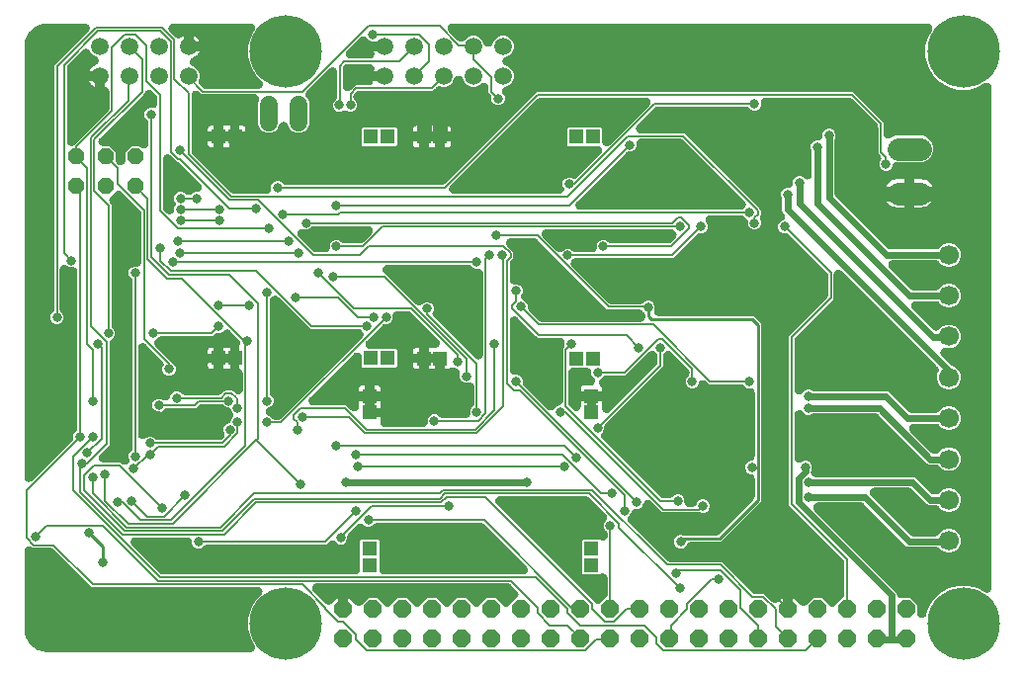
<source format=gbr>
G04 EAGLE Gerber RS-274X export*
G75*
%MOMM*%
%FSLAX34Y34*%
%LPD*%
%AMOC8*
5,1,8,0,0,1.08239X$1,22.5*%
G01*
%ADD10C,1.508000*%
%ADD11C,1.700000*%
%ADD12C,1.905000*%
%ADD13C,6.200000*%
%ADD14P,1.649562X8X202.500000*%
%ADD15R,1.308000X1.308000*%
%ADD16P,1.539592X8X22.500000*%
%ADD17C,1.524000*%
%ADD18C,0.806400*%
%ADD19C,0.254000*%
%ADD20C,1.270000*%
%ADD21C,0.152400*%
%ADD22C,0.609600*%

G36*
X780621Y41199D02*
X780621Y41199D01*
X780868Y41210D01*
X780905Y41217D01*
X780944Y41219D01*
X781185Y41269D01*
X781428Y41314D01*
X781464Y41326D01*
X781502Y41334D01*
X781734Y41417D01*
X781968Y41495D01*
X782002Y41512D01*
X782039Y41525D01*
X782257Y41640D01*
X782477Y41750D01*
X782509Y41772D01*
X782543Y41790D01*
X782744Y41934D01*
X782946Y42074D01*
X782975Y42100D01*
X783006Y42123D01*
X783184Y42293D01*
X783365Y42460D01*
X783389Y42490D01*
X783417Y42517D01*
X783570Y42711D01*
X783726Y42901D01*
X783746Y42934D01*
X783770Y42965D01*
X783894Y43178D01*
X784021Y43389D01*
X784036Y43424D01*
X784056Y43457D01*
X784092Y43552D01*
X784246Y43912D01*
X784296Y44096D01*
X784333Y44195D01*
X785592Y48894D01*
X789874Y56311D01*
X795929Y62366D01*
X803346Y66648D01*
X811618Y68865D01*
X820182Y68865D01*
X828454Y66648D01*
X834009Y63441D01*
X834147Y63374D01*
X834281Y63298D01*
X834403Y63249D01*
X834522Y63191D01*
X834668Y63144D01*
X834810Y63087D01*
X834938Y63056D01*
X835064Y63016D01*
X835215Y62989D01*
X835364Y62953D01*
X835495Y62940D01*
X835625Y62918D01*
X835778Y62913D01*
X835931Y62898D01*
X836063Y62904D01*
X836194Y62899D01*
X836347Y62916D01*
X836501Y62923D01*
X836630Y62947D01*
X836761Y62961D01*
X836910Y62999D01*
X837061Y63027D01*
X837186Y63068D01*
X837313Y63101D01*
X837455Y63159D01*
X837601Y63208D01*
X837719Y63267D01*
X837841Y63317D01*
X837973Y63394D01*
X838110Y63463D01*
X838219Y63538D01*
X838332Y63604D01*
X838453Y63699D01*
X838579Y63787D01*
X838676Y63876D01*
X838779Y63958D01*
X838885Y64069D01*
X838998Y64173D01*
X839082Y64275D01*
X839172Y64370D01*
X839262Y64495D01*
X839359Y64614D01*
X839427Y64727D01*
X839504Y64834D01*
X839575Y64970D01*
X839654Y65101D01*
X839706Y65222D01*
X839767Y65339D01*
X839818Y65484D01*
X839879Y65625D01*
X839913Y65752D01*
X839957Y65876D01*
X839988Y66027D01*
X840028Y66175D01*
X840037Y66272D01*
X840070Y66435D01*
X840097Y66885D01*
X840104Y66960D01*
X840104Y495720D01*
X840093Y495874D01*
X840093Y496027D01*
X840074Y496157D01*
X840064Y496289D01*
X840032Y496439D01*
X840010Y496591D01*
X839973Y496717D01*
X839945Y496846D01*
X839893Y496990D01*
X839849Y497137D01*
X839795Y497257D01*
X839749Y497381D01*
X839677Y497516D01*
X839613Y497656D01*
X839543Y497767D01*
X839481Y497883D01*
X839390Y498007D01*
X839308Y498137D01*
X839222Y498237D01*
X839144Y498343D01*
X839037Y498453D01*
X838937Y498570D01*
X838839Y498657D01*
X838747Y498752D01*
X838625Y498846D01*
X838510Y498947D01*
X838400Y499020D01*
X838296Y499100D01*
X838163Y499176D01*
X838035Y499261D01*
X837916Y499317D01*
X837801Y499382D01*
X837658Y499439D01*
X837520Y499505D01*
X837394Y499544D01*
X837272Y499593D01*
X837122Y499629D01*
X836976Y499675D01*
X836846Y499696D01*
X836718Y499727D01*
X836565Y499742D01*
X836413Y499766D01*
X836282Y499769D01*
X836151Y499782D01*
X835997Y499775D01*
X835844Y499779D01*
X835713Y499763D01*
X835581Y499757D01*
X835431Y499729D01*
X835278Y499711D01*
X835151Y499677D01*
X835021Y499653D01*
X834876Y499605D01*
X834727Y499565D01*
X834639Y499525D01*
X834481Y499472D01*
X834077Y499270D01*
X834009Y499239D01*
X828454Y496032D01*
X820182Y493815D01*
X811618Y493815D01*
X803346Y496032D01*
X795929Y500314D01*
X789874Y506369D01*
X785592Y513786D01*
X783375Y522058D01*
X783375Y530622D01*
X785592Y538894D01*
X788799Y544449D01*
X788866Y544587D01*
X788942Y544721D01*
X788991Y544843D01*
X789049Y544962D01*
X789096Y545108D01*
X789153Y545250D01*
X789184Y545378D01*
X789224Y545504D01*
X789251Y545655D01*
X789287Y545804D01*
X789300Y545935D01*
X789322Y546065D01*
X789327Y546218D01*
X789342Y546371D01*
X789336Y546503D01*
X789341Y546634D01*
X789324Y546787D01*
X789317Y546941D01*
X789293Y547070D01*
X789279Y547201D01*
X789241Y547350D01*
X789213Y547501D01*
X789172Y547626D01*
X789139Y547753D01*
X789081Y547895D01*
X789032Y548041D01*
X788973Y548159D01*
X788923Y548281D01*
X788846Y548413D01*
X788777Y548550D01*
X788702Y548659D01*
X788636Y548772D01*
X788541Y548893D01*
X788453Y549019D01*
X788364Y549116D01*
X788282Y549219D01*
X788171Y549325D01*
X788067Y549438D01*
X787965Y549522D01*
X787870Y549612D01*
X787745Y549702D01*
X787626Y549799D01*
X787513Y549867D01*
X787406Y549944D01*
X787270Y550015D01*
X787139Y550094D01*
X787018Y550146D01*
X786901Y550207D01*
X786756Y550258D01*
X786615Y550319D01*
X786488Y550353D01*
X786364Y550397D01*
X786213Y550428D01*
X786065Y550468D01*
X785968Y550477D01*
X785805Y550510D01*
X785355Y550537D01*
X785280Y550544D01*
X378423Y550544D01*
X378308Y550536D01*
X378193Y550538D01*
X378025Y550516D01*
X377855Y550504D01*
X377742Y550480D01*
X377628Y550466D01*
X377464Y550421D01*
X377298Y550385D01*
X377190Y550346D01*
X377078Y550315D01*
X376922Y550248D01*
X376763Y550189D01*
X376661Y550135D01*
X376555Y550089D01*
X376410Y550001D01*
X376260Y549921D01*
X376167Y549853D01*
X376069Y549793D01*
X375937Y549685D01*
X375800Y549584D01*
X375718Y549504D01*
X375629Y549431D01*
X375514Y549306D01*
X375392Y549187D01*
X375321Y549096D01*
X375244Y549011D01*
X375147Y548871D01*
X375043Y548736D01*
X374986Y548636D01*
X374921Y548541D01*
X374845Y548389D01*
X374761Y548241D01*
X374718Y548134D01*
X374667Y548031D01*
X374614Y547870D01*
X374551Y547712D01*
X374524Y547599D01*
X374487Y547490D01*
X374457Y547323D01*
X374417Y547158D01*
X374406Y547043D01*
X374385Y546930D01*
X374378Y546760D01*
X374361Y546591D01*
X374366Y546476D01*
X374362Y546360D01*
X374379Y546191D01*
X374386Y546021D01*
X374407Y545908D01*
X374419Y545794D01*
X374459Y545628D01*
X374490Y545461D01*
X374527Y545352D01*
X374554Y545240D01*
X374617Y545082D01*
X374671Y544921D01*
X374723Y544818D01*
X374766Y544711D01*
X374850Y544564D01*
X374926Y544412D01*
X374992Y544317D01*
X375049Y544217D01*
X375122Y544128D01*
X375250Y543943D01*
X375475Y543699D01*
X375550Y543608D01*
X382986Y536172D01*
X383160Y536021D01*
X383329Y535865D01*
X383375Y535834D01*
X383416Y535798D01*
X383609Y535673D01*
X383799Y535543D01*
X383848Y535518D01*
X383894Y535488D01*
X384103Y535392D01*
X384309Y535289D01*
X384361Y535272D01*
X384411Y535248D01*
X384632Y535182D01*
X384850Y535109D01*
X384904Y535099D01*
X384957Y535083D01*
X385184Y535048D01*
X385410Y535007D01*
X385465Y535004D01*
X385520Y534996D01*
X385749Y534993D01*
X385980Y534984D01*
X386035Y534989D01*
X386089Y534988D01*
X386318Y535017D01*
X386547Y535040D01*
X386600Y535053D01*
X386655Y535060D01*
X386877Y535121D01*
X387100Y535176D01*
X387151Y535196D01*
X387204Y535211D01*
X387416Y535302D01*
X387629Y535388D01*
X387677Y535415D01*
X387727Y535437D01*
X387924Y535557D01*
X388123Y535671D01*
X388158Y535699D01*
X388214Y535733D01*
X388654Y536095D01*
X388698Y536144D01*
X388732Y536172D01*
X391105Y538545D01*
X394437Y539925D01*
X398043Y539925D01*
X401375Y538545D01*
X403925Y535995D01*
X405186Y532950D01*
X405238Y532846D01*
X405280Y532739D01*
X405365Y532592D01*
X405440Y532440D01*
X405506Y532345D01*
X405563Y532245D01*
X405667Y532110D01*
X405764Y531971D01*
X405842Y531886D01*
X405912Y531795D01*
X406035Y531676D01*
X406149Y531551D01*
X406238Y531478D01*
X406321Y531398D01*
X406459Y531298D01*
X406590Y531190D01*
X406688Y531130D01*
X406782Y531062D01*
X406931Y530982D01*
X407077Y530894D01*
X407183Y530848D01*
X407284Y530794D01*
X407444Y530736D01*
X407600Y530669D01*
X407711Y530638D01*
X407820Y530599D01*
X407986Y530563D01*
X408150Y530519D01*
X408264Y530504D01*
X408377Y530480D01*
X408547Y530469D01*
X408715Y530447D01*
X408830Y530449D01*
X408945Y530441D01*
X409115Y530453D01*
X409285Y530456D01*
X409399Y530474D01*
X409514Y530482D01*
X409680Y530518D01*
X409848Y530544D01*
X409958Y530578D01*
X410071Y530602D01*
X410231Y530660D01*
X410393Y530710D01*
X410497Y530759D01*
X410606Y530798D01*
X410756Y530879D01*
X410910Y530951D01*
X411006Y531013D01*
X411108Y531068D01*
X411245Y531169D01*
X411387Y531261D01*
X411474Y531337D01*
X411567Y531405D01*
X411689Y531524D01*
X411817Y531635D01*
X411893Y531722D01*
X411975Y531803D01*
X412079Y531937D01*
X412190Y532066D01*
X412253Y532163D01*
X412323Y532254D01*
X412377Y532356D01*
X412499Y532544D01*
X412639Y532846D01*
X412694Y532950D01*
X413955Y535995D01*
X416505Y538545D01*
X419837Y539925D01*
X423443Y539925D01*
X426775Y538545D01*
X429325Y535995D01*
X430705Y532663D01*
X430705Y529057D01*
X429325Y525725D01*
X426775Y523175D01*
X423730Y521914D01*
X423626Y521862D01*
X423519Y521820D01*
X423372Y521736D01*
X423220Y521660D01*
X423125Y521594D01*
X423025Y521537D01*
X422890Y521433D01*
X422751Y521336D01*
X422666Y521258D01*
X422575Y521188D01*
X422456Y521066D01*
X422331Y520951D01*
X422258Y520861D01*
X422178Y520779D01*
X422078Y520642D01*
X421970Y520510D01*
X421910Y520412D01*
X421842Y520319D01*
X421762Y520169D01*
X421674Y520023D01*
X421628Y519917D01*
X421574Y519816D01*
X421516Y519656D01*
X421449Y519500D01*
X421418Y519388D01*
X421379Y519280D01*
X421344Y519114D01*
X421299Y518950D01*
X421284Y518836D01*
X421260Y518723D01*
X421249Y518553D01*
X421227Y518385D01*
X421229Y518270D01*
X421221Y518155D01*
X421233Y517985D01*
X421236Y517815D01*
X421254Y517701D01*
X421262Y517586D01*
X421298Y517420D01*
X421324Y517252D01*
X421358Y517142D01*
X421382Y517029D01*
X421440Y516870D01*
X421490Y516707D01*
X421539Y516602D01*
X421578Y516494D01*
X421659Y516345D01*
X421731Y516190D01*
X421793Y516094D01*
X421848Y515992D01*
X421948Y515855D01*
X422041Y515713D01*
X422117Y515626D01*
X422185Y515533D01*
X422304Y515411D01*
X422415Y515283D01*
X422502Y515208D01*
X422583Y515125D01*
X422717Y515021D01*
X422846Y514910D01*
X422943Y514847D01*
X423034Y514777D01*
X423136Y514723D01*
X423324Y514601D01*
X423626Y514462D01*
X423730Y514406D01*
X426775Y513145D01*
X429325Y510595D01*
X430705Y507263D01*
X430705Y503657D01*
X429325Y500325D01*
X426775Y497775D01*
X423229Y496307D01*
X423074Y496229D01*
X422916Y496161D01*
X422820Y496102D01*
X422719Y496052D01*
X422577Y495954D01*
X422430Y495864D01*
X422343Y495793D01*
X422250Y495729D01*
X422123Y495612D01*
X421989Y495502D01*
X421913Y495419D01*
X421831Y495343D01*
X421721Y495210D01*
X421604Y495082D01*
X421541Y494990D01*
X421469Y494903D01*
X421379Y494755D01*
X421282Y494613D01*
X421232Y494512D01*
X421173Y494416D01*
X421105Y494257D01*
X421028Y494103D01*
X420992Y493996D01*
X420948Y493892D01*
X420903Y493726D01*
X420848Y493562D01*
X420828Y493451D01*
X420798Y493343D01*
X420777Y493171D01*
X420746Y493001D01*
X420741Y492889D01*
X420727Y492777D01*
X420730Y492605D01*
X420723Y492432D01*
X420734Y492320D01*
X420735Y492208D01*
X420762Y492037D01*
X420779Y491865D01*
X420806Y491756D01*
X420824Y491645D01*
X420874Y491480D01*
X420915Y491312D01*
X420957Y491207D01*
X420989Y491100D01*
X421062Y490943D01*
X421127Y490783D01*
X421183Y490685D01*
X421230Y490583D01*
X421324Y490438D01*
X421410Y490288D01*
X421464Y490222D01*
X421540Y490105D01*
X421903Y489689D01*
X421911Y489679D01*
X421914Y489676D01*
X421915Y489676D01*
X421915Y489675D01*
X422287Y489304D01*
X423133Y487261D01*
X423133Y485051D01*
X422287Y483008D01*
X420724Y481445D01*
X418681Y480599D01*
X416471Y480599D01*
X414428Y481445D01*
X412865Y483008D01*
X412019Y485051D01*
X412019Y486796D01*
X412015Y486856D01*
X412017Y486916D01*
X411995Y487140D01*
X411979Y487364D01*
X411967Y487423D01*
X411961Y487483D01*
X411907Y487702D01*
X411860Y487921D01*
X411840Y487978D01*
X411825Y488037D01*
X411742Y488245D01*
X411664Y488456D01*
X411636Y488510D01*
X411614Y488566D01*
X411502Y488761D01*
X411396Y488959D01*
X411360Y489008D01*
X411330Y489060D01*
X411255Y489151D01*
X411059Y489419D01*
X410902Y489580D01*
X410829Y489669D01*
X409541Y490957D01*
X409193Y491797D01*
X409193Y495784D01*
X409185Y495899D01*
X409187Y496014D01*
X409165Y496183D01*
X409153Y496353D01*
X409129Y496466D01*
X409115Y496580D01*
X409070Y496744D01*
X409034Y496910D01*
X408995Y497018D01*
X408964Y497129D01*
X408897Y497285D01*
X408838Y497445D01*
X408784Y497547D01*
X408738Y497652D01*
X408650Y497797D01*
X408570Y497947D01*
X408502Y498040D01*
X408442Y498139D01*
X408334Y498270D01*
X408233Y498407D01*
X408153Y498490D01*
X408080Y498579D01*
X407955Y498694D01*
X407836Y498816D01*
X407745Y498886D01*
X407660Y498964D01*
X407519Y499060D01*
X407385Y499164D01*
X407285Y499221D01*
X407190Y499287D01*
X407038Y499362D01*
X406890Y499446D01*
X406783Y499489D01*
X406680Y499540D01*
X406519Y499594D01*
X406361Y499657D01*
X406248Y499684D01*
X406139Y499720D01*
X405972Y499751D01*
X405807Y499791D01*
X405692Y499802D01*
X405579Y499823D01*
X405409Y499830D01*
X405240Y499846D01*
X405125Y499841D01*
X405009Y499846D01*
X404840Y499829D01*
X404670Y499821D01*
X404557Y499800D01*
X404442Y499789D01*
X404277Y499748D01*
X404110Y499717D01*
X404001Y499681D01*
X403889Y499653D01*
X403731Y499590D01*
X403570Y499536D01*
X403467Y499484D01*
X403360Y499442D01*
X403213Y499357D01*
X403061Y499281D01*
X402966Y499215D01*
X402866Y499158D01*
X402777Y499085D01*
X402592Y498957D01*
X402348Y498732D01*
X402257Y498657D01*
X401375Y497775D01*
X398043Y496395D01*
X394437Y496395D01*
X391105Y497775D01*
X388555Y500325D01*
X387294Y503370D01*
X387242Y503474D01*
X387200Y503581D01*
X387116Y503728D01*
X387040Y503880D01*
X386974Y503975D01*
X386917Y504075D01*
X386813Y504210D01*
X386716Y504349D01*
X386638Y504434D01*
X386568Y504525D01*
X386446Y504644D01*
X386331Y504769D01*
X386241Y504842D01*
X386159Y504922D01*
X386022Y505022D01*
X385890Y505130D01*
X385792Y505190D01*
X385699Y505258D01*
X385549Y505338D01*
X385403Y505426D01*
X385297Y505472D01*
X385196Y505526D01*
X385036Y505584D01*
X384880Y505651D01*
X384768Y505682D01*
X384660Y505721D01*
X384494Y505756D01*
X384330Y505801D01*
X384216Y505816D01*
X384103Y505840D01*
X383933Y505851D01*
X383765Y505873D01*
X383650Y505871D01*
X383535Y505879D01*
X383365Y505867D01*
X383195Y505864D01*
X383081Y505846D01*
X382966Y505838D01*
X382800Y505802D01*
X382632Y505776D01*
X382522Y505742D01*
X382409Y505718D01*
X382250Y505660D01*
X382087Y505610D01*
X381983Y505561D01*
X381874Y505522D01*
X381725Y505441D01*
X381570Y505369D01*
X381474Y505307D01*
X381372Y505252D01*
X381235Y505152D01*
X381093Y505059D01*
X381006Y504983D01*
X380913Y504915D01*
X380791Y504796D01*
X380663Y504685D01*
X380588Y504598D01*
X380505Y504517D01*
X380401Y504383D01*
X380290Y504254D01*
X380227Y504157D01*
X380157Y504066D01*
X380103Y503964D01*
X379981Y503776D01*
X379842Y503474D01*
X379786Y503370D01*
X378525Y500325D01*
X375975Y497775D01*
X372643Y496395D01*
X369037Y496395D01*
X368697Y496536D01*
X368695Y496537D01*
X368692Y496538D01*
X368411Y496632D01*
X368157Y496717D01*
X368154Y496717D01*
X368151Y496718D01*
X367866Y496770D01*
X367597Y496820D01*
X367594Y496820D01*
X367591Y496820D01*
X367305Y496832D01*
X367027Y496844D01*
X367024Y496843D01*
X367022Y496844D01*
X366738Y496815D01*
X366460Y496788D01*
X366458Y496787D01*
X366455Y496787D01*
X366186Y496721D01*
X365907Y496653D01*
X365904Y496652D01*
X365901Y496651D01*
X365638Y496546D01*
X365377Y496442D01*
X365375Y496441D01*
X365372Y496440D01*
X365109Y496289D01*
X364883Y496159D01*
X364881Y496157D01*
X364878Y496156D01*
X364867Y496147D01*
X364432Y495810D01*
X364335Y495710D01*
X364269Y495655D01*
X363190Y494576D01*
X361975Y493361D01*
X361135Y493013D01*
X298540Y493013D01*
X298480Y493009D01*
X298420Y493011D01*
X298196Y492989D01*
X297972Y492973D01*
X297913Y492961D01*
X297853Y492955D01*
X297634Y492901D01*
X297415Y492854D01*
X297358Y492833D01*
X297299Y492819D01*
X297091Y492736D01*
X296880Y492658D01*
X296826Y492630D01*
X296770Y492608D01*
X296576Y492496D01*
X296377Y492390D01*
X296329Y492354D01*
X296276Y492324D01*
X296185Y492249D01*
X295917Y492053D01*
X295756Y491896D01*
X295667Y491823D01*
X294518Y490674D01*
X294367Y490500D01*
X294212Y490331D01*
X294181Y490286D01*
X294145Y490244D01*
X294019Y490051D01*
X293889Y489861D01*
X293865Y489812D01*
X293835Y489766D01*
X293738Y489557D01*
X293635Y489351D01*
X293618Y489299D01*
X293595Y489249D01*
X293528Y489029D01*
X293456Y488810D01*
X293446Y488757D01*
X293430Y488704D01*
X293394Y488476D01*
X293353Y488250D01*
X293351Y488195D01*
X293342Y488141D01*
X293339Y487911D01*
X293330Y487681D01*
X293335Y487626D01*
X293335Y487571D01*
X293364Y487343D01*
X293387Y487114D01*
X293400Y487060D01*
X293407Y487006D01*
X293468Y486784D01*
X293522Y486560D01*
X293543Y486509D01*
X293557Y486456D01*
X293649Y486245D01*
X293734Y486031D01*
X293761Y485984D01*
X293783Y485933D01*
X293903Y485736D01*
X294018Y485537D01*
X294046Y485503D01*
X294080Y485447D01*
X294442Y485007D01*
X294490Y484962D01*
X294518Y484928D01*
X295699Y483748D01*
X296545Y481705D01*
X296545Y479495D01*
X295699Y477452D01*
X294136Y475889D01*
X292093Y475043D01*
X289883Y475043D01*
X287749Y475927D01*
X287692Y475946D01*
X287637Y475972D01*
X287421Y476037D01*
X287209Y476108D01*
X287149Y476119D01*
X287091Y476136D01*
X286869Y476170D01*
X286648Y476211D01*
X286588Y476213D01*
X286528Y476223D01*
X286303Y476225D01*
X286079Y476235D01*
X286019Y476229D01*
X285958Y476230D01*
X285736Y476201D01*
X285512Y476179D01*
X285453Y476164D01*
X285393Y476157D01*
X285281Y476122D01*
X284958Y476044D01*
X284750Y475961D01*
X284639Y475927D01*
X282505Y475043D01*
X280295Y475043D01*
X278252Y475889D01*
X276689Y477452D01*
X275843Y479495D01*
X275843Y481705D01*
X276689Y483748D01*
X278463Y485522D01*
X278503Y485567D01*
X278547Y485608D01*
X278689Y485782D01*
X278837Y485952D01*
X278870Y486002D01*
X278908Y486049D01*
X279025Y486242D01*
X279147Y486430D01*
X279172Y486485D01*
X279203Y486536D01*
X279292Y486743D01*
X279387Y486947D01*
X279404Y487005D01*
X279428Y487060D01*
X279486Y487277D01*
X279552Y487492D01*
X279561Y487552D01*
X279577Y487610D01*
X279588Y487727D01*
X279639Y488055D01*
X279642Y488280D01*
X279653Y488395D01*
X279653Y508926D01*
X279645Y509041D01*
X279647Y509156D01*
X279625Y509324D01*
X279613Y509494D01*
X279589Y509607D01*
X279575Y509721D01*
X279530Y509885D01*
X279494Y510051D01*
X279455Y510159D01*
X279424Y510271D01*
X279357Y510427D01*
X279298Y510586D01*
X279244Y510688D01*
X279198Y510794D01*
X279110Y510939D01*
X279030Y511089D01*
X278962Y511182D01*
X278902Y511280D01*
X278794Y511412D01*
X278693Y511549D01*
X278613Y511631D01*
X278540Y511720D01*
X278415Y511835D01*
X278296Y511957D01*
X278205Y512028D01*
X278120Y512105D01*
X277980Y512202D01*
X277845Y512306D01*
X277745Y512363D01*
X277650Y512428D01*
X277498Y512504D01*
X277350Y512588D01*
X277243Y512631D01*
X277140Y512682D01*
X276979Y512735D01*
X276821Y512798D01*
X276708Y512825D01*
X276599Y512862D01*
X276432Y512892D01*
X276267Y512932D01*
X276152Y512943D01*
X276039Y512964D01*
X275869Y512971D01*
X275700Y512988D01*
X275585Y512983D01*
X275469Y512987D01*
X275300Y512970D01*
X275130Y512963D01*
X275017Y512942D01*
X274903Y512930D01*
X274737Y512890D01*
X274570Y512859D01*
X274461Y512822D01*
X274349Y512795D01*
X274191Y512732D01*
X274030Y512678D01*
X273927Y512626D01*
X273820Y512583D01*
X273673Y512499D01*
X273521Y512423D01*
X273426Y512357D01*
X273326Y512300D01*
X273237Y512227D01*
X273052Y512099D01*
X272808Y511874D01*
X272717Y511799D01*
X253653Y492736D01*
X253502Y492561D01*
X253347Y492392D01*
X253316Y492347D01*
X253280Y492305D01*
X253155Y492112D01*
X253024Y491922D01*
X253000Y491873D01*
X252970Y491827D01*
X252873Y491618D01*
X252771Y491412D01*
X252753Y491360D01*
X252730Y491310D01*
X252663Y491090D01*
X252591Y490872D01*
X252581Y490818D01*
X252565Y490765D01*
X252530Y490538D01*
X252488Y490311D01*
X252486Y490256D01*
X252478Y490202D01*
X252474Y489972D01*
X252465Y489742D01*
X252471Y489687D01*
X252470Y489632D01*
X252499Y489404D01*
X252522Y489175D01*
X252535Y489122D01*
X252542Y489067D01*
X252603Y488845D01*
X252657Y488621D01*
X252678Y488570D01*
X252692Y488517D01*
X252784Y488306D01*
X252869Y488092D01*
X252896Y488045D01*
X252918Y487994D01*
X253038Y487798D01*
X253153Y487598D01*
X253181Y487564D01*
X253215Y487508D01*
X253577Y487068D01*
X253625Y487024D01*
X253653Y486989D01*
X254133Y486510D01*
X255525Y483149D01*
X255525Y464271D01*
X254133Y460910D01*
X251560Y458337D01*
X248199Y456945D01*
X244561Y456945D01*
X241200Y458337D01*
X238627Y460910D01*
X237434Y463791D01*
X237382Y463895D01*
X237340Y464001D01*
X237255Y464149D01*
X237180Y464301D01*
X237114Y464396D01*
X237057Y464496D01*
X236953Y464630D01*
X236856Y464770D01*
X236778Y464855D01*
X236708Y464946D01*
X236586Y465065D01*
X236471Y465190D01*
X236382Y465263D01*
X236299Y465343D01*
X236161Y465443D01*
X236030Y465551D01*
X235932Y465611D01*
X235838Y465679D01*
X235689Y465759D01*
X235543Y465847D01*
X235437Y465893D01*
X235336Y465947D01*
X235176Y466005D01*
X235020Y466072D01*
X234909Y466103D01*
X234800Y466142D01*
X234634Y466177D01*
X234470Y466222D01*
X234356Y466237D01*
X234243Y466260D01*
X234073Y466272D01*
X233905Y466293D01*
X233790Y466292D01*
X233675Y466300D01*
X233505Y466287D01*
X233335Y466285D01*
X233221Y466267D01*
X233106Y466259D01*
X232940Y466223D01*
X232772Y466197D01*
X232662Y466163D01*
X232549Y466139D01*
X232389Y466080D01*
X232227Y466031D01*
X232123Y465982D01*
X232014Y465943D01*
X231864Y465862D01*
X231710Y465790D01*
X231614Y465728D01*
X231512Y465673D01*
X231375Y465573D01*
X231233Y465480D01*
X231146Y465404D01*
X231053Y465336D01*
X230931Y465217D01*
X230803Y465106D01*
X230727Y465018D01*
X230645Y464938D01*
X230541Y464804D01*
X230430Y464675D01*
X230367Y464578D01*
X230297Y464487D01*
X230243Y464385D01*
X230121Y464196D01*
X229981Y463895D01*
X229926Y463791D01*
X228733Y460910D01*
X226160Y458337D01*
X222799Y456945D01*
X219161Y456945D01*
X215800Y458337D01*
X213227Y460910D01*
X211835Y464271D01*
X211835Y483149D01*
X212332Y484347D01*
X212386Y484510D01*
X212450Y484671D01*
X212477Y484781D01*
X212512Y484887D01*
X212543Y485057D01*
X212584Y485225D01*
X212595Y485337D01*
X212615Y485448D01*
X212623Y485620D01*
X212639Y485792D01*
X212634Y485905D01*
X212639Y486017D01*
X212622Y486189D01*
X212615Y486362D01*
X212594Y486472D01*
X212583Y486584D01*
X212542Y486752D01*
X212511Y486922D01*
X212475Y487028D01*
X212448Y487138D01*
X212384Y487298D01*
X212329Y487462D01*
X212279Y487563D01*
X212237Y487667D01*
X212152Y487817D01*
X212074Y487971D01*
X212010Y488064D01*
X211955Y488162D01*
X211849Y488298D01*
X211750Y488440D01*
X211674Y488523D01*
X211605Y488612D01*
X211482Y488732D01*
X211364Y488859D01*
X211277Y488930D01*
X211196Y489009D01*
X211057Y489110D01*
X210923Y489220D01*
X210827Y489278D01*
X210736Y489345D01*
X210584Y489426D01*
X210436Y489515D01*
X210333Y489560D01*
X210233Y489613D01*
X210071Y489672D01*
X209912Y489740D01*
X209804Y489769D01*
X209698Y489808D01*
X209529Y489844D01*
X209362Y489889D01*
X209277Y489897D01*
X209141Y489926D01*
X208591Y489964D01*
X208578Y489965D01*
X164137Y489965D01*
X163297Y490313D01*
X161623Y491987D01*
X161536Y492062D01*
X161456Y492145D01*
X161321Y492249D01*
X161193Y492361D01*
X161096Y492423D01*
X161005Y492494D01*
X160858Y492578D01*
X160715Y492670D01*
X160610Y492719D01*
X160510Y492776D01*
X160352Y492839D01*
X160198Y492910D01*
X160088Y492944D01*
X159981Y492986D01*
X159815Y493026D01*
X159653Y493076D01*
X159539Y493093D01*
X159427Y493120D01*
X159257Y493137D01*
X159090Y493163D01*
X158975Y493164D01*
X158860Y493176D01*
X158690Y493168D01*
X158520Y493171D01*
X158406Y493156D01*
X158290Y493151D01*
X158123Y493120D01*
X157955Y493098D01*
X157843Y493068D01*
X157730Y493047D01*
X157569Y492993D01*
X157405Y492948D01*
X157299Y492902D01*
X157190Y492866D01*
X157038Y492789D01*
X156882Y492722D01*
X156784Y492662D01*
X156681Y492611D01*
X156541Y492514D01*
X156396Y492425D01*
X156307Y492352D01*
X156212Y492287D01*
X156087Y492171D01*
X155955Y492063D01*
X155878Y491979D01*
X155793Y491900D01*
X155685Y491769D01*
X155570Y491644D01*
X155505Y491549D01*
X155432Y491459D01*
X155344Y491314D01*
X155248Y491174D01*
X155196Y491071D01*
X155137Y490972D01*
X155070Y490816D01*
X154994Y490664D01*
X154958Y490554D01*
X154912Y490448D01*
X154868Y490285D01*
X154814Y490123D01*
X154793Y490010D01*
X154763Y489899D01*
X154752Y489784D01*
X154712Y489563D01*
X154698Y489231D01*
X154687Y489114D01*
X154687Y441542D01*
X154691Y441482D01*
X154689Y441422D01*
X154711Y441198D01*
X154727Y440974D01*
X154739Y440915D01*
X154745Y440855D01*
X154799Y440636D01*
X154846Y440417D01*
X154866Y440360D01*
X154881Y440301D01*
X154964Y440093D01*
X155042Y439882D01*
X155070Y439828D01*
X155092Y439772D01*
X155204Y439577D01*
X155310Y439379D01*
X155346Y439330D01*
X155376Y439278D01*
X155451Y439187D01*
X155647Y438919D01*
X155804Y438758D01*
X155877Y438669D01*
X188733Y405813D01*
X188779Y405773D01*
X188820Y405729D01*
X188994Y405587D01*
X189163Y405439D01*
X189214Y405406D01*
X189261Y405368D01*
X189453Y405251D01*
X189641Y405129D01*
X189696Y405104D01*
X189748Y405073D01*
X189954Y404984D01*
X190158Y404889D01*
X190216Y404872D01*
X190272Y404848D01*
X190488Y404790D01*
X190704Y404724D01*
X190763Y404715D01*
X190822Y404699D01*
X190939Y404688D01*
X191267Y404637D01*
X191492Y404634D01*
X191606Y404623D01*
X218980Y404623D01*
X219209Y404639D01*
X219440Y404649D01*
X219494Y404659D01*
X219548Y404663D01*
X219774Y404711D01*
X220000Y404753D01*
X220052Y404770D01*
X220106Y404782D01*
X220322Y404861D01*
X220540Y404934D01*
X220589Y404959D01*
X220641Y404978D01*
X220844Y405086D01*
X221049Y405189D01*
X221095Y405220D01*
X221143Y405246D01*
X221329Y405382D01*
X221518Y405513D01*
X221559Y405550D01*
X221603Y405583D01*
X221768Y405743D01*
X221937Y405899D01*
X221972Y405942D01*
X222011Y405980D01*
X222152Y406162D01*
X222298Y406340D01*
X222326Y406388D01*
X222360Y406431D01*
X222474Y406631D01*
X222593Y406828D01*
X222615Y406878D01*
X222642Y406926D01*
X222727Y407140D01*
X222818Y407351D01*
X222832Y407404D01*
X222852Y407455D01*
X222907Y407680D01*
X222967Y407901D01*
X222971Y407945D01*
X222987Y408009D01*
X223042Y408576D01*
X223039Y408642D01*
X223043Y408686D01*
X223043Y411061D01*
X223889Y413104D01*
X225452Y414667D01*
X227495Y415513D01*
X229705Y415513D01*
X231748Y414667D01*
X232982Y413433D01*
X233027Y413393D01*
X233068Y413349D01*
X233242Y413207D01*
X233412Y413059D01*
X233462Y413026D01*
X233509Y412988D01*
X233702Y412871D01*
X233890Y412749D01*
X233945Y412724D01*
X233996Y412693D01*
X234203Y412604D01*
X234407Y412509D01*
X234465Y412492D01*
X234520Y412468D01*
X234737Y412410D01*
X234952Y412344D01*
X235012Y412335D01*
X235070Y412319D01*
X235187Y412308D01*
X235515Y412257D01*
X235740Y412254D01*
X235855Y412243D01*
X369226Y412243D01*
X369286Y412247D01*
X369346Y412245D01*
X369570Y412267D01*
X369794Y412283D01*
X369853Y412295D01*
X369913Y412301D01*
X370132Y412355D01*
X370351Y412402D01*
X370408Y412422D01*
X370467Y412437D01*
X370675Y412520D01*
X370886Y412598D01*
X370940Y412626D01*
X370996Y412648D01*
X371191Y412760D01*
X371389Y412866D01*
X371438Y412902D01*
X371490Y412932D01*
X371581Y413007D01*
X371849Y413203D01*
X372010Y413360D01*
X372099Y413433D01*
X449809Y491143D01*
X450649Y491491D01*
X721307Y491491D01*
X722147Y491143D01*
X747175Y466115D01*
X747523Y465275D01*
X747523Y456064D01*
X747535Y455891D01*
X747537Y455719D01*
X747555Y455608D01*
X747563Y455495D01*
X747599Y455326D01*
X747625Y455156D01*
X747658Y455048D01*
X747682Y454938D01*
X747741Y454776D01*
X747791Y454611D01*
X747839Y454509D01*
X747878Y454403D01*
X747959Y454251D01*
X748032Y454094D01*
X748093Y454000D01*
X748146Y453901D01*
X748248Y453761D01*
X748342Y453616D01*
X748416Y453531D01*
X748483Y453441D01*
X748603Y453317D01*
X748717Y453187D01*
X748802Y453113D01*
X748880Y453032D01*
X749017Y452927D01*
X749147Y452814D01*
X749242Y452752D01*
X749331Y452684D01*
X749481Y452598D01*
X749626Y452504D01*
X749728Y452457D01*
X749826Y452401D01*
X749987Y452338D01*
X750143Y452265D01*
X750251Y452233D01*
X750355Y452191D01*
X750523Y452151D01*
X750689Y452101D01*
X750800Y452084D01*
X750909Y452057D01*
X751081Y452040D01*
X751252Y452014D01*
X751364Y452013D01*
X751476Y452002D01*
X751649Y452009D01*
X751822Y452007D01*
X751933Y452022D01*
X752046Y452026D01*
X752216Y452058D01*
X752387Y452080D01*
X752468Y452105D01*
X752606Y452130D01*
X753129Y452306D01*
X753141Y452310D01*
X753146Y452312D01*
X757897Y454280D01*
X781343Y454280D01*
X785404Y452597D01*
X788512Y449489D01*
X790195Y445428D01*
X790195Y441032D01*
X788512Y436971D01*
X785404Y433863D01*
X781343Y432180D01*
X759428Y432180D01*
X759199Y432164D01*
X758968Y432154D01*
X758914Y432144D01*
X758860Y432140D01*
X758634Y432092D01*
X758408Y432050D01*
X758356Y432033D01*
X758302Y432021D01*
X758086Y431942D01*
X757868Y431869D01*
X757819Y431844D01*
X757767Y431825D01*
X757564Y431717D01*
X757359Y431614D01*
X757313Y431583D01*
X757265Y431557D01*
X757079Y431421D01*
X756890Y431290D01*
X756849Y431253D01*
X756805Y431220D01*
X756640Y431060D01*
X756471Y430904D01*
X756436Y430861D01*
X756397Y430823D01*
X756256Y430641D01*
X756110Y430463D01*
X756082Y430415D01*
X756048Y430372D01*
X755934Y430172D01*
X755815Y429975D01*
X755793Y429925D01*
X755766Y429877D01*
X755681Y429663D01*
X755590Y429452D01*
X755576Y429399D01*
X755556Y429348D01*
X755501Y429123D01*
X755441Y428902D01*
X755437Y428858D01*
X755425Y428808D01*
X754519Y426620D01*
X752956Y425057D01*
X750913Y424211D01*
X748703Y424211D01*
X746660Y425057D01*
X745097Y426620D01*
X744251Y428663D01*
X744251Y430873D01*
X745354Y433536D01*
X745355Y433539D01*
X745356Y433541D01*
X745443Y433802D01*
X745535Y434077D01*
X745535Y434080D01*
X745536Y434082D01*
X745583Y434338D01*
X745638Y434637D01*
X745638Y434640D01*
X745639Y434643D01*
X745650Y434930D01*
X745662Y435206D01*
X745662Y435209D01*
X745662Y435212D01*
X745634Y435490D01*
X745606Y435773D01*
X745605Y435776D01*
X745605Y435779D01*
X745543Y436033D01*
X745471Y436327D01*
X745470Y436330D01*
X745470Y436332D01*
X745367Y436590D01*
X745260Y436856D01*
X745259Y436859D01*
X745258Y436861D01*
X745117Y437107D01*
X744977Y437351D01*
X744976Y437353D01*
X744974Y437356D01*
X744966Y437366D01*
X744628Y437801D01*
X744528Y437899D01*
X744474Y437965D01*
X743297Y439141D01*
X742949Y439981D01*
X742949Y462190D01*
X742945Y462250D01*
X742947Y462310D01*
X742925Y462534D01*
X742909Y462758D01*
X742897Y462817D01*
X742891Y462877D01*
X742837Y463095D01*
X742790Y463315D01*
X742770Y463372D01*
X742755Y463431D01*
X742672Y463639D01*
X742594Y463850D01*
X742566Y463904D01*
X742544Y463960D01*
X742432Y464155D01*
X742326Y464353D01*
X742290Y464402D01*
X742260Y464454D01*
X742185Y464545D01*
X741989Y464813D01*
X741832Y464974D01*
X741759Y465063D01*
X721095Y485727D01*
X721049Y485767D01*
X721008Y485811D01*
X720835Y485953D01*
X720665Y486101D01*
X720614Y486134D01*
X720567Y486172D01*
X720375Y486289D01*
X720187Y486411D01*
X720132Y486436D01*
X720080Y486467D01*
X719874Y486556D01*
X719670Y486651D01*
X719612Y486668D01*
X719556Y486692D01*
X719340Y486750D01*
X719124Y486816D01*
X719065Y486825D01*
X719006Y486841D01*
X718889Y486852D01*
X718561Y486903D01*
X718336Y486906D01*
X718222Y486917D01*
X646652Y486917D01*
X646423Y486901D01*
X646192Y486891D01*
X646138Y486881D01*
X646084Y486877D01*
X645858Y486829D01*
X645632Y486787D01*
X645580Y486770D01*
X645526Y486758D01*
X645310Y486679D01*
X645092Y486606D01*
X645043Y486581D01*
X644991Y486562D01*
X644788Y486454D01*
X644583Y486351D01*
X644537Y486320D01*
X644489Y486294D01*
X644303Y486158D01*
X644114Y486027D01*
X644073Y485990D01*
X644029Y485957D01*
X643864Y485797D01*
X643695Y485641D01*
X643660Y485598D01*
X643621Y485560D01*
X643480Y485378D01*
X643334Y485200D01*
X643306Y485152D01*
X643272Y485109D01*
X643158Y484909D01*
X643039Y484712D01*
X643017Y484662D01*
X642990Y484614D01*
X642905Y484400D01*
X642814Y484189D01*
X642800Y484136D01*
X642780Y484085D01*
X642725Y483860D01*
X642665Y483639D01*
X642661Y483595D01*
X642645Y483531D01*
X642590Y482964D01*
X642593Y482898D01*
X642589Y482854D01*
X642589Y480479D01*
X641743Y478436D01*
X640180Y476873D01*
X638137Y476027D01*
X635927Y476027D01*
X633884Y476873D01*
X632650Y478107D01*
X632605Y478147D01*
X632564Y478191D01*
X632390Y478333D01*
X632220Y478481D01*
X632170Y478514D01*
X632123Y478552D01*
X631930Y478669D01*
X631742Y478791D01*
X631687Y478816D01*
X631636Y478847D01*
X631429Y478936D01*
X631225Y479031D01*
X631167Y479048D01*
X631112Y479072D01*
X630895Y479130D01*
X630680Y479196D01*
X630620Y479205D01*
X630562Y479221D01*
X630445Y479232D01*
X630117Y479283D01*
X629892Y479286D01*
X629777Y479297D01*
X554318Y479297D01*
X554258Y479293D01*
X554198Y479295D01*
X553974Y479273D01*
X553750Y479257D01*
X553691Y479245D01*
X553631Y479239D01*
X553412Y479185D01*
X553193Y479138D01*
X553136Y479118D01*
X553077Y479103D01*
X552869Y479020D01*
X552658Y478942D01*
X552604Y478914D01*
X552548Y478892D01*
X552353Y478780D01*
X552155Y478674D01*
X552106Y478638D01*
X552054Y478608D01*
X551963Y478533D01*
X551695Y478337D01*
X551534Y478180D01*
X551445Y478107D01*
X536713Y463375D01*
X536637Y463288D01*
X536555Y463208D01*
X536451Y463073D01*
X536339Y462945D01*
X536277Y462848D01*
X536206Y462757D01*
X536122Y462609D01*
X536030Y462467D01*
X535981Y462362D01*
X535924Y462262D01*
X535861Y462104D01*
X535790Y461950D01*
X535756Y461840D01*
X535714Y461733D01*
X535674Y461567D01*
X535624Y461405D01*
X535607Y461291D01*
X535580Y461179D01*
X535563Y461009D01*
X535537Y460842D01*
X535536Y460727D01*
X535524Y460612D01*
X535532Y460442D01*
X535529Y460272D01*
X535544Y460158D01*
X535549Y460042D01*
X535580Y459875D01*
X535602Y459707D01*
X535632Y459595D01*
X535653Y459482D01*
X535707Y459321D01*
X535752Y459157D01*
X535798Y459051D01*
X535834Y458942D01*
X535910Y458790D01*
X535978Y458634D01*
X536038Y458536D01*
X536089Y458433D01*
X536186Y458293D01*
X536275Y458148D01*
X536348Y458059D01*
X536413Y457964D01*
X536529Y457839D01*
X536637Y457707D01*
X536721Y457630D01*
X536800Y457545D01*
X536931Y457437D01*
X537056Y457322D01*
X537151Y457257D01*
X537241Y457184D01*
X537386Y457096D01*
X537526Y457000D01*
X537629Y456948D01*
X537728Y456889D01*
X537884Y456822D01*
X538036Y456746D01*
X538146Y456710D01*
X538252Y456664D01*
X538415Y456620D01*
X538577Y456566D01*
X538690Y456545D01*
X538801Y456515D01*
X538916Y456504D01*
X539137Y456464D01*
X539469Y456450D01*
X539586Y456439D01*
X576527Y456439D01*
X577367Y456091D01*
X642019Y391439D01*
X642367Y390599D01*
X642367Y386641D01*
X641867Y385434D01*
X641848Y385377D01*
X641822Y385322D01*
X641757Y385107D01*
X641686Y384894D01*
X641675Y384834D01*
X641658Y384777D01*
X641624Y384554D01*
X641583Y384333D01*
X641580Y384273D01*
X641571Y384213D01*
X641569Y383988D01*
X641559Y383764D01*
X641565Y383704D01*
X641564Y383644D01*
X641593Y383421D01*
X641615Y383197D01*
X641629Y383138D01*
X641637Y383078D01*
X641671Y382966D01*
X641750Y382643D01*
X641833Y382434D01*
X641867Y382324D01*
X642589Y380581D01*
X642589Y378371D01*
X641743Y376328D01*
X640180Y374765D01*
X638137Y373919D01*
X635927Y373919D01*
X633884Y374765D01*
X632321Y376328D01*
X631475Y378371D01*
X631475Y380298D01*
X631475Y380301D01*
X631475Y380304D01*
X631455Y380585D01*
X631435Y380867D01*
X631435Y380869D01*
X631435Y380872D01*
X631376Y381146D01*
X631316Y381424D01*
X631315Y381427D01*
X631315Y381429D01*
X631220Y381688D01*
X631120Y381959D01*
X631119Y381962D01*
X631118Y381964D01*
X630997Y382190D01*
X630852Y382461D01*
X630850Y382464D01*
X630849Y382466D01*
X630682Y382694D01*
X630515Y382921D01*
X630513Y382923D01*
X630512Y382926D01*
X630320Y383122D01*
X630118Y383330D01*
X630116Y383331D01*
X630114Y383333D01*
X629887Y383508D01*
X629667Y383678D01*
X629665Y383680D01*
X629663Y383681D01*
X629651Y383688D01*
X629379Y383843D01*
X628078Y385143D01*
X628033Y385183D01*
X627992Y385227D01*
X627818Y385370D01*
X627648Y385517D01*
X627598Y385550D01*
X627551Y385588D01*
X627359Y385704D01*
X627170Y385827D01*
X627115Y385852D01*
X627064Y385883D01*
X626858Y385972D01*
X626653Y386067D01*
X626595Y386084D01*
X626540Y386108D01*
X626324Y386166D01*
X626108Y386232D01*
X626048Y386241D01*
X625990Y386257D01*
X625873Y386268D01*
X625545Y386319D01*
X625320Y386322D01*
X625205Y386333D01*
X599075Y386333D01*
X598960Y386325D01*
X598844Y386327D01*
X598676Y386305D01*
X598506Y386293D01*
X598394Y386269D01*
X598279Y386255D01*
X598115Y386210D01*
X597949Y386174D01*
X597841Y386135D01*
X597730Y386104D01*
X597574Y386037D01*
X597414Y385978D01*
X597312Y385924D01*
X597206Y385878D01*
X597061Y385790D01*
X596912Y385710D01*
X596819Y385642D01*
X596720Y385582D01*
X596589Y385473D01*
X596452Y385373D01*
X596369Y385293D01*
X596280Y385220D01*
X596165Y385094D01*
X596043Y384976D01*
X595973Y384885D01*
X595895Y384800D01*
X595799Y384659D01*
X595695Y384525D01*
X595638Y384425D01*
X595572Y384330D01*
X595497Y384178D01*
X595412Y384030D01*
X595370Y383923D01*
X595319Y383820D01*
X595265Y383659D01*
X595202Y383501D01*
X595175Y383388D01*
X595139Y383279D01*
X595108Y383112D01*
X595068Y382947D01*
X595057Y382832D01*
X595036Y382719D01*
X595029Y382549D01*
X595013Y382380D01*
X595018Y382264D01*
X595013Y382149D01*
X595030Y381980D01*
X595037Y381810D01*
X595059Y381697D01*
X595070Y381582D01*
X595110Y381417D01*
X595141Y381250D01*
X595178Y381141D01*
X595206Y381029D01*
X595269Y380871D01*
X595323Y380710D01*
X595375Y380607D01*
X595417Y380500D01*
X595502Y380353D01*
X595578Y380201D01*
X595644Y380106D01*
X595701Y380006D01*
X595774Y379917D01*
X595902Y379732D01*
X596004Y379621D01*
X596869Y377533D01*
X596869Y375323D01*
X596023Y373280D01*
X594460Y371717D01*
X592417Y370871D01*
X590672Y370871D01*
X590612Y370867D01*
X590552Y370869D01*
X590328Y370847D01*
X590104Y370831D01*
X590045Y370819D01*
X589985Y370813D01*
X589766Y370759D01*
X589547Y370712D01*
X589490Y370692D01*
X589431Y370677D01*
X589223Y370594D01*
X589012Y370516D01*
X588958Y370488D01*
X588902Y370466D01*
X588707Y370354D01*
X588509Y370248D01*
X588460Y370212D01*
X588408Y370182D01*
X588317Y370107D01*
X588049Y369911D01*
X587888Y369754D01*
X587799Y369681D01*
X568223Y350105D01*
X567383Y349757D01*
X484267Y349757D01*
X484207Y349753D01*
X484146Y349755D01*
X483923Y349733D01*
X483698Y349717D01*
X483639Y349705D01*
X483579Y349699D01*
X483361Y349645D01*
X483141Y349598D01*
X483085Y349578D01*
X483026Y349563D01*
X482818Y349480D01*
X482606Y349402D01*
X482553Y349374D01*
X482497Y349352D01*
X482302Y349240D01*
X482104Y349134D01*
X482055Y349098D01*
X482003Y349068D01*
X481912Y348993D01*
X481644Y348797D01*
X481483Y348640D01*
X481394Y348567D01*
X480859Y348033D01*
X480708Y347859D01*
X480553Y347690D01*
X480522Y347644D01*
X480486Y347603D01*
X480360Y347409D01*
X480230Y347220D01*
X480206Y347171D01*
X480176Y347125D01*
X480079Y346916D01*
X479976Y346710D01*
X479959Y346658D01*
X479936Y346608D01*
X479869Y346387D01*
X479797Y346169D01*
X479787Y346115D01*
X479771Y346063D01*
X479736Y345835D01*
X479694Y345609D01*
X479692Y345554D01*
X479683Y345499D01*
X479680Y345270D01*
X479671Y345039D01*
X479676Y344984D01*
X479676Y344930D01*
X479705Y344702D01*
X479728Y344472D01*
X479741Y344419D01*
X479748Y344365D01*
X479809Y344143D01*
X479863Y343919D01*
X479884Y343868D01*
X479898Y343815D01*
X479989Y343604D01*
X480075Y343390D01*
X480102Y343342D01*
X480124Y343292D01*
X480244Y343095D01*
X480359Y342896D01*
X480387Y342861D01*
X480421Y342805D01*
X480783Y342365D01*
X480831Y342321D01*
X480859Y342287D01*
X511821Y311325D01*
X511867Y311285D01*
X511908Y311241D01*
X512082Y311099D01*
X512251Y310951D01*
X512302Y310918D01*
X512349Y310880D01*
X512541Y310763D01*
X512729Y310641D01*
X512784Y310616D01*
X512836Y310585D01*
X513042Y310496D01*
X513246Y310401D01*
X513304Y310384D01*
X513360Y310360D01*
X513576Y310302D01*
X513792Y310236D01*
X513851Y310227D01*
X513910Y310211D01*
X514027Y310200D01*
X514355Y310149D01*
X514580Y310146D01*
X514694Y310135D01*
X539353Y310135D01*
X539413Y310139D01*
X539474Y310137D01*
X539697Y310159D01*
X539922Y310175D01*
X539981Y310187D01*
X540041Y310193D01*
X540259Y310247D01*
X540479Y310294D01*
X540535Y310314D01*
X540594Y310329D01*
X540803Y310412D01*
X541014Y310490D01*
X541067Y310518D01*
X541123Y310540D01*
X541318Y310652D01*
X541516Y310758D01*
X541565Y310794D01*
X541617Y310824D01*
X541708Y310899D01*
X541976Y311095D01*
X542137Y311252D01*
X542226Y311325D01*
X542952Y312051D01*
X544995Y312897D01*
X547205Y312897D01*
X549248Y312051D01*
X550811Y310488D01*
X551657Y308445D01*
X551657Y306235D01*
X551391Y305593D01*
X551336Y305430D01*
X551272Y305269D01*
X551246Y305159D01*
X551210Y305053D01*
X551179Y304883D01*
X551138Y304715D01*
X551127Y304603D01*
X551107Y304492D01*
X551100Y304320D01*
X551083Y304148D01*
X551088Y304035D01*
X551083Y303923D01*
X551100Y303751D01*
X551108Y303578D01*
X551128Y303468D01*
X551139Y303356D01*
X551180Y303188D01*
X551212Y303018D01*
X551247Y302912D01*
X551274Y302802D01*
X551338Y302642D01*
X551393Y302478D01*
X551443Y302377D01*
X551485Y302273D01*
X551571Y302123D01*
X551648Y301969D01*
X551712Y301876D01*
X551768Y301778D01*
X551874Y301642D01*
X551972Y301500D01*
X552048Y301417D01*
X552117Y301328D01*
X552241Y301208D01*
X552358Y301081D01*
X552445Y301010D01*
X552526Y300931D01*
X552665Y300830D01*
X552799Y300720D01*
X552896Y300662D01*
X552986Y300596D01*
X553139Y300514D01*
X553286Y300425D01*
X553390Y300380D01*
X553489Y300327D01*
X553651Y300268D01*
X553810Y300200D01*
X553919Y300171D01*
X554024Y300132D01*
X554194Y300096D01*
X554360Y300051D01*
X554445Y300043D01*
X554582Y300014D01*
X555132Y299976D01*
X555145Y299975D01*
X635556Y299975D01*
X636583Y299549D01*
X642449Y293683D01*
X642875Y292656D01*
X642875Y141916D01*
X642449Y140889D01*
X608411Y106851D01*
X607384Y106425D01*
X582664Y106425D01*
X582661Y106425D01*
X582659Y106425D01*
X582380Y106405D01*
X582096Y106385D01*
X582093Y106385D01*
X582090Y106385D01*
X581811Y106324D01*
X581538Y106266D01*
X581536Y106265D01*
X581533Y106265D01*
X581269Y106168D01*
X581003Y106070D01*
X581001Y106069D01*
X580998Y106068D01*
X580754Y105937D01*
X580501Y105802D01*
X580499Y105800D01*
X580496Y105799D01*
X580264Y105629D01*
X580041Y105465D01*
X580039Y105463D01*
X580037Y105462D01*
X579837Y105267D01*
X579633Y105068D01*
X579631Y105066D01*
X579629Y105064D01*
X579456Y104839D01*
X579284Y104617D01*
X579283Y104615D01*
X579281Y104613D01*
X579275Y104601D01*
X579002Y104122D01*
X578950Y103992D01*
X578910Y103917D01*
X578751Y103532D01*
X577188Y101969D01*
X575145Y101123D01*
X572935Y101123D01*
X570892Y101969D01*
X569329Y103532D01*
X568483Y105575D01*
X568483Y107785D01*
X569329Y109828D01*
X570892Y111391D01*
X572935Y112237D01*
X575168Y112237D01*
X575316Y112196D01*
X575475Y112143D01*
X575591Y112122D01*
X575705Y112091D01*
X575818Y112080D01*
X576035Y112040D01*
X576374Y112026D01*
X576489Y112015D01*
X603988Y112015D01*
X604048Y112019D01*
X604108Y112017D01*
X604332Y112039D01*
X604556Y112055D01*
X604615Y112067D01*
X604675Y112073D01*
X604894Y112127D01*
X605113Y112174D01*
X605170Y112194D01*
X605229Y112209D01*
X605437Y112292D01*
X605648Y112370D01*
X605702Y112398D01*
X605758Y112420D01*
X605953Y112532D01*
X606151Y112638D01*
X606200Y112674D01*
X606252Y112704D01*
X606343Y112779D01*
X606611Y112975D01*
X606772Y113132D01*
X606861Y113205D01*
X636095Y142439D01*
X636135Y142485D01*
X636179Y142526D01*
X636321Y142700D01*
X636469Y142869D01*
X636502Y142920D01*
X636540Y142967D01*
X636657Y143159D01*
X636779Y143348D01*
X636804Y143402D01*
X636835Y143454D01*
X636924Y143660D01*
X637019Y143864D01*
X637036Y143922D01*
X637060Y143978D01*
X637118Y144194D01*
X637184Y144410D01*
X637193Y144469D01*
X637209Y144528D01*
X637220Y144645D01*
X637271Y144973D01*
X637274Y145198D01*
X637285Y145312D01*
X637285Y160560D01*
X637269Y160789D01*
X637259Y161020D01*
X637249Y161074D01*
X637245Y161128D01*
X637197Y161354D01*
X637155Y161580D01*
X637138Y161632D01*
X637126Y161686D01*
X637047Y161902D01*
X636974Y162120D01*
X636949Y162169D01*
X636930Y162221D01*
X636822Y162424D01*
X636719Y162629D01*
X636688Y162675D01*
X636662Y162723D01*
X636526Y162909D01*
X636395Y163098D01*
X636358Y163139D01*
X636325Y163183D01*
X636165Y163348D01*
X636009Y163517D01*
X635966Y163552D01*
X635928Y163591D01*
X635746Y163732D01*
X635568Y163878D01*
X635520Y163906D01*
X635477Y163940D01*
X635277Y164054D01*
X635080Y164173D01*
X635030Y164195D01*
X634982Y164222D01*
X634768Y164307D01*
X634557Y164398D01*
X634504Y164412D01*
X634453Y164432D01*
X634228Y164487D01*
X634217Y164490D01*
X631852Y165469D01*
X630289Y167032D01*
X629847Y168099D01*
X629443Y169075D01*
X629443Y171285D01*
X630289Y173328D01*
X631852Y174891D01*
X634182Y175856D01*
X634242Y175867D01*
X634294Y175884D01*
X634348Y175896D01*
X634564Y175975D01*
X634782Y176048D01*
X634831Y176073D01*
X634883Y176092D01*
X635086Y176200D01*
X635291Y176303D01*
X635337Y176334D01*
X635385Y176360D01*
X635571Y176496D01*
X635760Y176627D01*
X635801Y176664D01*
X635845Y176697D01*
X636010Y176857D01*
X636179Y177013D01*
X636214Y177056D01*
X636253Y177094D01*
X636394Y177276D01*
X636540Y177454D01*
X636568Y177502D01*
X636602Y177545D01*
X636716Y177745D01*
X636835Y177942D01*
X636857Y177992D01*
X636884Y178040D01*
X636969Y178254D01*
X637060Y178465D01*
X637074Y178518D01*
X637094Y178569D01*
X637149Y178794D01*
X637209Y179015D01*
X637213Y179059D01*
X637229Y179123D01*
X637284Y179690D01*
X637281Y179756D01*
X637285Y179800D01*
X637285Y234220D01*
X637269Y234449D01*
X637259Y234680D01*
X637249Y234734D01*
X637245Y234788D01*
X637197Y235014D01*
X637155Y235240D01*
X637138Y235292D01*
X637126Y235346D01*
X637047Y235562D01*
X636974Y235780D01*
X636949Y235829D01*
X636930Y235881D01*
X636822Y236084D01*
X636719Y236289D01*
X636688Y236335D01*
X636662Y236383D01*
X636526Y236569D01*
X636395Y236758D01*
X636358Y236799D01*
X636325Y236843D01*
X636165Y237008D01*
X636009Y237177D01*
X635966Y237212D01*
X635928Y237251D01*
X635746Y237392D01*
X635568Y237538D01*
X635520Y237566D01*
X635477Y237600D01*
X635277Y237714D01*
X635080Y237833D01*
X635030Y237855D01*
X634982Y237882D01*
X634768Y237967D01*
X634557Y238058D01*
X634504Y238072D01*
X634453Y238092D01*
X634228Y238147D01*
X634007Y238207D01*
X633963Y238211D01*
X633899Y238227D01*
X633332Y238282D01*
X633266Y238279D01*
X633222Y238283D01*
X631355Y238283D01*
X629312Y239129D01*
X628078Y240363D01*
X628033Y240403D01*
X627992Y240447D01*
X627818Y240590D01*
X627648Y240737D01*
X627598Y240770D01*
X627551Y240808D01*
X627359Y240924D01*
X627170Y241047D01*
X627115Y241072D01*
X627064Y241103D01*
X626858Y241192D01*
X626653Y241287D01*
X626595Y241304D01*
X626540Y241328D01*
X626324Y241386D01*
X626108Y241452D01*
X626048Y241461D01*
X625990Y241477D01*
X625873Y241488D01*
X625545Y241539D01*
X625320Y241542D01*
X625205Y241553D01*
X598477Y241553D01*
X597637Y241901D01*
X595761Y243777D01*
X595631Y243890D01*
X595507Y244010D01*
X595416Y244077D01*
X595331Y244150D01*
X595186Y244244D01*
X595047Y244346D01*
X594948Y244399D01*
X594853Y244460D01*
X594696Y244533D01*
X594544Y244614D01*
X594438Y244653D01*
X594336Y244700D01*
X594171Y244750D01*
X594009Y244809D01*
X593899Y244833D01*
X593791Y244865D01*
X593620Y244892D01*
X593451Y244928D01*
X593339Y244935D01*
X593228Y244953D01*
X593055Y244955D01*
X592883Y244967D01*
X592771Y244959D01*
X592658Y244960D01*
X592487Y244938D01*
X592315Y244926D01*
X592205Y244902D01*
X592093Y244888D01*
X591926Y244843D01*
X591757Y244806D01*
X591652Y244767D01*
X591543Y244738D01*
X591385Y244669D01*
X591223Y244610D01*
X591123Y244556D01*
X591020Y244512D01*
X590873Y244422D01*
X590721Y244340D01*
X590630Y244274D01*
X590534Y244215D01*
X590400Y244105D01*
X590261Y244003D01*
X590181Y243925D01*
X590094Y243853D01*
X589977Y243726D01*
X589853Y243605D01*
X589785Y243516D01*
X589709Y243433D01*
X589611Y243291D01*
X589505Y243154D01*
X589465Y243079D01*
X589386Y242964D01*
X589140Y242469D01*
X589134Y242458D01*
X589132Y242454D01*
X589132Y242453D01*
X588403Y240692D01*
X586840Y239129D01*
X584797Y238283D01*
X582587Y238283D01*
X580544Y239129D01*
X578981Y240692D01*
X578135Y242735D01*
X578135Y244945D01*
X578981Y246988D01*
X580215Y248222D01*
X580255Y248267D01*
X580299Y248308D01*
X580441Y248482D01*
X580589Y248652D01*
X580622Y248702D01*
X580660Y248749D01*
X580777Y248942D01*
X580899Y249130D01*
X580924Y249185D01*
X580955Y249236D01*
X581044Y249443D01*
X581139Y249647D01*
X581156Y249705D01*
X581180Y249760D01*
X581238Y249977D01*
X581304Y250192D01*
X581313Y250252D01*
X581329Y250310D01*
X581340Y250427D01*
X581391Y250755D01*
X581394Y250980D01*
X581405Y251095D01*
X581405Y251878D01*
X581401Y251938D01*
X581403Y251998D01*
X581386Y252175D01*
X581379Y252327D01*
X581370Y252375D01*
X581365Y252446D01*
X581353Y252505D01*
X581347Y252565D01*
X581298Y252762D01*
X581275Y252887D01*
X581264Y252921D01*
X581246Y253003D01*
X581226Y253060D01*
X581211Y253119D01*
X581128Y253327D01*
X581126Y253333D01*
X581094Y253427D01*
X581083Y253449D01*
X581050Y253538D01*
X581022Y253592D01*
X581000Y253648D01*
X580888Y253843D01*
X580862Y253891D01*
X580839Y253937D01*
X580832Y253947D01*
X580782Y254041D01*
X580746Y254090D01*
X580716Y254142D01*
X580641Y254233D01*
X580519Y254400D01*
X580515Y254406D01*
X580514Y254407D01*
X580445Y254501D01*
X580288Y254662D01*
X580215Y254751D01*
X566017Y268949D01*
X565843Y269100D01*
X565674Y269255D01*
X565629Y269286D01*
X565587Y269322D01*
X565394Y269448D01*
X565204Y269578D01*
X565155Y269602D01*
X565109Y269632D01*
X564900Y269729D01*
X564694Y269832D01*
X564642Y269849D01*
X564592Y269872D01*
X564372Y269939D01*
X564153Y270011D01*
X564099Y270021D01*
X564047Y270037D01*
X563819Y270073D01*
X563593Y270114D01*
X563538Y270116D01*
X563484Y270125D01*
X563254Y270128D01*
X563024Y270137D01*
X562969Y270132D01*
X562914Y270132D01*
X562686Y270103D01*
X562457Y270080D01*
X562403Y270067D01*
X562349Y270060D01*
X562127Y269999D01*
X561903Y269945D01*
X561852Y269924D01*
X561799Y269910D01*
X561588Y269818D01*
X561374Y269733D01*
X561327Y269706D01*
X561276Y269684D01*
X561079Y269564D01*
X560880Y269449D01*
X560846Y269421D01*
X560790Y269387D01*
X560350Y269025D01*
X560305Y268977D01*
X560271Y268949D01*
X559737Y268414D01*
X559697Y268369D01*
X559653Y268328D01*
X559510Y268154D01*
X559363Y267984D01*
X559330Y267934D01*
X559292Y267887D01*
X559175Y267695D01*
X559053Y267506D01*
X559028Y267451D01*
X558997Y267400D01*
X558908Y267193D01*
X558813Y266989D01*
X558796Y266931D01*
X558772Y266876D01*
X558713Y266659D01*
X558648Y266444D01*
X558639Y266384D01*
X558623Y266326D01*
X558612Y266209D01*
X558561Y265881D01*
X558558Y265656D01*
X558547Y265541D01*
X558547Y257101D01*
X558199Y256261D01*
X509667Y207729D01*
X509627Y207683D01*
X509583Y207642D01*
X509441Y207468D01*
X509293Y207299D01*
X509260Y207248D01*
X509222Y207201D01*
X509105Y207009D01*
X508983Y206821D01*
X508958Y206766D01*
X508927Y206714D01*
X508838Y206508D01*
X508743Y206304D01*
X508726Y206246D01*
X508702Y206190D01*
X508644Y205974D01*
X508578Y205758D01*
X508569Y205699D01*
X508553Y205640D01*
X508542Y205523D01*
X508491Y205195D01*
X508488Y204970D01*
X508477Y204856D01*
X508477Y203111D01*
X507631Y201068D01*
X506767Y200205D01*
X506616Y200031D01*
X506461Y199862D01*
X506430Y199816D01*
X506394Y199775D01*
X506269Y199582D01*
X506138Y199392D01*
X506114Y199343D01*
X506084Y199297D01*
X505987Y199088D01*
X505884Y198882D01*
X505867Y198830D01*
X505844Y198780D01*
X505777Y198559D01*
X505705Y198341D01*
X505695Y198287D01*
X505679Y198234D01*
X505643Y198007D01*
X505602Y197781D01*
X505600Y197726D01*
X505591Y197671D01*
X505588Y197442D01*
X505579Y197211D01*
X505584Y197156D01*
X505584Y197102D01*
X505613Y196873D01*
X505636Y196644D01*
X505649Y196591D01*
X505656Y196536D01*
X505717Y196314D01*
X505771Y196091D01*
X505792Y196040D01*
X505806Y195987D01*
X505897Y195776D01*
X505983Y195562D01*
X506010Y195514D01*
X506032Y195464D01*
X506152Y195267D01*
X506267Y195068D01*
X506295Y195033D01*
X506329Y194977D01*
X506691Y194537D01*
X506739Y194493D01*
X506767Y194459D01*
X556017Y145209D01*
X556063Y145169D01*
X556104Y145125D01*
X556278Y144983D01*
X556447Y144835D01*
X556498Y144802D01*
X556545Y144764D01*
X556737Y144647D01*
X556925Y144525D01*
X556980Y144500D01*
X557032Y144469D01*
X557238Y144380D01*
X557442Y144285D01*
X557500Y144268D01*
X557556Y144244D01*
X557772Y144186D01*
X557988Y144120D01*
X558047Y144111D01*
X558106Y144095D01*
X558223Y144084D01*
X558551Y144033D01*
X558776Y144030D01*
X558890Y144019D01*
X564245Y144019D01*
X564305Y144023D01*
X564366Y144021D01*
X564589Y144043D01*
X564814Y144059D01*
X564873Y144071D01*
X564933Y144077D01*
X565151Y144131D01*
X565371Y144178D01*
X565427Y144198D01*
X565486Y144213D01*
X565695Y144296D01*
X565906Y144374D01*
X565959Y144402D01*
X566015Y144424D01*
X566210Y144536D01*
X566408Y144642D01*
X566457Y144678D01*
X566509Y144708D01*
X566600Y144783D01*
X566868Y144979D01*
X567029Y145136D01*
X567118Y145209D01*
X568352Y146443D01*
X570395Y147289D01*
X572605Y147289D01*
X574648Y146443D01*
X576211Y144880D01*
X577057Y142837D01*
X577057Y140462D01*
X577073Y140233D01*
X577083Y140002D01*
X577093Y139948D01*
X577097Y139894D01*
X577145Y139668D01*
X577187Y139442D01*
X577204Y139390D01*
X577216Y139336D01*
X577295Y139120D01*
X577368Y138902D01*
X577393Y138853D01*
X577412Y138801D01*
X577520Y138598D01*
X577623Y138393D01*
X577654Y138347D01*
X577680Y138299D01*
X577816Y138113D01*
X577947Y137924D01*
X577984Y137883D01*
X578017Y137839D01*
X578177Y137674D01*
X578333Y137505D01*
X578376Y137470D01*
X578414Y137431D01*
X578596Y137290D01*
X578774Y137144D01*
X578822Y137116D01*
X578865Y137082D01*
X579065Y136968D01*
X579262Y136849D01*
X579312Y136827D01*
X579360Y136800D01*
X579574Y136715D01*
X579785Y136624D01*
X579838Y136610D01*
X579889Y136590D01*
X580114Y136535D01*
X580335Y136475D01*
X580379Y136471D01*
X580443Y136455D01*
X581010Y136400D01*
X581076Y136403D01*
X581120Y136399D01*
X583791Y136399D01*
X583794Y136399D01*
X583797Y136399D01*
X584074Y136419D01*
X584360Y136439D01*
X584362Y136439D01*
X584365Y136439D01*
X584640Y136499D01*
X584917Y136558D01*
X584919Y136559D01*
X584922Y136559D01*
X585179Y136654D01*
X585452Y136754D01*
X585454Y136755D01*
X585457Y136756D01*
X585691Y136881D01*
X585954Y137022D01*
X585956Y137024D01*
X585959Y137025D01*
X586187Y137193D01*
X586414Y137359D01*
X586416Y137361D01*
X586418Y137362D01*
X586614Y137553D01*
X586822Y137756D01*
X586824Y137758D01*
X586826Y137760D01*
X586997Y137982D01*
X587171Y138207D01*
X587172Y138209D01*
X587174Y138211D01*
X587181Y138223D01*
X587453Y138702D01*
X587505Y138832D01*
X587545Y138907D01*
X588125Y140308D01*
X589688Y141871D01*
X591731Y142717D01*
X593941Y142717D01*
X595984Y141871D01*
X597547Y140308D01*
X598393Y138265D01*
X598393Y136055D01*
X597547Y134012D01*
X595984Y132449D01*
X593941Y131603D01*
X591708Y131603D01*
X591560Y131644D01*
X591401Y131697D01*
X591285Y131718D01*
X591171Y131749D01*
X591058Y131760D01*
X590841Y131800D01*
X590502Y131814D01*
X590387Y131825D01*
X558853Y131825D01*
X558013Y132173D01*
X556798Y133388D01*
X548941Y141245D01*
X548854Y141321D01*
X548774Y141403D01*
X548639Y141507D01*
X548511Y141619D01*
X548414Y141681D01*
X548323Y141752D01*
X548176Y141836D01*
X548033Y141928D01*
X547928Y141977D01*
X547828Y142034D01*
X547670Y142097D01*
X547516Y142168D01*
X547406Y142202D01*
X547299Y142244D01*
X547133Y142284D01*
X546971Y142334D01*
X546857Y142351D01*
X546745Y142378D01*
X546575Y142395D01*
X546408Y142421D01*
X546293Y142422D01*
X546178Y142434D01*
X546008Y142426D01*
X545838Y142429D01*
X545724Y142414D01*
X545608Y142409D01*
X545441Y142378D01*
X545273Y142356D01*
X545161Y142326D01*
X545048Y142305D01*
X544887Y142251D01*
X544723Y142206D01*
X544617Y142160D01*
X544508Y142124D01*
X544356Y142048D01*
X544200Y141980D01*
X544102Y141920D01*
X543999Y141869D01*
X543859Y141772D01*
X543714Y141683D01*
X543625Y141610D01*
X543530Y141545D01*
X543405Y141429D01*
X543273Y141321D01*
X543196Y141237D01*
X543111Y141158D01*
X543003Y141027D01*
X542888Y140902D01*
X542823Y140807D01*
X542750Y140717D01*
X542662Y140572D01*
X542566Y140432D01*
X542514Y140329D01*
X542455Y140230D01*
X542388Y140074D01*
X542312Y139922D01*
X542276Y139812D01*
X542230Y139706D01*
X542186Y139543D01*
X542181Y139528D01*
X541159Y137060D01*
X539596Y135497D01*
X537553Y134651D01*
X535364Y134651D01*
X535361Y134651D01*
X535359Y134651D01*
X535082Y134631D01*
X534796Y134611D01*
X534793Y134611D01*
X534790Y134611D01*
X534518Y134552D01*
X534239Y134492D01*
X534236Y134491D01*
X534233Y134491D01*
X533976Y134396D01*
X533703Y134296D01*
X533701Y134295D01*
X533699Y134294D01*
X533461Y134167D01*
X533201Y134028D01*
X533199Y134026D01*
X533196Y134025D01*
X532967Y133856D01*
X532741Y133691D01*
X532739Y133689D01*
X532737Y133688D01*
X532531Y133487D01*
X532333Y133294D01*
X532331Y133292D01*
X532329Y133290D01*
X532142Y133047D01*
X531984Y132843D01*
X531983Y132841D01*
X531981Y132839D01*
X531974Y132826D01*
X531702Y132348D01*
X531650Y132218D01*
X531610Y132143D01*
X530491Y129440D01*
X529627Y128577D01*
X529476Y128403D01*
X529321Y128234D01*
X529290Y128188D01*
X529254Y128147D01*
X529129Y127954D01*
X528998Y127764D01*
X528974Y127715D01*
X528944Y127669D01*
X528847Y127460D01*
X528744Y127254D01*
X528727Y127202D01*
X528704Y127152D01*
X528637Y126931D01*
X528565Y126713D01*
X528555Y126659D01*
X528539Y126606D01*
X528503Y126379D01*
X528462Y126153D01*
X528460Y126098D01*
X528451Y126043D01*
X528448Y125814D01*
X528439Y125583D01*
X528444Y125528D01*
X528444Y125474D01*
X528473Y125245D01*
X528496Y125016D01*
X528509Y124963D01*
X528516Y124908D01*
X528577Y124686D01*
X528631Y124463D01*
X528652Y124412D01*
X528666Y124359D01*
X528757Y124148D01*
X528843Y123934D01*
X528870Y123886D01*
X528892Y123836D01*
X529012Y123639D01*
X529127Y123440D01*
X529155Y123405D01*
X529189Y123349D01*
X529551Y122909D01*
X529599Y122865D01*
X529627Y122831D01*
X562113Y90345D01*
X562159Y90305D01*
X562200Y90261D01*
X562374Y90119D01*
X562543Y89971D01*
X562594Y89938D01*
X562641Y89900D01*
X562833Y89783D01*
X563021Y89661D01*
X563076Y89636D01*
X563128Y89605D01*
X563334Y89516D01*
X563538Y89421D01*
X563596Y89404D01*
X563652Y89380D01*
X563868Y89322D01*
X564084Y89256D01*
X564143Y89247D01*
X564202Y89231D01*
X564319Y89220D01*
X564647Y89169D01*
X564872Y89166D01*
X564986Y89155D01*
X608531Y89155D01*
X609371Y88807D01*
X635265Y62913D01*
X635311Y62873D01*
X635352Y62829D01*
X635526Y62687D01*
X635695Y62539D01*
X635746Y62506D01*
X635793Y62468D01*
X635985Y62351D01*
X636173Y62229D01*
X636228Y62204D01*
X636280Y62173D01*
X636486Y62084D01*
X636690Y61989D01*
X636748Y61972D01*
X636804Y61948D01*
X637020Y61890D01*
X637236Y61824D01*
X637295Y61815D01*
X637354Y61799D01*
X637471Y61788D01*
X637799Y61737D01*
X638024Y61734D01*
X638138Y61723D01*
X645107Y61723D01*
X645947Y61375D01*
X647162Y60160D01*
X651883Y55439D01*
X652057Y55288D01*
X652226Y55132D01*
X652272Y55101D01*
X652313Y55065D01*
X652506Y54940D01*
X652696Y54810D01*
X652745Y54785D01*
X652791Y54755D01*
X653000Y54658D01*
X653206Y54556D01*
X653258Y54539D01*
X653308Y54515D01*
X653529Y54449D01*
X653747Y54376D01*
X653801Y54366D01*
X653854Y54350D01*
X654081Y54315D01*
X654307Y54274D01*
X654363Y54271D01*
X654417Y54263D01*
X654646Y54260D01*
X654877Y54251D01*
X654932Y54256D01*
X654986Y54255D01*
X655215Y54284D01*
X655444Y54307D01*
X655497Y54320D01*
X655552Y54327D01*
X655774Y54388D01*
X655997Y54443D01*
X656048Y54463D01*
X656101Y54478D01*
X656312Y54569D01*
X656526Y54654D01*
X656574Y54682D01*
X656624Y54704D01*
X656821Y54823D01*
X657020Y54938D01*
X657055Y54966D01*
X657111Y55000D01*
X657551Y55362D01*
X657595Y55411D01*
X657629Y55439D01*
X661391Y59201D01*
X661537Y59201D01*
X661537Y49040D01*
X661553Y48811D01*
X661563Y48581D01*
X661573Y48527D01*
X661577Y48472D01*
X661625Y48247D01*
X661667Y48021D01*
X661684Y47968D01*
X661696Y47915D01*
X661775Y47699D01*
X661848Y47480D01*
X661873Y47431D01*
X661891Y47380D01*
X662000Y47177D01*
X662103Y46971D01*
X662134Y46926D01*
X662160Y46877D01*
X662296Y46692D01*
X662427Y46502D01*
X662464Y46462D01*
X662497Y46417D01*
X662657Y46253D01*
X662813Y46083D01*
X662856Y46048D01*
X662894Y46009D01*
X663076Y45868D01*
X663254Y45722D01*
X663301Y45694D01*
X663345Y45660D01*
X663545Y45546D01*
X663741Y45427D01*
X663792Y45405D01*
X663840Y45378D01*
X664054Y45293D01*
X664265Y45203D01*
X664318Y45188D01*
X664369Y45168D01*
X664594Y45114D01*
X664815Y45054D01*
X664859Y45049D01*
X664923Y45034D01*
X665490Y44979D01*
X665556Y44981D01*
X665600Y44977D01*
X665830Y44993D01*
X666060Y45003D01*
X666114Y45013D01*
X666169Y45017D01*
X666394Y45065D01*
X666620Y45107D01*
X666672Y45125D01*
X666726Y45136D01*
X666942Y45215D01*
X667160Y45288D01*
X667209Y45313D01*
X667261Y45332D01*
X667464Y45441D01*
X667670Y45544D01*
X667715Y45575D01*
X667763Y45601D01*
X667949Y45736D01*
X668138Y45867D01*
X668179Y45905D01*
X668223Y45937D01*
X668388Y46097D01*
X668557Y46254D01*
X668592Y46296D01*
X668631Y46335D01*
X668772Y46516D01*
X668918Y46695D01*
X668947Y46742D01*
X668980Y46785D01*
X669094Y46985D01*
X669213Y47182D01*
X669235Y47232D01*
X669262Y47280D01*
X669348Y47495D01*
X669438Y47706D01*
X669452Y47758D01*
X669473Y47810D01*
X669527Y48034D01*
X669587Y48256D01*
X669591Y48300D01*
X669607Y48364D01*
X669662Y48931D01*
X669659Y48996D01*
X669663Y49040D01*
X669663Y59201D01*
X669809Y59201D01*
X676145Y52864D01*
X676319Y52713D01*
X676489Y52558D01*
X676534Y52527D01*
X676575Y52490D01*
X676769Y52365D01*
X676958Y52235D01*
X677007Y52211D01*
X677054Y52181D01*
X677263Y52084D01*
X677469Y51981D01*
X677521Y51964D01*
X677570Y51941D01*
X677791Y51874D01*
X678009Y51801D01*
X678063Y51792D01*
X678116Y51776D01*
X678343Y51740D01*
X678570Y51699D01*
X678625Y51697D01*
X678679Y51688D01*
X678908Y51685D01*
X679139Y51676D01*
X679194Y51681D01*
X679249Y51681D01*
X679477Y51710D01*
X679706Y51733D01*
X679759Y51746D01*
X679814Y51753D01*
X680036Y51813D01*
X680259Y51868D01*
X680310Y51889D01*
X680363Y51903D01*
X680575Y51994D01*
X680788Y52080D01*
X680836Y52107D01*
X680886Y52129D01*
X681083Y52249D01*
X681283Y52363D01*
X681317Y52392D01*
X681373Y52426D01*
X681813Y52788D01*
X681857Y52836D01*
X681892Y52864D01*
X687212Y58185D01*
X694788Y58185D01*
X700827Y52146D01*
X701001Y51995D01*
X701170Y51839D01*
X701216Y51808D01*
X701257Y51772D01*
X701450Y51647D01*
X701640Y51517D01*
X701689Y51492D01*
X701735Y51462D01*
X701944Y51365D01*
X702150Y51263D01*
X702202Y51246D01*
X702252Y51222D01*
X702473Y51156D01*
X702691Y51083D01*
X702745Y51073D01*
X702797Y51057D01*
X703025Y51022D01*
X703251Y50980D01*
X703306Y50978D01*
X703360Y50970D01*
X703590Y50967D01*
X703821Y50957D01*
X703875Y50963D01*
X703930Y50962D01*
X704159Y50991D01*
X704388Y51014D01*
X704441Y51027D01*
X704495Y51034D01*
X704718Y51095D01*
X704941Y51150D01*
X704992Y51170D01*
X705045Y51185D01*
X705256Y51276D01*
X705470Y51361D01*
X705518Y51389D01*
X705568Y51411D01*
X705765Y51530D01*
X705964Y51645D01*
X705998Y51673D01*
X706054Y51707D01*
X706495Y52069D01*
X706539Y52117D01*
X706573Y52146D01*
X712803Y58376D01*
X712843Y58421D01*
X712887Y58462D01*
X713030Y58637D01*
X713177Y58806D01*
X713210Y58856D01*
X713248Y58903D01*
X713365Y59096D01*
X713487Y59284D01*
X713512Y59339D01*
X713543Y59391D01*
X713632Y59597D01*
X713727Y59801D01*
X713744Y59859D01*
X713768Y59914D01*
X713827Y60131D01*
X713892Y60346D01*
X713901Y60406D01*
X713917Y60464D01*
X713928Y60581D01*
X713979Y60909D01*
X713982Y61134D01*
X713993Y61249D01*
X713993Y88810D01*
X713989Y88870D01*
X713991Y88930D01*
X713969Y89154D01*
X713953Y89378D01*
X713941Y89437D01*
X713935Y89497D01*
X713881Y89716D01*
X713834Y89935D01*
X713814Y89992D01*
X713799Y90051D01*
X713716Y90259D01*
X713638Y90470D01*
X713610Y90524D01*
X713588Y90580D01*
X713476Y90775D01*
X713370Y90973D01*
X713334Y91022D01*
X713304Y91074D01*
X713229Y91165D01*
X713033Y91433D01*
X712876Y91594D01*
X712803Y91683D01*
X667097Y137389D01*
X666749Y138229D01*
X666749Y282395D01*
X667097Y283235D01*
X699087Y315225D01*
X699127Y315271D01*
X699171Y315312D01*
X699313Y315486D01*
X699461Y315655D01*
X699494Y315706D01*
X699532Y315753D01*
X699649Y315945D01*
X699771Y316133D01*
X699796Y316188D01*
X699827Y316240D01*
X699916Y316446D01*
X700011Y316650D01*
X700028Y316708D01*
X700052Y316764D01*
X700110Y316980D01*
X700176Y317196D01*
X700185Y317255D01*
X700201Y317314D01*
X700212Y317431D01*
X700263Y317759D01*
X700266Y317984D01*
X700277Y318098D01*
X700277Y334174D01*
X700273Y334234D01*
X700275Y334294D01*
X700253Y334518D01*
X700237Y334742D01*
X700225Y334801D01*
X700219Y334861D01*
X700165Y335080D01*
X700118Y335299D01*
X700098Y335356D01*
X700083Y335415D01*
X700000Y335623D01*
X699922Y335834D01*
X699894Y335888D01*
X699872Y335944D01*
X699760Y336139D01*
X699654Y336337D01*
X699618Y336386D01*
X699588Y336438D01*
X699513Y336529D01*
X699317Y336797D01*
X699160Y336958D01*
X699087Y337047D01*
X666453Y369681D01*
X666407Y369721D01*
X666366Y369765D01*
X666192Y369907D01*
X666023Y370055D01*
X665972Y370088D01*
X665925Y370126D01*
X665733Y370243D01*
X665545Y370365D01*
X665490Y370390D01*
X665438Y370421D01*
X665232Y370510D01*
X665028Y370605D01*
X664970Y370622D01*
X664914Y370646D01*
X664698Y370704D01*
X664482Y370770D01*
X664423Y370779D01*
X664364Y370795D01*
X664247Y370806D01*
X663919Y370857D01*
X663694Y370860D01*
X663580Y370871D01*
X661835Y370871D01*
X659792Y371717D01*
X658229Y373280D01*
X657383Y375323D01*
X657383Y377533D01*
X658229Y379576D01*
X659792Y381139D01*
X660709Y381519D01*
X660864Y381596D01*
X661023Y381664D01*
X661119Y381723D01*
X661219Y381773D01*
X661362Y381871D01*
X661509Y381961D01*
X661596Y382032D01*
X661688Y382096D01*
X661816Y382213D01*
X661949Y382323D01*
X662025Y382406D01*
X662108Y382482D01*
X662217Y382615D01*
X662334Y382743D01*
X662398Y382836D01*
X662469Y382922D01*
X662559Y383070D01*
X662657Y383212D01*
X662707Y383313D01*
X662765Y383409D01*
X662833Y383568D01*
X662910Y383723D01*
X662946Y383829D01*
X662990Y383933D01*
X663036Y384099D01*
X663090Y384263D01*
X663111Y384374D01*
X663140Y384482D01*
X663162Y384654D01*
X663193Y384824D01*
X663197Y384936D01*
X663211Y385048D01*
X663209Y385220D01*
X663216Y385393D01*
X663205Y385505D01*
X663203Y385617D01*
X663176Y385788D01*
X663159Y385960D01*
X663132Y386069D01*
X663115Y386180D01*
X663065Y386346D01*
X663023Y386514D01*
X662982Y386618D01*
X662949Y386725D01*
X662876Y386882D01*
X662812Y387043D01*
X662756Y387140D01*
X662708Y387242D01*
X662614Y387387D01*
X662528Y387537D01*
X662474Y387603D01*
X662398Y387720D01*
X662036Y388136D01*
X662027Y388146D01*
X661603Y388570D01*
X660907Y390250D01*
X660907Y399571D01*
X660899Y399689D01*
X660900Y399806D01*
X660879Y399972D01*
X660867Y400139D01*
X660843Y400255D01*
X660828Y400372D01*
X660794Y400481D01*
X660748Y400696D01*
X660632Y401015D01*
X660598Y401126D01*
X659923Y402755D01*
X659923Y404965D01*
X660769Y407008D01*
X662332Y408571D01*
X664375Y409417D01*
X666020Y409417D01*
X666249Y409433D01*
X666480Y409443D01*
X666534Y409453D01*
X666588Y409457D01*
X666814Y409505D01*
X667040Y409547D01*
X667092Y409564D01*
X667146Y409576D01*
X667362Y409655D01*
X667580Y409728D01*
X667629Y409753D01*
X667681Y409772D01*
X667884Y409880D01*
X668089Y409983D01*
X668135Y410014D01*
X668183Y410040D01*
X668369Y410176D01*
X668558Y410307D01*
X668599Y410344D01*
X668643Y410377D01*
X668808Y410537D01*
X668977Y410693D01*
X669012Y410736D01*
X669051Y410774D01*
X669192Y410956D01*
X669338Y411134D01*
X669366Y411182D01*
X669400Y411225D01*
X669514Y411425D01*
X669633Y411622D01*
X669655Y411672D01*
X669682Y411720D01*
X669767Y411934D01*
X669858Y412145D01*
X669872Y412198D01*
X669892Y412249D01*
X669947Y412474D01*
X670007Y412695D01*
X670011Y412739D01*
X670027Y412803D01*
X670082Y413370D01*
X670079Y413436D01*
X670083Y413480D01*
X670083Y415125D01*
X670929Y417168D01*
X672492Y418731D01*
X674535Y419577D01*
X676745Y419577D01*
X678788Y418731D01*
X679371Y418148D01*
X679458Y418072D01*
X679538Y417989D01*
X679673Y417885D01*
X679801Y417774D01*
X679898Y417711D01*
X679989Y417641D01*
X680137Y417557D01*
X680279Y417464D01*
X680384Y417416D01*
X680484Y417358D01*
X680642Y417296D01*
X680796Y417224D01*
X680906Y417191D01*
X681013Y417148D01*
X681179Y417108D01*
X681341Y417059D01*
X681455Y417041D01*
X681567Y417014D01*
X681736Y416998D01*
X681904Y416972D01*
X682019Y416970D01*
X682134Y416959D01*
X682304Y416966D01*
X682474Y416964D01*
X682588Y416978D01*
X682704Y416983D01*
X682871Y417015D01*
X683039Y417036D01*
X683151Y417066D01*
X683264Y417087D01*
X683425Y417142D01*
X683589Y417186D01*
X683695Y417232D01*
X683804Y417269D01*
X683956Y417345D01*
X684112Y417412D01*
X684210Y417472D01*
X684313Y417524D01*
X684453Y417620D01*
X684598Y417709D01*
X684687Y417782D01*
X684782Y417848D01*
X684907Y417963D01*
X685039Y418071D01*
X685116Y418156D01*
X685201Y418234D01*
X685309Y418365D01*
X685424Y418491D01*
X685489Y418586D01*
X685562Y418675D01*
X685650Y418821D01*
X685746Y418961D01*
X685798Y419064D01*
X685857Y419162D01*
X685924Y419319D01*
X686000Y419471D01*
X686036Y419580D01*
X686082Y419686D01*
X686126Y419850D01*
X686180Y420011D01*
X686201Y420125D01*
X686231Y420236D01*
X686242Y420351D01*
X686282Y420572D01*
X686296Y420904D01*
X686307Y421021D01*
X686307Y440211D01*
X686299Y440329D01*
X686300Y440446D01*
X686279Y440612D01*
X686267Y440779D01*
X686243Y440895D01*
X686228Y441012D01*
X686194Y441121D01*
X686148Y441336D01*
X686032Y441655D01*
X685998Y441766D01*
X685323Y443395D01*
X685323Y445605D01*
X686169Y447648D01*
X687732Y449211D01*
X689775Y450057D01*
X691420Y450057D01*
X691649Y450073D01*
X691880Y450083D01*
X691934Y450093D01*
X691988Y450097D01*
X692214Y450145D01*
X692440Y450187D01*
X692492Y450204D01*
X692546Y450216D01*
X692762Y450295D01*
X692980Y450368D01*
X693029Y450393D01*
X693081Y450412D01*
X693284Y450520D01*
X693489Y450623D01*
X693535Y450654D01*
X693583Y450680D01*
X693769Y450816D01*
X693958Y450947D01*
X693999Y450984D01*
X694043Y451017D01*
X694208Y451177D01*
X694377Y451333D01*
X694412Y451376D01*
X694451Y451414D01*
X694592Y451596D01*
X694738Y451774D01*
X694766Y451822D01*
X694800Y451865D01*
X694914Y452065D01*
X695033Y452262D01*
X695055Y452312D01*
X695082Y452360D01*
X695167Y452574D01*
X695258Y452785D01*
X695272Y452838D01*
X695292Y452889D01*
X695347Y453114D01*
X695407Y453335D01*
X695411Y453379D01*
X695427Y453443D01*
X695482Y454010D01*
X695479Y454076D01*
X695483Y454120D01*
X695483Y455765D01*
X696329Y457808D01*
X697892Y459371D01*
X699935Y460217D01*
X702145Y460217D01*
X704188Y459371D01*
X705751Y457808D01*
X706597Y455765D01*
X706597Y453555D01*
X705922Y451926D01*
X705885Y451814D01*
X705838Y451706D01*
X705794Y451544D01*
X705741Y451385D01*
X705720Y451269D01*
X705689Y451156D01*
X705678Y451042D01*
X705638Y450825D01*
X705624Y450487D01*
X705613Y450371D01*
X705613Y404897D01*
X705617Y404837D01*
X705615Y404777D01*
X705637Y404553D01*
X705653Y404329D01*
X705665Y404270D01*
X705671Y404210D01*
X705725Y403991D01*
X705772Y403772D01*
X705792Y403715D01*
X705807Y403656D01*
X705890Y403447D01*
X705968Y403236D01*
X705996Y403183D01*
X706018Y403127D01*
X706130Y402932D01*
X706236Y402734D01*
X706272Y402685D01*
X706302Y402633D01*
X706377Y402542D01*
X706573Y402274D01*
X706730Y402113D01*
X706803Y402024D01*
X750694Y358133D01*
X750740Y358093D01*
X750780Y358049D01*
X750955Y357907D01*
X751124Y357759D01*
X751175Y357726D01*
X751222Y357688D01*
X751414Y357571D01*
X751602Y357449D01*
X751657Y357424D01*
X751709Y357393D01*
X751915Y357304D01*
X752119Y357209D01*
X752177Y357192D01*
X752232Y357168D01*
X752449Y357110D01*
X752664Y357044D01*
X752724Y357035D01*
X752782Y357019D01*
X752900Y357008D01*
X753228Y356957D01*
X753452Y356954D01*
X753567Y356943D01*
X792353Y356943D01*
X792413Y356947D01*
X792473Y356945D01*
X792697Y356967D01*
X792921Y356983D01*
X792980Y356995D01*
X793040Y357001D01*
X793258Y357055D01*
X793478Y357102D01*
X793535Y357122D01*
X793593Y357137D01*
X793802Y357220D01*
X794013Y357298D01*
X794067Y357326D01*
X794123Y357348D01*
X794317Y357460D01*
X794516Y357566D01*
X794564Y357602D01*
X794617Y357632D01*
X794708Y357707D01*
X794976Y357903D01*
X795137Y358060D01*
X795226Y358133D01*
X797961Y360869D01*
X801646Y362395D01*
X805634Y362395D01*
X809319Y360869D01*
X812139Y358049D01*
X813665Y354364D01*
X813665Y350376D01*
X812139Y346691D01*
X809319Y343871D01*
X805634Y342345D01*
X801646Y342345D01*
X797961Y343871D01*
X795226Y346607D01*
X795180Y346647D01*
X795139Y346691D01*
X794965Y346833D01*
X794796Y346981D01*
X794745Y347014D01*
X794698Y347052D01*
X794506Y347169D01*
X794317Y347291D01*
X794263Y347316D01*
X794211Y347347D01*
X794005Y347436D01*
X793801Y347531D01*
X793743Y347548D01*
X793687Y347572D01*
X793471Y347630D01*
X793255Y347696D01*
X793195Y347705D01*
X793137Y347721D01*
X793020Y347732D01*
X792692Y347783D01*
X792467Y347786D01*
X792353Y347797D01*
X755599Y347797D01*
X755484Y347789D01*
X755369Y347791D01*
X755200Y347769D01*
X755031Y347757D01*
X754918Y347733D01*
X754804Y347719D01*
X754639Y347674D01*
X754473Y347638D01*
X754365Y347599D01*
X754254Y347568D01*
X754098Y347501D01*
X753938Y347442D01*
X753837Y347388D01*
X753731Y347342D01*
X753586Y347254D01*
X753436Y347174D01*
X753343Y347106D01*
X753245Y347046D01*
X753113Y346938D01*
X752976Y346837D01*
X752893Y346757D01*
X752805Y346684D01*
X752690Y346559D01*
X752568Y346440D01*
X752497Y346349D01*
X752419Y346264D01*
X752323Y346124D01*
X752219Y345989D01*
X752162Y345889D01*
X752097Y345794D01*
X752021Y345642D01*
X751937Y345494D01*
X751894Y345387D01*
X751843Y345284D01*
X751789Y345123D01*
X751727Y344965D01*
X751699Y344852D01*
X751663Y344743D01*
X751633Y344576D01*
X751593Y344411D01*
X751581Y344296D01*
X751561Y344183D01*
X751554Y344013D01*
X751537Y343844D01*
X751542Y343729D01*
X751538Y343613D01*
X751555Y343444D01*
X751562Y343274D01*
X751583Y343161D01*
X751594Y343047D01*
X751635Y342881D01*
X751666Y342714D01*
X751703Y342605D01*
X751730Y342493D01*
X751793Y342335D01*
X751847Y342174D01*
X751899Y342071D01*
X751942Y341964D01*
X752026Y341817D01*
X752102Y341665D01*
X752168Y341570D01*
X752225Y341470D01*
X752298Y341381D01*
X752426Y341196D01*
X752651Y340952D01*
X752726Y340861D01*
X770454Y323133D01*
X770500Y323093D01*
X770540Y323049D01*
X770715Y322907D01*
X770884Y322759D01*
X770935Y322726D01*
X770982Y322688D01*
X771174Y322571D01*
X771362Y322449D01*
X771417Y322424D01*
X771469Y322393D01*
X771675Y322304D01*
X771879Y322209D01*
X771937Y322192D01*
X771992Y322168D01*
X772209Y322109D01*
X772424Y322044D01*
X772484Y322035D01*
X772542Y322019D01*
X772660Y322008D01*
X772988Y321957D01*
X773212Y321954D01*
X773327Y321943D01*
X792353Y321943D01*
X792413Y321947D01*
X792473Y321945D01*
X792697Y321967D01*
X792921Y321983D01*
X792980Y321995D01*
X793040Y322001D01*
X793258Y322055D01*
X793478Y322102D01*
X793535Y322122D01*
X793593Y322137D01*
X793802Y322220D01*
X794013Y322298D01*
X794067Y322326D01*
X794123Y322348D01*
X794317Y322460D01*
X794516Y322566D01*
X794564Y322602D01*
X794617Y322632D01*
X794708Y322707D01*
X794976Y322903D01*
X795137Y323060D01*
X795226Y323133D01*
X797961Y325869D01*
X801646Y327395D01*
X805634Y327395D01*
X809319Y325869D01*
X812139Y323049D01*
X813665Y319364D01*
X813665Y315376D01*
X812139Y311691D01*
X809319Y308871D01*
X805634Y307345D01*
X801646Y307345D01*
X797961Y308871D01*
X795226Y311607D01*
X795180Y311647D01*
X795139Y311691D01*
X794965Y311833D01*
X794796Y311981D01*
X794745Y312014D01*
X794698Y312052D01*
X794506Y312169D01*
X794317Y312291D01*
X794263Y312316D01*
X794211Y312347D01*
X794005Y312436D01*
X793801Y312531D01*
X793743Y312548D01*
X793687Y312572D01*
X793471Y312630D01*
X793255Y312696D01*
X793195Y312705D01*
X793137Y312721D01*
X793020Y312732D01*
X792692Y312783D01*
X792467Y312786D01*
X792353Y312797D01*
X775359Y312797D01*
X775244Y312789D01*
X775129Y312791D01*
X774960Y312769D01*
X774791Y312757D01*
X774678Y312733D01*
X774564Y312719D01*
X774399Y312674D01*
X774233Y312638D01*
X774125Y312599D01*
X774014Y312568D01*
X773858Y312501D01*
X773698Y312442D01*
X773597Y312388D01*
X773491Y312342D01*
X773346Y312254D01*
X773196Y312174D01*
X773103Y312106D01*
X773005Y312046D01*
X772873Y311938D01*
X772736Y311837D01*
X772653Y311757D01*
X772565Y311684D01*
X772450Y311559D01*
X772328Y311440D01*
X772257Y311349D01*
X772179Y311264D01*
X772083Y311124D01*
X771979Y310989D01*
X771922Y310889D01*
X771857Y310794D01*
X771781Y310642D01*
X771697Y310494D01*
X771654Y310387D01*
X771603Y310284D01*
X771549Y310123D01*
X771487Y309965D01*
X771459Y309852D01*
X771423Y309743D01*
X771393Y309576D01*
X771353Y309411D01*
X771341Y309296D01*
X771321Y309183D01*
X771314Y309013D01*
X771297Y308844D01*
X771302Y308729D01*
X771298Y308613D01*
X771315Y308444D01*
X771322Y308274D01*
X771343Y308161D01*
X771354Y308047D01*
X771395Y307881D01*
X771426Y307714D01*
X771463Y307605D01*
X771490Y307493D01*
X771553Y307335D01*
X771607Y307174D01*
X771659Y307071D01*
X771702Y306964D01*
X771786Y306817D01*
X771862Y306665D01*
X771928Y306570D01*
X771985Y306470D01*
X772058Y306381D01*
X772186Y306196D01*
X772411Y305952D01*
X772486Y305861D01*
X789847Y288500D01*
X790021Y288349D01*
X790190Y288194D01*
X790235Y288162D01*
X790277Y288126D01*
X790470Y288001D01*
X790660Y287871D01*
X790709Y287847D01*
X790755Y287817D01*
X790964Y287720D01*
X791170Y287617D01*
X791222Y287600D01*
X791272Y287577D01*
X791492Y287510D01*
X791711Y287437D01*
X791765Y287427D01*
X791817Y287412D01*
X792044Y287376D01*
X792271Y287335D01*
X792326Y287333D01*
X792380Y287324D01*
X792610Y287321D01*
X792840Y287312D01*
X792895Y287317D01*
X792950Y287317D01*
X793178Y287346D01*
X793407Y287369D01*
X793461Y287382D01*
X793515Y287389D01*
X793738Y287449D01*
X793961Y287504D01*
X794012Y287525D01*
X794065Y287539D01*
X794276Y287630D01*
X794490Y287716D01*
X794538Y287743D01*
X794588Y287765D01*
X794784Y287885D01*
X794984Y287999D01*
X795018Y288028D01*
X795074Y288062D01*
X795514Y288424D01*
X795559Y288472D01*
X795593Y288500D01*
X797961Y290869D01*
X801646Y292395D01*
X805634Y292395D01*
X809319Y290869D01*
X812139Y288049D01*
X813665Y284364D01*
X813665Y280376D01*
X812139Y276691D01*
X809319Y273871D01*
X805634Y272345D01*
X801576Y272345D01*
X801397Y272405D01*
X801340Y272416D01*
X801285Y272432D01*
X801061Y272467D01*
X800837Y272508D01*
X800779Y272511D01*
X800722Y272520D01*
X800495Y272523D01*
X800268Y272532D01*
X800210Y272527D01*
X800152Y272527D01*
X799927Y272499D01*
X799700Y272476D01*
X799645Y272463D01*
X799587Y272455D01*
X799367Y272395D01*
X799147Y272341D01*
X799093Y272320D01*
X799038Y272305D01*
X798829Y272215D01*
X798618Y272130D01*
X798567Y272102D01*
X798514Y272079D01*
X798320Y271960D01*
X798123Y271848D01*
X798077Y271812D01*
X798028Y271782D01*
X797853Y271638D01*
X797673Y271498D01*
X797632Y271457D01*
X797588Y271420D01*
X797434Y271253D01*
X797276Y271090D01*
X797242Y271043D01*
X797203Y271000D01*
X797074Y270813D01*
X796940Y270629D01*
X796913Y270578D01*
X796880Y270531D01*
X796779Y270327D01*
X796672Y270126D01*
X796652Y270072D01*
X796626Y270020D01*
X796555Y269805D01*
X796477Y269591D01*
X796465Y269535D01*
X796447Y269480D01*
X796406Y269256D01*
X796358Y269034D01*
X796355Y268976D01*
X796344Y268919D01*
X796335Y268692D01*
X796319Y268465D01*
X796323Y268408D01*
X796321Y268350D01*
X796344Y268124D01*
X796360Y267897D01*
X796372Y267840D01*
X796378Y267783D01*
X796432Y267562D01*
X796480Y267340D01*
X796500Y267286D01*
X796513Y267230D01*
X796598Y267018D01*
X796676Y266805D01*
X796704Y266754D01*
X796725Y266701D01*
X796838Y266503D01*
X796946Y266303D01*
X796980Y266256D01*
X797009Y266206D01*
X797083Y266116D01*
X797283Y265844D01*
X797437Y265686D01*
X797509Y265597D01*
X805196Y257911D01*
X805285Y257834D01*
X805367Y257749D01*
X805499Y257647D01*
X805626Y257537D01*
X805725Y257473D01*
X805818Y257401D01*
X805919Y257347D01*
X806104Y257228D01*
X806411Y257085D01*
X806514Y257030D01*
X809319Y255869D01*
X812139Y253049D01*
X813665Y249364D01*
X813665Y245376D01*
X812139Y241691D01*
X809319Y238871D01*
X805634Y237345D01*
X801646Y237345D01*
X797961Y238871D01*
X795141Y241691D01*
X793615Y245376D01*
X793615Y249364D01*
X794683Y251943D01*
X794684Y251945D01*
X794685Y251948D01*
X794770Y252203D01*
X794864Y252483D01*
X794864Y252486D01*
X794865Y252488D01*
X794917Y252769D01*
X794967Y253043D01*
X794967Y253046D01*
X794968Y253049D01*
X794979Y253331D01*
X794991Y253613D01*
X794991Y253615D01*
X794991Y253618D01*
X794964Y253887D01*
X794935Y254180D01*
X794934Y254182D01*
X794934Y254185D01*
X794868Y254453D01*
X794800Y254733D01*
X794799Y254736D01*
X794799Y254738D01*
X794694Y255000D01*
X794589Y255263D01*
X794588Y255265D01*
X794587Y255267D01*
X794449Y255508D01*
X794306Y255757D01*
X794305Y255759D01*
X794303Y255762D01*
X794295Y255772D01*
X793957Y256207D01*
X793857Y256305D01*
X793803Y256371D01*
X711787Y338386D01*
X711700Y338462D01*
X711620Y338544D01*
X711485Y338648D01*
X711357Y338760D01*
X711260Y338822D01*
X711169Y338893D01*
X711021Y338977D01*
X710879Y339070D01*
X710774Y339118D01*
X710674Y339175D01*
X710516Y339238D01*
X710362Y339309D01*
X710252Y339343D01*
X710145Y339385D01*
X709979Y339425D01*
X709817Y339475D01*
X709703Y339492D01*
X709591Y339519D01*
X709421Y339536D01*
X709254Y339562D01*
X709139Y339564D01*
X709024Y339575D01*
X708854Y339567D01*
X708684Y339570D01*
X708570Y339555D01*
X708454Y339550D01*
X708287Y339519D01*
X708119Y339498D01*
X708007Y339467D01*
X707894Y339446D01*
X707733Y339392D01*
X707569Y339347D01*
X707463Y339301D01*
X707354Y339265D01*
X707202Y339189D01*
X707046Y339121D01*
X706948Y339061D01*
X706845Y339010D01*
X706705Y338913D01*
X706560Y338825D01*
X706471Y338751D01*
X706376Y338686D01*
X706251Y338570D01*
X706119Y338463D01*
X706042Y338378D01*
X705957Y338300D01*
X705849Y338168D01*
X705734Y338043D01*
X705669Y337948D01*
X705596Y337859D01*
X705508Y337713D01*
X705412Y337573D01*
X705360Y337470D01*
X705301Y337371D01*
X705234Y337215D01*
X705158Y337063D01*
X705122Y336953D01*
X705076Y336848D01*
X705032Y336684D01*
X704978Y336522D01*
X704957Y336409D01*
X704927Y336298D01*
X704916Y336183D01*
X704876Y335962D01*
X704862Y335630D01*
X704851Y335513D01*
X704851Y315013D01*
X704503Y314173D01*
X672513Y282183D01*
X672473Y282137D01*
X672429Y282096D01*
X672287Y281922D01*
X672139Y281753D01*
X672106Y281702D01*
X672068Y281655D01*
X671951Y281463D01*
X671829Y281275D01*
X671804Y281220D01*
X671773Y281168D01*
X671684Y280962D01*
X671589Y280758D01*
X671572Y280700D01*
X671548Y280644D01*
X671490Y280428D01*
X671424Y280212D01*
X671415Y280153D01*
X671399Y280094D01*
X671388Y279977D01*
X671337Y279649D01*
X671334Y279424D01*
X671323Y279310D01*
X671323Y236871D01*
X671331Y236756D01*
X671329Y236640D01*
X671351Y236472D01*
X671363Y236302D01*
X671387Y236189D01*
X671401Y236075D01*
X671446Y235911D01*
X671482Y235745D01*
X671521Y235637D01*
X671552Y235526D01*
X671619Y235370D01*
X671678Y235210D01*
X671732Y235108D01*
X671778Y235003D01*
X671866Y234857D01*
X671946Y234708D01*
X672014Y234615D01*
X672074Y234516D01*
X672182Y234385D01*
X672283Y234248D01*
X672363Y234165D01*
X672436Y234076D01*
X672562Y233961D01*
X672680Y233839D01*
X672771Y233769D01*
X672856Y233691D01*
X672996Y233595D01*
X673131Y233491D01*
X673231Y233434D01*
X673326Y233368D01*
X673478Y233293D01*
X673626Y233208D01*
X673733Y233166D01*
X673836Y233115D01*
X673997Y233061D01*
X674155Y232998D01*
X674268Y232971D01*
X674377Y232935D01*
X674544Y232904D01*
X674709Y232864D01*
X674824Y232853D01*
X674937Y232832D01*
X675107Y232825D01*
X675276Y232809D01*
X675391Y232814D01*
X675507Y232809D01*
X675676Y232826D01*
X675846Y232833D01*
X675959Y232855D01*
X676074Y232866D01*
X676239Y232906D01*
X676406Y232937D01*
X676515Y232974D01*
X676627Y233002D01*
X676785Y233065D01*
X676946Y233119D01*
X677049Y233170D01*
X677156Y233213D01*
X677303Y233298D01*
X677455Y233374D01*
X677550Y233439D01*
X677650Y233497D01*
X677739Y233570D01*
X677924Y233698D01*
X678168Y233923D01*
X678259Y233998D01*
X680112Y235851D01*
X682155Y236697D01*
X684365Y236697D01*
X685994Y236022D01*
X686106Y235985D01*
X686214Y235938D01*
X686376Y235894D01*
X686535Y235841D01*
X686651Y235820D01*
X686764Y235789D01*
X686878Y235778D01*
X687095Y235738D01*
X687433Y235724D01*
X687549Y235713D01*
X750210Y235713D01*
X751890Y235017D01*
X768774Y218133D01*
X768820Y218093D01*
X768860Y218049D01*
X769035Y217907D01*
X769204Y217759D01*
X769255Y217726D01*
X769302Y217688D01*
X769494Y217571D01*
X769682Y217449D01*
X769737Y217424D01*
X769789Y217393D01*
X769995Y217304D01*
X770199Y217209D01*
X770257Y217192D01*
X770312Y217168D01*
X770529Y217110D01*
X770744Y217044D01*
X770804Y217035D01*
X770862Y217019D01*
X770980Y217008D01*
X771308Y216957D01*
X771532Y216954D01*
X771647Y216943D01*
X792353Y216943D01*
X792413Y216947D01*
X792473Y216945D01*
X792697Y216967D01*
X792921Y216983D01*
X792980Y216995D01*
X793040Y217001D01*
X793258Y217055D01*
X793478Y217102D01*
X793535Y217122D01*
X793593Y217137D01*
X793802Y217220D01*
X794013Y217298D01*
X794067Y217326D01*
X794123Y217348D01*
X794317Y217460D01*
X794516Y217566D01*
X794564Y217602D01*
X794617Y217632D01*
X794708Y217707D01*
X794976Y217903D01*
X795137Y218060D01*
X795226Y218133D01*
X797961Y220869D01*
X801646Y222395D01*
X805634Y222395D01*
X809319Y220869D01*
X812139Y218049D01*
X813665Y214364D01*
X813665Y210376D01*
X812139Y206691D01*
X809319Y203871D01*
X805634Y202345D01*
X801646Y202345D01*
X797961Y203871D01*
X795226Y206607D01*
X795180Y206647D01*
X795139Y206691D01*
X794965Y206833D01*
X794796Y206981D01*
X794745Y207014D01*
X794698Y207052D01*
X794506Y207169D01*
X794317Y207291D01*
X794263Y207316D01*
X794211Y207347D01*
X794005Y207436D01*
X793801Y207531D01*
X793743Y207548D01*
X793687Y207572D01*
X793471Y207630D01*
X793255Y207696D01*
X793195Y207705D01*
X793137Y207721D01*
X793020Y207732D01*
X792692Y207783D01*
X792467Y207786D01*
X792353Y207797D01*
X773679Y207797D01*
X773564Y207789D01*
X773449Y207791D01*
X773280Y207769D01*
X773111Y207757D01*
X772998Y207733D01*
X772884Y207719D01*
X772719Y207674D01*
X772553Y207638D01*
X772445Y207599D01*
X772334Y207568D01*
X772178Y207501D01*
X772018Y207442D01*
X771917Y207388D01*
X771811Y207342D01*
X771666Y207254D01*
X771516Y207174D01*
X771423Y207106D01*
X771325Y207046D01*
X771193Y206938D01*
X771056Y206837D01*
X770973Y206757D01*
X770885Y206684D01*
X770770Y206559D01*
X770648Y206440D01*
X770577Y206349D01*
X770499Y206264D01*
X770403Y206124D01*
X770299Y205989D01*
X770242Y205889D01*
X770177Y205794D01*
X770101Y205642D01*
X770017Y205494D01*
X769974Y205387D01*
X769923Y205284D01*
X769869Y205123D01*
X769807Y204965D01*
X769779Y204852D01*
X769743Y204743D01*
X769713Y204576D01*
X769673Y204411D01*
X769661Y204296D01*
X769641Y204183D01*
X769634Y204013D01*
X769617Y203844D01*
X769622Y203729D01*
X769618Y203613D01*
X769635Y203444D01*
X769642Y203274D01*
X769663Y203161D01*
X769674Y203047D01*
X769715Y202881D01*
X769746Y202714D01*
X769783Y202605D01*
X769810Y202493D01*
X769873Y202335D01*
X769927Y202174D01*
X769979Y202071D01*
X770022Y201964D01*
X770106Y201817D01*
X770182Y201665D01*
X770248Y201570D01*
X770305Y201470D01*
X770378Y201381D01*
X770506Y201196D01*
X770731Y200952D01*
X770806Y200861D01*
X788534Y183133D01*
X788580Y183093D01*
X788620Y183049D01*
X788795Y182907D01*
X788964Y182759D01*
X789015Y182726D01*
X789062Y182688D01*
X789254Y182571D01*
X789442Y182449D01*
X789497Y182424D01*
X789549Y182393D01*
X789755Y182304D01*
X789959Y182209D01*
X790017Y182192D01*
X790072Y182168D01*
X790289Y182109D01*
X790504Y182044D01*
X790564Y182035D01*
X790622Y182019D01*
X790740Y182008D01*
X791068Y181957D01*
X791292Y181954D01*
X791407Y181943D01*
X792353Y181943D01*
X792413Y181947D01*
X792473Y181945D01*
X792697Y181967D01*
X792921Y181983D01*
X792980Y181995D01*
X793040Y182001D01*
X793258Y182055D01*
X793478Y182102D01*
X793535Y182122D01*
X793593Y182137D01*
X793802Y182220D01*
X794013Y182298D01*
X794067Y182326D01*
X794123Y182348D01*
X794317Y182460D01*
X794516Y182566D01*
X794564Y182602D01*
X794617Y182632D01*
X794708Y182707D01*
X794976Y182903D01*
X795137Y183060D01*
X795226Y183133D01*
X797961Y185869D01*
X801646Y187395D01*
X805634Y187395D01*
X809319Y185869D01*
X812139Y183049D01*
X813665Y179364D01*
X813665Y175376D01*
X812139Y171691D01*
X809319Y168871D01*
X805634Y167345D01*
X801646Y167345D01*
X797961Y168871D01*
X795226Y171607D01*
X795180Y171647D01*
X795139Y171691D01*
X794965Y171833D01*
X794796Y171981D01*
X794745Y172014D01*
X794698Y172052D01*
X794506Y172169D01*
X794317Y172291D01*
X794263Y172316D01*
X794211Y172347D01*
X794005Y172436D01*
X793801Y172531D01*
X793743Y172548D01*
X793687Y172572D01*
X793471Y172630D01*
X793255Y172696D01*
X793195Y172705D01*
X793137Y172721D01*
X793020Y172732D01*
X792692Y172783D01*
X792467Y172786D01*
X792353Y172797D01*
X786920Y172797D01*
X785240Y173493D01*
X743516Y215217D01*
X743470Y215257D01*
X743430Y215301D01*
X743256Y215443D01*
X743086Y215591D01*
X743035Y215624D01*
X742988Y215662D01*
X742796Y215779D01*
X742608Y215901D01*
X742553Y215926D01*
X742501Y215957D01*
X742295Y216046D01*
X742091Y216141D01*
X742033Y216158D01*
X741978Y216182D01*
X741761Y216240D01*
X741546Y216306D01*
X741486Y216315D01*
X741428Y216331D01*
X741310Y216342D01*
X740982Y216393D01*
X740758Y216396D01*
X740643Y216407D01*
X687549Y216407D01*
X687431Y216399D01*
X687314Y216400D01*
X687148Y216379D01*
X686981Y216367D01*
X686865Y216343D01*
X686748Y216328D01*
X686639Y216294D01*
X686424Y216248D01*
X686105Y216132D01*
X685994Y216098D01*
X684365Y215423D01*
X682155Y215423D01*
X680112Y216269D01*
X678259Y218122D01*
X678172Y218198D01*
X678092Y218281D01*
X677957Y218385D01*
X677829Y218496D01*
X677732Y218559D01*
X677641Y218629D01*
X677494Y218713D01*
X677351Y218806D01*
X677246Y218854D01*
X677146Y218912D01*
X676988Y218974D01*
X676834Y219046D01*
X676724Y219079D01*
X676617Y219122D01*
X676451Y219162D01*
X676289Y219211D01*
X676175Y219229D01*
X676063Y219256D01*
X675893Y219272D01*
X675726Y219298D01*
X675611Y219300D01*
X675496Y219311D01*
X675326Y219304D01*
X675156Y219306D01*
X675042Y219291D01*
X674926Y219287D01*
X674759Y219255D01*
X674591Y219234D01*
X674479Y219204D01*
X674366Y219183D01*
X674205Y219128D01*
X674041Y219084D01*
X673935Y219038D01*
X673826Y219001D01*
X673674Y218925D01*
X673518Y218858D01*
X673420Y218798D01*
X673317Y218746D01*
X673177Y218649D01*
X673032Y218561D01*
X672943Y218488D01*
X672848Y218422D01*
X672723Y218307D01*
X672591Y218199D01*
X672514Y218114D01*
X672429Y218036D01*
X672321Y217904D01*
X672206Y217779D01*
X672141Y217684D01*
X672068Y217595D01*
X671980Y217450D01*
X671884Y217309D01*
X671832Y217206D01*
X671773Y217108D01*
X671706Y216952D01*
X671630Y216799D01*
X671594Y216690D01*
X671548Y216584D01*
X671504Y216420D01*
X671450Y216259D01*
X671429Y216145D01*
X671399Y216034D01*
X671388Y215919D01*
X671348Y215698D01*
X671334Y215367D01*
X671323Y215249D01*
X671323Y178383D01*
X671335Y178211D01*
X671337Y178038D01*
X671355Y177927D01*
X671363Y177815D01*
X671399Y177646D01*
X671425Y177475D01*
X671458Y177367D01*
X671482Y177258D01*
X671541Y177096D01*
X671591Y176930D01*
X671639Y176828D01*
X671678Y176722D01*
X671759Y176570D01*
X671832Y176414D01*
X671893Y176319D01*
X671946Y176220D01*
X672048Y176081D01*
X672142Y175936D01*
X672217Y175851D01*
X672283Y175760D01*
X672403Y175637D01*
X672517Y175506D01*
X672602Y175432D01*
X672680Y175352D01*
X672817Y175246D01*
X672947Y175133D01*
X673042Y175072D01*
X673131Y175003D01*
X673281Y174918D01*
X673426Y174824D01*
X673528Y174777D01*
X673626Y174721D01*
X673787Y174657D01*
X673943Y174585D01*
X674051Y174552D01*
X674155Y174511D01*
X674324Y174470D01*
X674489Y174420D01*
X674600Y174403D01*
X674709Y174377D01*
X674881Y174360D01*
X675052Y174334D01*
X675164Y174332D01*
X675276Y174321D01*
X675449Y174329D01*
X675622Y174327D01*
X675733Y174341D01*
X675846Y174346D01*
X676016Y174378D01*
X676187Y174400D01*
X676268Y174424D01*
X676406Y174450D01*
X676929Y174625D01*
X676941Y174629D01*
X676946Y174631D01*
X679615Y175737D01*
X681825Y175737D01*
X683868Y174891D01*
X685431Y173328D01*
X685523Y173106D01*
X686277Y171285D01*
X686277Y169075D01*
X685695Y167671D01*
X685641Y167508D01*
X685577Y167347D01*
X685550Y167237D01*
X685515Y167131D01*
X685483Y166961D01*
X685443Y166793D01*
X685432Y166681D01*
X685411Y166570D01*
X685404Y166398D01*
X685387Y166226D01*
X685392Y166113D01*
X685388Y166001D01*
X685405Y165829D01*
X685412Y165656D01*
X685433Y165546D01*
X685444Y165434D01*
X685485Y165266D01*
X685516Y165096D01*
X685552Y164990D01*
X685578Y164880D01*
X685642Y164720D01*
X685697Y164556D01*
X685748Y164455D01*
X685789Y164351D01*
X685875Y164201D01*
X685952Y164047D01*
X686016Y163954D01*
X686072Y163856D01*
X686178Y163720D01*
X686276Y163578D01*
X686353Y163495D01*
X686422Y163406D01*
X686545Y163286D01*
X686663Y163159D01*
X686750Y163088D01*
X686830Y163009D01*
X686970Y162908D01*
X687104Y162798D01*
X687200Y162740D01*
X687291Y162673D01*
X687443Y162592D01*
X687591Y162503D01*
X687694Y162458D01*
X687793Y162405D01*
X687956Y162346D01*
X688115Y162278D01*
X688223Y162249D01*
X688329Y162210D01*
X688498Y162174D01*
X688664Y162129D01*
X688749Y162121D01*
X688886Y162092D01*
X689436Y162054D01*
X689449Y162053D01*
X773070Y162053D01*
X774750Y161357D01*
X787974Y148133D01*
X788020Y148093D01*
X788060Y148049D01*
X788235Y147907D01*
X788404Y147759D01*
X788455Y147726D01*
X788502Y147688D01*
X788694Y147571D01*
X788882Y147449D01*
X788937Y147424D01*
X788989Y147393D01*
X789195Y147304D01*
X789399Y147209D01*
X789457Y147192D01*
X789512Y147168D01*
X789729Y147110D01*
X789944Y147044D01*
X790004Y147035D01*
X790062Y147019D01*
X790180Y147008D01*
X790508Y146957D01*
X790732Y146954D01*
X790847Y146943D01*
X792353Y146943D01*
X792413Y146947D01*
X792473Y146945D01*
X792697Y146967D01*
X792921Y146983D01*
X792980Y146995D01*
X793040Y147001D01*
X793258Y147055D01*
X793478Y147102D01*
X793535Y147122D01*
X793593Y147137D01*
X793802Y147220D01*
X794013Y147298D01*
X794067Y147326D01*
X794123Y147348D01*
X794317Y147460D01*
X794516Y147566D01*
X794564Y147602D01*
X794617Y147632D01*
X794708Y147707D01*
X794976Y147903D01*
X795137Y148060D01*
X795226Y148133D01*
X797961Y150869D01*
X801646Y152395D01*
X805634Y152395D01*
X809319Y150869D01*
X812139Y148049D01*
X813665Y144364D01*
X813665Y140376D01*
X812139Y136691D01*
X809319Y133871D01*
X805634Y132345D01*
X801646Y132345D01*
X797961Y133871D01*
X795226Y136607D01*
X795180Y136647D01*
X795139Y136691D01*
X794965Y136833D01*
X794796Y136981D01*
X794745Y137014D01*
X794698Y137052D01*
X794506Y137169D01*
X794317Y137291D01*
X794263Y137316D01*
X794211Y137347D01*
X794005Y137436D01*
X793801Y137531D01*
X793743Y137548D01*
X793687Y137572D01*
X793471Y137630D01*
X793255Y137696D01*
X793195Y137705D01*
X793137Y137721D01*
X793020Y137732D01*
X792692Y137783D01*
X792467Y137786D01*
X792353Y137797D01*
X786360Y137797D01*
X784680Y138493D01*
X771456Y151717D01*
X771410Y151757D01*
X771370Y151801D01*
X771195Y151943D01*
X771026Y152091D01*
X770975Y152124D01*
X770928Y152162D01*
X770736Y152279D01*
X770548Y152401D01*
X770493Y152426D01*
X770441Y152457D01*
X770235Y152546D01*
X770031Y152641D01*
X769973Y152658D01*
X769918Y152682D01*
X769701Y152740D01*
X769486Y152806D01*
X769426Y152815D01*
X769368Y152831D01*
X769250Y152842D01*
X768922Y152893D01*
X768698Y152896D01*
X768583Y152907D01*
X739669Y152907D01*
X739554Y152899D01*
X739439Y152901D01*
X739270Y152879D01*
X739101Y152867D01*
X738988Y152843D01*
X738874Y152829D01*
X738709Y152784D01*
X738543Y152748D01*
X738435Y152709D01*
X738324Y152678D01*
X738168Y152611D01*
X738008Y152552D01*
X737907Y152498D01*
X737801Y152452D01*
X737656Y152364D01*
X737506Y152284D01*
X737413Y152216D01*
X737315Y152156D01*
X737183Y152048D01*
X737046Y151947D01*
X736963Y151867D01*
X736875Y151794D01*
X736760Y151669D01*
X736638Y151550D01*
X736567Y151459D01*
X736489Y151374D01*
X736393Y151234D01*
X736289Y151099D01*
X736232Y150999D01*
X736167Y150904D01*
X736091Y150752D01*
X736007Y150604D01*
X735964Y150497D01*
X735913Y150394D01*
X735859Y150233D01*
X735797Y150075D01*
X735769Y149962D01*
X735733Y149853D01*
X735703Y149686D01*
X735663Y149521D01*
X735651Y149406D01*
X735631Y149293D01*
X735624Y149123D01*
X735607Y148954D01*
X735612Y148839D01*
X735608Y148723D01*
X735625Y148554D01*
X735632Y148384D01*
X735653Y148271D01*
X735664Y148157D01*
X735705Y147991D01*
X735736Y147824D01*
X735773Y147715D01*
X735800Y147603D01*
X735863Y147445D01*
X735917Y147284D01*
X735969Y147181D01*
X736012Y147074D01*
X736096Y146927D01*
X736172Y146775D01*
X736238Y146680D01*
X736295Y146580D01*
X736368Y146491D01*
X736496Y146306D01*
X736721Y146062D01*
X736796Y145971D01*
X770324Y112443D01*
X770370Y112403D01*
X770410Y112359D01*
X770585Y112217D01*
X770754Y112069D01*
X770805Y112036D01*
X770852Y111998D01*
X771044Y111881D01*
X771232Y111759D01*
X771287Y111734D01*
X771339Y111703D01*
X771545Y111614D01*
X771749Y111519D01*
X771807Y111502D01*
X771862Y111478D01*
X772079Y111420D01*
X772294Y111354D01*
X772354Y111345D01*
X772412Y111329D01*
X772530Y111318D01*
X772858Y111267D01*
X773082Y111264D01*
X773197Y111253D01*
X791683Y111253D01*
X791686Y111253D01*
X791690Y111253D01*
X791968Y111273D01*
X792251Y111293D01*
X792255Y111293D01*
X792258Y111294D01*
X792531Y111353D01*
X792808Y111412D01*
X792812Y111413D01*
X792815Y111414D01*
X793076Y111510D01*
X793343Y111608D01*
X793347Y111609D01*
X793350Y111611D01*
X793591Y111740D01*
X793846Y111876D01*
X793849Y111879D01*
X793852Y111880D01*
X794078Y112046D01*
X794306Y112213D01*
X794308Y112215D01*
X794311Y112217D01*
X794511Y112413D01*
X794714Y112610D01*
X794716Y112613D01*
X794719Y112616D01*
X794753Y112660D01*
X797961Y115869D01*
X801646Y117395D01*
X805634Y117395D01*
X809319Y115869D01*
X812139Y113049D01*
X813665Y109364D01*
X813665Y105376D01*
X812139Y101691D01*
X809319Y98871D01*
X805634Y97345D01*
X801646Y97345D01*
X797961Y98871D01*
X795916Y100917D01*
X795870Y100957D01*
X795829Y101001D01*
X795655Y101143D01*
X795486Y101291D01*
X795435Y101324D01*
X795388Y101362D01*
X795196Y101479D01*
X795007Y101601D01*
X794953Y101626D01*
X794901Y101657D01*
X794695Y101746D01*
X794491Y101841D01*
X794433Y101858D01*
X794377Y101882D01*
X794161Y101940D01*
X793945Y102006D01*
X793885Y102015D01*
X793827Y102031D01*
X793710Y102042D01*
X793382Y102093D01*
X793157Y102096D01*
X793043Y102107D01*
X768710Y102107D01*
X767030Y102803D01*
X730816Y139017D01*
X730770Y139057D01*
X730730Y139101D01*
X730555Y139243D01*
X730386Y139391D01*
X730335Y139424D01*
X730288Y139462D01*
X730096Y139579D01*
X729908Y139701D01*
X729853Y139726D01*
X729801Y139757D01*
X729595Y139846D01*
X729391Y139941D01*
X729333Y139958D01*
X729278Y139982D01*
X729061Y140040D01*
X728846Y140106D01*
X728786Y140115D01*
X728728Y140131D01*
X728610Y140142D01*
X728282Y140193D01*
X728058Y140196D01*
X727943Y140207D01*
X691409Y140207D01*
X691294Y140199D01*
X691179Y140201D01*
X691010Y140179D01*
X690841Y140167D01*
X690728Y140143D01*
X690614Y140129D01*
X690449Y140084D01*
X690283Y140048D01*
X690175Y140009D01*
X690064Y139978D01*
X689908Y139911D01*
X689748Y139852D01*
X689647Y139798D01*
X689541Y139752D01*
X689396Y139664D01*
X689246Y139584D01*
X689153Y139516D01*
X689055Y139456D01*
X688923Y139348D01*
X688786Y139247D01*
X688703Y139167D01*
X688615Y139094D01*
X688500Y138969D01*
X688378Y138850D01*
X688307Y138759D01*
X688229Y138674D01*
X688133Y138534D01*
X688029Y138399D01*
X687972Y138299D01*
X687907Y138204D01*
X687831Y138052D01*
X687747Y137904D01*
X687704Y137797D01*
X687653Y137694D01*
X687599Y137533D01*
X687537Y137375D01*
X687509Y137262D01*
X687473Y137153D01*
X687443Y136986D01*
X687403Y136821D01*
X687391Y136706D01*
X687371Y136593D01*
X687364Y136423D01*
X687347Y136254D01*
X687352Y136139D01*
X687348Y136023D01*
X687365Y135854D01*
X687372Y135684D01*
X687393Y135571D01*
X687404Y135457D01*
X687445Y135291D01*
X687476Y135124D01*
X687513Y135015D01*
X687540Y134903D01*
X687603Y134745D01*
X687657Y134584D01*
X687709Y134481D01*
X687752Y134374D01*
X687836Y134227D01*
X687912Y134075D01*
X687978Y133980D01*
X688035Y133880D01*
X688108Y133791D01*
X688236Y133606D01*
X688461Y133362D01*
X688536Y133271D01*
X756399Y65408D01*
X758257Y63550D01*
X758978Y61809D01*
X758979Y61788D01*
X758989Y61734D01*
X758993Y61680D01*
X759041Y61454D01*
X759083Y61228D01*
X759100Y61176D01*
X759112Y61122D01*
X759191Y60906D01*
X759264Y60688D01*
X759289Y60639D01*
X759308Y60587D01*
X759416Y60384D01*
X759519Y60179D01*
X759550Y60133D01*
X759576Y60085D01*
X759712Y59899D01*
X759843Y59710D01*
X759880Y59669D01*
X759913Y59625D01*
X760073Y59460D01*
X760229Y59291D01*
X760272Y59256D01*
X760310Y59217D01*
X760492Y59076D01*
X760670Y58930D01*
X760718Y58902D01*
X760761Y58868D01*
X760961Y58754D01*
X761158Y58635D01*
X761208Y58613D01*
X761256Y58586D01*
X761470Y58501D01*
X761681Y58410D01*
X761734Y58396D01*
X761785Y58376D01*
X762010Y58321D01*
X762231Y58261D01*
X762275Y58257D01*
X762339Y58241D01*
X762906Y58186D01*
X762972Y58189D01*
X763016Y58185D01*
X770988Y58185D01*
X776345Y52828D01*
X776345Y45247D01*
X776347Y45209D01*
X776345Y45170D01*
X776367Y44925D01*
X776385Y44679D01*
X776393Y44641D01*
X776396Y44603D01*
X776452Y44362D01*
X776504Y44121D01*
X776517Y44086D01*
X776526Y44048D01*
X776615Y43818D01*
X776700Y43586D01*
X776718Y43552D01*
X776732Y43517D01*
X776852Y43302D01*
X776968Y43084D01*
X776991Y43053D01*
X777010Y43019D01*
X777159Y42823D01*
X777305Y42624D01*
X777332Y42597D01*
X777355Y42566D01*
X777530Y42393D01*
X777702Y42216D01*
X777733Y42192D01*
X777760Y42165D01*
X777958Y42018D01*
X778153Y41867D01*
X778186Y41848D01*
X778217Y41825D01*
X778433Y41707D01*
X778648Y41585D01*
X778684Y41571D01*
X778717Y41552D01*
X778948Y41466D01*
X779177Y41375D01*
X779215Y41366D01*
X779251Y41352D01*
X779491Y41299D01*
X779731Y41241D01*
X779770Y41237D01*
X779807Y41229D01*
X780053Y41209D01*
X780298Y41185D01*
X780337Y41187D01*
X780375Y41184D01*
X780621Y41199D01*
G37*
G36*
X15764Y157842D02*
X15764Y157842D01*
X15880Y157838D01*
X16049Y157855D01*
X16219Y157862D01*
X16332Y157883D01*
X16446Y157895D01*
X16612Y157935D01*
X16779Y157966D01*
X16888Y158003D01*
X17000Y158030D01*
X17158Y158093D01*
X17319Y158147D01*
X17422Y158199D01*
X17529Y158242D01*
X17676Y158326D01*
X17828Y158402D01*
X17923Y158468D01*
X18023Y158525D01*
X18112Y158598D01*
X18297Y158726D01*
X18541Y158951D01*
X18632Y159026D01*
X52689Y193083D01*
X52729Y193129D01*
X52773Y193170D01*
X52915Y193344D01*
X53063Y193513D01*
X53096Y193564D01*
X53134Y193611D01*
X53251Y193803D01*
X53373Y193991D01*
X53398Y194046D01*
X53429Y194098D01*
X53518Y194304D01*
X53613Y194508D01*
X53630Y194566D01*
X53654Y194622D01*
X53712Y194838D01*
X53778Y195054D01*
X53787Y195113D01*
X53803Y195172D01*
X53814Y195289D01*
X53865Y195617D01*
X53868Y195842D01*
X53879Y195956D01*
X53879Y197701D01*
X54725Y199744D01*
X55959Y200978D01*
X55999Y201023D01*
X56043Y201064D01*
X56186Y201238D01*
X56333Y201408D01*
X56366Y201458D01*
X56404Y201505D01*
X56520Y201697D01*
X56643Y201886D01*
X56668Y201941D01*
X56699Y201992D01*
X56788Y202198D01*
X56883Y202403D01*
X56900Y202461D01*
X56924Y202516D01*
X56982Y202732D01*
X57048Y202948D01*
X57057Y203008D01*
X57073Y203066D01*
X57084Y203183D01*
X57135Y203511D01*
X57138Y203736D01*
X57149Y203851D01*
X57149Y337852D01*
X57133Y338081D01*
X57123Y338312D01*
X57113Y338366D01*
X57109Y338420D01*
X57061Y338646D01*
X57019Y338872D01*
X57002Y338924D01*
X56990Y338978D01*
X56911Y339194D01*
X56838Y339412D01*
X56813Y339461D01*
X56794Y339513D01*
X56686Y339716D01*
X56583Y339921D01*
X56552Y339967D01*
X56526Y340015D01*
X56390Y340200D01*
X56259Y340390D01*
X56222Y340431D01*
X56189Y340475D01*
X56029Y340640D01*
X55873Y340809D01*
X55830Y340844D01*
X55792Y340883D01*
X55610Y341024D01*
X55432Y341170D01*
X55384Y341198D01*
X55341Y341232D01*
X55141Y341346D01*
X54944Y341465D01*
X54894Y341487D01*
X54846Y341514D01*
X54632Y341599D01*
X54421Y341690D01*
X54368Y341704D01*
X54317Y341724D01*
X54092Y341779D01*
X53871Y341839D01*
X53827Y341843D01*
X53763Y341859D01*
X53196Y341914D01*
X53130Y341911D01*
X53086Y341915D01*
X50711Y341915D01*
X48636Y342775D01*
X48545Y342845D01*
X48417Y342956D01*
X48320Y343019D01*
X48229Y343089D01*
X48082Y343173D01*
X47939Y343266D01*
X47834Y343314D01*
X47734Y343372D01*
X47576Y343434D01*
X47422Y343506D01*
X47312Y343539D01*
X47205Y343582D01*
X47039Y343622D01*
X46877Y343671D01*
X46763Y343689D01*
X46651Y343716D01*
X46482Y343732D01*
X46314Y343758D01*
X46198Y343760D01*
X46084Y343771D01*
X45914Y343764D01*
X45744Y343766D01*
X45630Y343751D01*
X45514Y343747D01*
X45348Y343716D01*
X45179Y343694D01*
X45067Y343664D01*
X44954Y343643D01*
X44793Y343588D01*
X44629Y343544D01*
X44524Y343498D01*
X44414Y343461D01*
X44262Y343385D01*
X44106Y343318D01*
X44008Y343258D01*
X43905Y343206D01*
X43765Y343109D01*
X43620Y343021D01*
X43531Y342948D01*
X43436Y342882D01*
X43311Y342767D01*
X43180Y342659D01*
X43102Y342574D01*
X43017Y342496D01*
X42909Y342364D01*
X42794Y342239D01*
X42729Y342144D01*
X42656Y342055D01*
X42568Y341909D01*
X42472Y341770D01*
X42420Y341666D01*
X42361Y341568D01*
X42294Y341412D01*
X42218Y341259D01*
X42182Y341150D01*
X42136Y341044D01*
X42092Y340880D01*
X42038Y340719D01*
X42017Y340605D01*
X41987Y340494D01*
X41976Y340380D01*
X41936Y340158D01*
X41922Y339826D01*
X41911Y339709D01*
X41911Y305959D01*
X41915Y305899D01*
X41913Y305838D01*
X41935Y305615D01*
X41951Y305390D01*
X41963Y305331D01*
X41969Y305271D01*
X42023Y305053D01*
X42070Y304833D01*
X42090Y304777D01*
X42105Y304718D01*
X42188Y304509D01*
X42266Y304298D01*
X42294Y304245D01*
X42316Y304189D01*
X42428Y303994D01*
X42534Y303796D01*
X42570Y303747D01*
X42600Y303695D01*
X42675Y303604D01*
X42871Y303336D01*
X43028Y303175D01*
X43101Y303086D01*
X44335Y301852D01*
X45181Y299809D01*
X45181Y297599D01*
X44335Y295556D01*
X42772Y293993D01*
X40729Y293147D01*
X38519Y293147D01*
X36476Y293993D01*
X34913Y295556D01*
X34067Y297599D01*
X34067Y299809D01*
X34913Y301852D01*
X36147Y303086D01*
X36187Y303131D01*
X36231Y303172D01*
X36373Y303346D01*
X36521Y303516D01*
X36554Y303566D01*
X36592Y303613D01*
X36709Y303806D01*
X36831Y303994D01*
X36856Y304049D01*
X36887Y304100D01*
X36976Y304307D01*
X37071Y304511D01*
X37088Y304569D01*
X37112Y304624D01*
X37170Y304841D01*
X37236Y305056D01*
X37245Y305116D01*
X37261Y305174D01*
X37272Y305291D01*
X37323Y305619D01*
X37326Y305844D01*
X37337Y305959D01*
X37337Y514043D01*
X37685Y514883D01*
X38900Y516098D01*
X66410Y543608D01*
X66486Y543695D01*
X66568Y543775D01*
X66672Y543910D01*
X66784Y544038D01*
X66846Y544135D01*
X66917Y544226D01*
X67001Y544374D01*
X67093Y544516D01*
X67142Y544621D01*
X67199Y544721D01*
X67262Y544879D01*
X67333Y545033D01*
X67367Y545143D01*
X67409Y545250D01*
X67449Y545416D01*
X67499Y545578D01*
X67516Y545692D01*
X67543Y545804D01*
X67560Y545974D01*
X67586Y546141D01*
X67587Y546256D01*
X67599Y546371D01*
X67591Y546541D01*
X67594Y546711D01*
X67579Y546825D01*
X67574Y546941D01*
X67543Y547108D01*
X67521Y547276D01*
X67491Y547388D01*
X67470Y547501D01*
X67416Y547662D01*
X67371Y547826D01*
X67325Y547932D01*
X67289Y548041D01*
X67213Y548193D01*
X67145Y548349D01*
X67085Y548447D01*
X67034Y548550D01*
X66937Y548690D01*
X66848Y548835D01*
X66775Y548924D01*
X66710Y549019D01*
X66594Y549144D01*
X66486Y549276D01*
X66402Y549353D01*
X66323Y549438D01*
X66192Y549546D01*
X66067Y549661D01*
X65972Y549726D01*
X65882Y549799D01*
X65737Y549887D01*
X65597Y549983D01*
X65494Y550035D01*
X65395Y550094D01*
X65239Y550161D01*
X65087Y550237D01*
X64977Y550273D01*
X64871Y550319D01*
X64708Y550363D01*
X64546Y550417D01*
X64433Y550438D01*
X64322Y550468D01*
X64207Y550479D01*
X63986Y550519D01*
X63654Y550533D01*
X63537Y550544D01*
X30900Y550544D01*
X30732Y550532D01*
X30634Y550536D01*
X28658Y550406D01*
X28654Y550405D01*
X28650Y550405D01*
X28631Y550402D01*
X28093Y550329D01*
X27957Y550290D01*
X27872Y550276D01*
X24054Y549253D01*
X23925Y549209D01*
X23792Y549173D01*
X23695Y549130D01*
X23515Y549068D01*
X23167Y548889D01*
X23074Y548847D01*
X19651Y546871D01*
X19537Y546794D01*
X19419Y546726D01*
X19337Y546659D01*
X19179Y546552D01*
X18888Y546290D01*
X18810Y546225D01*
X16015Y543430D01*
X15925Y543327D01*
X15828Y543230D01*
X15766Y543144D01*
X15641Y543000D01*
X15428Y542672D01*
X15369Y542589D01*
X13393Y539166D01*
X13333Y539043D01*
X13264Y538924D01*
X13226Y538825D01*
X13143Y538654D01*
X13022Y538281D01*
X12987Y538186D01*
X11964Y534368D01*
X11963Y534364D01*
X11962Y534360D01*
X11959Y534341D01*
X11855Y533809D01*
X11848Y533667D01*
X11834Y533582D01*
X11704Y531606D01*
X11705Y531437D01*
X11696Y531340D01*
X11696Y161899D01*
X11704Y161784D01*
X11702Y161669D01*
X11724Y161501D01*
X11736Y161331D01*
X11760Y161218D01*
X11774Y161104D01*
X11819Y160940D01*
X11855Y160774D01*
X11894Y160666D01*
X11925Y160554D01*
X11992Y160398D01*
X12051Y160239D01*
X12105Y160137D01*
X12151Y160031D01*
X12239Y159886D01*
X12319Y159736D01*
X12387Y159643D01*
X12447Y159545D01*
X12555Y159413D01*
X12656Y159276D01*
X12736Y159194D01*
X12809Y159105D01*
X12934Y158990D01*
X13053Y158868D01*
X13144Y158797D01*
X13229Y158720D01*
X13369Y158623D01*
X13504Y158519D01*
X13604Y158462D01*
X13699Y158397D01*
X13851Y158321D01*
X13999Y158237D01*
X14106Y158194D01*
X14209Y158143D01*
X14370Y158090D01*
X14528Y158027D01*
X14641Y158000D01*
X14750Y157963D01*
X14917Y157933D01*
X15082Y157893D01*
X15197Y157882D01*
X15310Y157861D01*
X15480Y157854D01*
X15649Y157837D01*
X15764Y157842D01*
G37*
G36*
X205434Y12147D02*
X205434Y12147D01*
X205587Y12147D01*
X205717Y12166D01*
X205849Y12176D01*
X205999Y12208D01*
X206151Y12230D01*
X206277Y12267D01*
X206406Y12295D01*
X206550Y12347D01*
X206697Y12391D01*
X206817Y12445D01*
X206941Y12491D01*
X207076Y12563D01*
X207216Y12627D01*
X207327Y12697D01*
X207443Y12759D01*
X207567Y12850D01*
X207697Y12932D01*
X207797Y13018D01*
X207903Y13096D01*
X208013Y13203D01*
X208130Y13303D01*
X208217Y13401D01*
X208312Y13493D01*
X208406Y13615D01*
X208507Y13730D01*
X208580Y13840D01*
X208660Y13944D01*
X208736Y14077D01*
X208821Y14205D01*
X208877Y14324D01*
X208942Y14439D01*
X208999Y14582D01*
X209065Y14720D01*
X209104Y14846D01*
X209153Y14968D01*
X209189Y15118D01*
X209235Y15264D01*
X209256Y15394D01*
X209287Y15522D01*
X209302Y15675D01*
X209326Y15827D01*
X209329Y15958D01*
X209342Y16089D01*
X209335Y16243D01*
X209339Y16396D01*
X209323Y16527D01*
X209317Y16659D01*
X209289Y16809D01*
X209271Y16962D01*
X209237Y17089D01*
X209213Y17219D01*
X209165Y17364D01*
X209125Y17513D01*
X209085Y17601D01*
X209032Y17759D01*
X208830Y18163D01*
X208799Y18231D01*
X205592Y23786D01*
X203375Y32058D01*
X203375Y40622D01*
X205592Y48894D01*
X209874Y56311D01*
X214444Y60881D01*
X214520Y60968D01*
X214602Y61048D01*
X214706Y61183D01*
X214818Y61311D01*
X214880Y61408D01*
X214951Y61499D01*
X215035Y61646D01*
X215127Y61789D01*
X215176Y61894D01*
X215233Y61994D01*
X215296Y62152D01*
X215367Y62306D01*
X215401Y62416D01*
X215443Y62523D01*
X215483Y62689D01*
X215533Y62851D01*
X215550Y62965D01*
X215577Y63077D01*
X215594Y63247D01*
X215620Y63414D01*
X215621Y63529D01*
X215633Y63644D01*
X215625Y63814D01*
X215628Y63984D01*
X215613Y64098D01*
X215608Y64214D01*
X215577Y64381D01*
X215555Y64549D01*
X215525Y64661D01*
X215504Y64774D01*
X215450Y64935D01*
X215405Y65099D01*
X215359Y65205D01*
X215323Y65314D01*
X215247Y65466D01*
X215179Y65622D01*
X215119Y65720D01*
X215068Y65823D01*
X214971Y65963D01*
X214882Y66108D01*
X214809Y66197D01*
X214744Y66292D01*
X214628Y66417D01*
X214521Y66549D01*
X214436Y66626D01*
X214357Y66711D01*
X214226Y66819D01*
X214101Y66934D01*
X214006Y66999D01*
X213916Y67072D01*
X213771Y67160D01*
X213631Y67256D01*
X213528Y67308D01*
X213429Y67367D01*
X213273Y67434D01*
X213121Y67510D01*
X213011Y67546D01*
X212906Y67592D01*
X212742Y67636D01*
X212580Y67690D01*
X212467Y67711D01*
X212356Y67741D01*
X212241Y67752D01*
X212020Y67792D01*
X211688Y67806D01*
X211571Y67817D01*
X69649Y67817D01*
X68809Y68165D01*
X36819Y100155D01*
X36773Y100195D01*
X36732Y100239D01*
X36558Y100381D01*
X36389Y100529D01*
X36338Y100562D01*
X36291Y100600D01*
X36099Y100717D01*
X35911Y100839D01*
X35856Y100864D01*
X35804Y100895D01*
X35598Y100984D01*
X35394Y101079D01*
X35336Y101096D01*
X35280Y101120D01*
X35064Y101178D01*
X34848Y101244D01*
X34789Y101253D01*
X34730Y101269D01*
X34613Y101280D01*
X34285Y101331D01*
X34060Y101334D01*
X33946Y101345D01*
X19357Y101345D01*
X18499Y101701D01*
X18465Y101736D01*
X18330Y101840D01*
X18202Y101952D01*
X18105Y102014D01*
X18014Y102085D01*
X17866Y102169D01*
X17724Y102261D01*
X17619Y102310D01*
X17519Y102367D01*
X17361Y102430D01*
X17207Y102501D01*
X17097Y102535D01*
X16990Y102577D01*
X16824Y102617D01*
X16662Y102666D01*
X16548Y102684D01*
X16436Y102711D01*
X16267Y102728D01*
X16099Y102754D01*
X15983Y102755D01*
X15869Y102767D01*
X15699Y102759D01*
X15529Y102762D01*
X15415Y102747D01*
X15299Y102742D01*
X15133Y102711D01*
X14964Y102689D01*
X14852Y102659D01*
X14739Y102638D01*
X14578Y102584D01*
X14414Y102539D01*
X14308Y102493D01*
X14199Y102457D01*
X14047Y102381D01*
X13891Y102313D01*
X13793Y102253D01*
X13690Y102202D01*
X13550Y102105D01*
X13405Y102016D01*
X13316Y101943D01*
X13221Y101878D01*
X13096Y101763D01*
X12965Y101655D01*
X12887Y101570D01*
X12802Y101491D01*
X12694Y101360D01*
X12579Y101235D01*
X12514Y101140D01*
X12441Y101050D01*
X12353Y100905D01*
X12257Y100765D01*
X12205Y100662D01*
X12146Y100563D01*
X12079Y100407D01*
X12003Y100255D01*
X11967Y100145D01*
X11921Y100039D01*
X11877Y99876D01*
X11823Y99714D01*
X11802Y99601D01*
X11772Y99490D01*
X11761Y99375D01*
X11721Y99154D01*
X11707Y98822D01*
X11696Y98705D01*
X11696Y31340D01*
X11708Y31172D01*
X11704Y31074D01*
X11834Y29098D01*
X11835Y29094D01*
X11835Y29090D01*
X11838Y29071D01*
X11911Y28533D01*
X11950Y28397D01*
X11964Y28312D01*
X12987Y24494D01*
X13031Y24365D01*
X13067Y24232D01*
X13110Y24135D01*
X13172Y23955D01*
X13351Y23607D01*
X13393Y23514D01*
X15369Y20091D01*
X15446Y19977D01*
X15514Y19859D01*
X15581Y19777D01*
X15688Y19619D01*
X15950Y19328D01*
X16015Y19250D01*
X18810Y16455D01*
X18913Y16365D01*
X19010Y16268D01*
X19096Y16206D01*
X19240Y16081D01*
X19568Y15868D01*
X19651Y15809D01*
X23074Y13833D01*
X23198Y13773D01*
X23316Y13704D01*
X23415Y13667D01*
X23586Y13583D01*
X23959Y13462D01*
X24054Y13427D01*
X27872Y12404D01*
X27876Y12403D01*
X27880Y12402D01*
X27899Y12399D01*
X28431Y12295D01*
X28573Y12288D01*
X28658Y12274D01*
X30634Y12144D01*
X30803Y12145D01*
X30900Y12136D01*
X205280Y12136D01*
X205434Y12147D01*
G37*
G36*
X295581Y78503D02*
X295581Y78503D01*
X295812Y78513D01*
X295866Y78523D01*
X295920Y78527D01*
X296146Y78575D01*
X296372Y78617D01*
X296424Y78634D01*
X296478Y78646D01*
X296694Y78725D01*
X296912Y78798D01*
X296961Y78823D01*
X297013Y78842D01*
X297216Y78950D01*
X297421Y79053D01*
X297467Y79084D01*
X297515Y79110D01*
X297701Y79246D01*
X297890Y79377D01*
X297931Y79414D01*
X297975Y79447D01*
X298140Y79607D01*
X298309Y79763D01*
X298344Y79806D01*
X298383Y79844D01*
X298524Y80026D01*
X298670Y80204D01*
X298698Y80252D01*
X298732Y80295D01*
X298846Y80495D01*
X298965Y80692D01*
X298987Y80742D01*
X299014Y80790D01*
X299099Y81004D01*
X299190Y81215D01*
X299204Y81268D01*
X299224Y81319D01*
X299279Y81544D01*
X299339Y81765D01*
X299343Y81809D01*
X299359Y81873D01*
X299414Y82440D01*
X299411Y82506D01*
X299415Y82550D01*
X299415Y107712D01*
X300308Y108605D01*
X314652Y108605D01*
X315545Y107712D01*
X315545Y82550D01*
X315561Y82321D01*
X315571Y82090D01*
X315581Y82036D01*
X315585Y81982D01*
X315633Y81756D01*
X315675Y81530D01*
X315692Y81478D01*
X315704Y81424D01*
X315783Y81208D01*
X315856Y80990D01*
X315881Y80941D01*
X315900Y80889D01*
X316008Y80686D01*
X316111Y80481D01*
X316142Y80435D01*
X316168Y80387D01*
X316304Y80201D01*
X316435Y80012D01*
X316472Y79971D01*
X316505Y79927D01*
X316665Y79762D01*
X316821Y79593D01*
X316864Y79558D01*
X316902Y79519D01*
X317084Y79378D01*
X317262Y79232D01*
X317310Y79204D01*
X317353Y79170D01*
X317553Y79056D01*
X317750Y78937D01*
X317800Y78915D01*
X317848Y78888D01*
X318062Y78803D01*
X318273Y78712D01*
X318326Y78698D01*
X318377Y78678D01*
X318602Y78623D01*
X318823Y78563D01*
X318867Y78559D01*
X318931Y78543D01*
X319498Y78488D01*
X319564Y78491D01*
X319608Y78487D01*
X438822Y78487D01*
X438937Y78495D01*
X439052Y78493D01*
X439220Y78515D01*
X439390Y78527D01*
X439503Y78551D01*
X439617Y78565D01*
X439781Y78610D01*
X439947Y78646D01*
X440055Y78685D01*
X440167Y78716D01*
X440323Y78783D01*
X440482Y78842D01*
X440584Y78896D01*
X440690Y78942D01*
X440835Y79030D01*
X440985Y79110D01*
X441078Y79178D01*
X441176Y79238D01*
X441308Y79346D01*
X441445Y79447D01*
X441527Y79527D01*
X441616Y79600D01*
X441731Y79725D01*
X441853Y79844D01*
X441924Y79935D01*
X442001Y80020D01*
X442098Y80160D01*
X442202Y80295D01*
X442259Y80395D01*
X442324Y80490D01*
X442400Y80642D01*
X442484Y80790D01*
X442527Y80897D01*
X442578Y81000D01*
X442631Y81161D01*
X442694Y81319D01*
X442721Y81432D01*
X442758Y81541D01*
X442788Y81708D01*
X442828Y81873D01*
X442839Y81988D01*
X442860Y82101D01*
X442867Y82271D01*
X442884Y82440D01*
X442879Y82555D01*
X442883Y82671D01*
X442866Y82840D01*
X442859Y83010D01*
X442838Y83123D01*
X442826Y83237D01*
X442786Y83403D01*
X442755Y83570D01*
X442718Y83679D01*
X442691Y83791D01*
X442628Y83949D01*
X442574Y84110D01*
X442522Y84213D01*
X442479Y84320D01*
X442395Y84467D01*
X442319Y84619D01*
X442253Y84714D01*
X442196Y84814D01*
X442123Y84903D01*
X441995Y85088D01*
X441770Y85332D01*
X441695Y85423D01*
X405627Y121491D01*
X405581Y121531D01*
X405540Y121575D01*
X405366Y121717D01*
X405197Y121865D01*
X405146Y121898D01*
X405099Y121936D01*
X404907Y122053D01*
X404719Y122175D01*
X404664Y122200D01*
X404612Y122231D01*
X404406Y122320D01*
X404202Y122415D01*
X404144Y122432D01*
X404088Y122456D01*
X403872Y122514D01*
X403656Y122580D01*
X403597Y122589D01*
X403538Y122605D01*
X403421Y122616D01*
X403093Y122667D01*
X402868Y122670D01*
X402754Y122681D01*
X313579Y122681D01*
X313519Y122677D01*
X313458Y122679D01*
X313235Y122657D01*
X313010Y122641D01*
X312951Y122629D01*
X312891Y122623D01*
X312673Y122569D01*
X312453Y122522D01*
X312397Y122502D01*
X312338Y122487D01*
X312129Y122404D01*
X311918Y122326D01*
X311865Y122298D01*
X311809Y122276D01*
X311614Y122164D01*
X311416Y122058D01*
X311367Y122022D01*
X311315Y121992D01*
X311224Y121917D01*
X310956Y121721D01*
X310795Y121564D01*
X310706Y121491D01*
X309472Y120257D01*
X307429Y119411D01*
X305219Y119411D01*
X303176Y120257D01*
X302313Y121121D01*
X302139Y121272D01*
X301970Y121427D01*
X301924Y121458D01*
X301883Y121494D01*
X301690Y121619D01*
X301500Y121750D01*
X301451Y121774D01*
X301405Y121804D01*
X301196Y121901D01*
X300990Y122004D01*
X300938Y122021D01*
X300888Y122044D01*
X300667Y122111D01*
X300449Y122183D01*
X300395Y122193D01*
X300342Y122209D01*
X300115Y122245D01*
X299889Y122286D01*
X299834Y122288D01*
X299779Y122297D01*
X299550Y122300D01*
X299319Y122309D01*
X299264Y122304D01*
X299210Y122304D01*
X298981Y122275D01*
X298752Y122252D01*
X298699Y122239D01*
X298644Y122232D01*
X298422Y122171D01*
X298199Y122117D01*
X298148Y122096D01*
X298095Y122082D01*
X297884Y121991D01*
X297670Y121905D01*
X297622Y121878D01*
X297572Y121856D01*
X297375Y121736D01*
X297176Y121621D01*
X297141Y121593D01*
X297085Y121559D01*
X296645Y121197D01*
X296601Y121149D01*
X296567Y121121D01*
X289583Y114137D01*
X289543Y114091D01*
X289499Y114050D01*
X289357Y113876D01*
X289209Y113707D01*
X289176Y113656D01*
X289138Y113609D01*
X289021Y113417D01*
X288899Y113229D01*
X288874Y113174D01*
X288843Y113122D01*
X288754Y112916D01*
X288659Y112712D01*
X288642Y112654D01*
X288618Y112598D01*
X288559Y112381D01*
X288494Y112166D01*
X288485Y112107D01*
X288469Y112048D01*
X288458Y111931D01*
X288407Y111603D01*
X288404Y111378D01*
X288393Y111264D01*
X288393Y109004D01*
X287547Y106961D01*
X285984Y105398D01*
X283941Y104552D01*
X281731Y104552D01*
X279688Y105398D01*
X278567Y106519D01*
X278394Y106670D01*
X278224Y106826D01*
X278179Y106857D01*
X278137Y106893D01*
X277945Y107018D01*
X277754Y107148D01*
X277705Y107173D01*
X277659Y107203D01*
X277451Y107299D01*
X277244Y107402D01*
X277192Y107419D01*
X277142Y107443D01*
X276921Y107509D01*
X276704Y107582D01*
X276650Y107592D01*
X276597Y107608D01*
X276369Y107643D01*
X276143Y107684D01*
X276088Y107687D01*
X276034Y107695D01*
X275804Y107698D01*
X275574Y107708D01*
X275519Y107702D01*
X275464Y107703D01*
X275236Y107674D01*
X275007Y107651D01*
X274953Y107638D01*
X274899Y107631D01*
X274677Y107570D01*
X274453Y107515D01*
X274402Y107495D01*
X274349Y107480D01*
X274138Y107389D01*
X273924Y107304D01*
X273877Y107276D01*
X273826Y107254D01*
X273630Y107135D01*
X273430Y107020D01*
X273396Y106992D01*
X273340Y106958D01*
X272900Y106596D01*
X272855Y106547D01*
X272821Y106519D01*
X270789Y104487D01*
X269949Y104139D01*
X168291Y104139D01*
X168231Y104135D01*
X168170Y104137D01*
X167947Y104115D01*
X167722Y104099D01*
X167663Y104087D01*
X167603Y104081D01*
X167385Y104027D01*
X167165Y103980D01*
X167109Y103960D01*
X167050Y103945D01*
X166841Y103862D01*
X166630Y103784D01*
X166577Y103756D01*
X166521Y103734D01*
X166326Y103622D01*
X166128Y103516D01*
X166079Y103480D01*
X166027Y103450D01*
X165936Y103375D01*
X165668Y103179D01*
X165507Y103022D01*
X165418Y102949D01*
X164184Y101715D01*
X162141Y100869D01*
X159931Y100869D01*
X157888Y101715D01*
X156325Y103278D01*
X155479Y105321D01*
X155479Y106426D01*
X155463Y106655D01*
X155453Y106886D01*
X155443Y106940D01*
X155439Y106994D01*
X155391Y107220D01*
X155349Y107446D01*
X155332Y107498D01*
X155320Y107552D01*
X155241Y107768D01*
X155168Y107986D01*
X155143Y108035D01*
X155124Y108087D01*
X155016Y108290D01*
X154913Y108495D01*
X154882Y108541D01*
X154856Y108589D01*
X154720Y108775D01*
X154589Y108964D01*
X154552Y109005D01*
X154519Y109049D01*
X154359Y109214D01*
X154203Y109383D01*
X154160Y109418D01*
X154122Y109457D01*
X153940Y109598D01*
X153762Y109744D01*
X153714Y109772D01*
X153671Y109806D01*
X153471Y109920D01*
X153274Y110039D01*
X153224Y110061D01*
X153176Y110088D01*
X152962Y110173D01*
X152751Y110264D01*
X152698Y110278D01*
X152647Y110298D01*
X152422Y110353D01*
X152201Y110413D01*
X152157Y110417D01*
X152093Y110433D01*
X151526Y110488D01*
X151460Y110485D01*
X151416Y110489D01*
X106770Y110489D01*
X106655Y110481D01*
X106540Y110483D01*
X106372Y110461D01*
X106202Y110449D01*
X106089Y110425D01*
X105975Y110411D01*
X105811Y110366D01*
X105645Y110330D01*
X105537Y110291D01*
X105425Y110260D01*
X105269Y110193D01*
X105110Y110134D01*
X105008Y110080D01*
X104902Y110034D01*
X104757Y109946D01*
X104607Y109866D01*
X104514Y109798D01*
X104416Y109738D01*
X104284Y109630D01*
X104147Y109529D01*
X104065Y109449D01*
X103976Y109376D01*
X103861Y109251D01*
X103739Y109132D01*
X103668Y109041D01*
X103591Y108956D01*
X103494Y108816D01*
X103390Y108681D01*
X103333Y108581D01*
X103268Y108486D01*
X103192Y108334D01*
X103108Y108186D01*
X103065Y108079D01*
X103014Y107976D01*
X102961Y107815D01*
X102898Y107657D01*
X102871Y107544D01*
X102834Y107435D01*
X102804Y107268D01*
X102764Y107103D01*
X102753Y106988D01*
X102732Y106875D01*
X102725Y106705D01*
X102708Y106536D01*
X102713Y106421D01*
X102709Y106305D01*
X102726Y106136D01*
X102733Y105966D01*
X102754Y105853D01*
X102766Y105739D01*
X102806Y105573D01*
X102837Y105406D01*
X102874Y105297D01*
X102901Y105185D01*
X102964Y105027D01*
X103018Y104866D01*
X103070Y104763D01*
X103113Y104656D01*
X103197Y104509D01*
X103273Y104357D01*
X103339Y104262D01*
X103396Y104162D01*
X103469Y104073D01*
X103597Y103888D01*
X103822Y103644D01*
X103897Y103553D01*
X127773Y79677D01*
X127819Y79637D01*
X127860Y79593D01*
X128034Y79451D01*
X128203Y79303D01*
X128254Y79270D01*
X128301Y79232D01*
X128493Y79115D01*
X128681Y78993D01*
X128736Y78968D01*
X128788Y78937D01*
X128994Y78848D01*
X129198Y78753D01*
X129256Y78736D01*
X129312Y78712D01*
X129528Y78653D01*
X129744Y78588D01*
X129803Y78579D01*
X129862Y78563D01*
X129979Y78552D01*
X130307Y78501D01*
X130532Y78498D01*
X130646Y78487D01*
X295352Y78487D01*
X295581Y78503D01*
G37*
G36*
X470085Y404635D02*
X470085Y404635D01*
X470257Y404637D01*
X470368Y404655D01*
X470480Y404663D01*
X470649Y404699D01*
X470820Y404725D01*
X470928Y404758D01*
X471038Y404782D01*
X471200Y404841D01*
X471365Y404891D01*
X471467Y404939D01*
X471573Y404978D01*
X471725Y405059D01*
X471882Y405132D01*
X471976Y405193D01*
X472075Y405246D01*
X472215Y405348D01*
X472359Y405442D01*
X472444Y405516D01*
X472535Y405583D01*
X472659Y405703D01*
X472789Y405817D01*
X472863Y405902D01*
X472943Y405980D01*
X473049Y406117D01*
X473162Y406247D01*
X473223Y406342D01*
X473292Y406431D01*
X473378Y406581D01*
X473471Y406726D01*
X473519Y406828D01*
X473574Y406926D01*
X473638Y407087D01*
X473710Y407243D01*
X473743Y407351D01*
X473784Y407455D01*
X473825Y407624D01*
X473875Y407789D01*
X473892Y407900D01*
X473919Y408009D01*
X473935Y408181D01*
X473962Y408352D01*
X473963Y408464D01*
X473974Y408576D01*
X473966Y408749D01*
X473968Y408922D01*
X473954Y409033D01*
X473949Y409146D01*
X473918Y409316D01*
X473896Y409487D01*
X473871Y409568D01*
X473845Y409706D01*
X473670Y410228D01*
X473666Y410241D01*
X472979Y411899D01*
X472979Y414109D01*
X473825Y416152D01*
X475388Y417715D01*
X477431Y418561D01*
X479641Y418561D01*
X481227Y417904D01*
X481229Y417903D01*
X481232Y417902D01*
X481503Y417812D01*
X481767Y417723D01*
X481770Y417723D01*
X481772Y417722D01*
X482055Y417670D01*
X482328Y417620D01*
X482330Y417620D01*
X482333Y417620D01*
X482623Y417608D01*
X482897Y417596D01*
X482900Y417597D01*
X482902Y417596D01*
X483177Y417624D01*
X483464Y417652D01*
X483467Y417653D01*
X483469Y417653D01*
X483738Y417719D01*
X484017Y417787D01*
X484020Y417788D01*
X484023Y417789D01*
X484295Y417898D01*
X484547Y417998D01*
X484549Y417999D01*
X484552Y418000D01*
X484805Y418146D01*
X485041Y418281D01*
X485044Y418283D01*
X485046Y418284D01*
X485056Y418293D01*
X485492Y418630D01*
X485589Y418730D01*
X485655Y418785D01*
X505509Y438639D01*
X505585Y438726D01*
X505667Y438806D01*
X505771Y438941D01*
X505883Y439069D01*
X505945Y439166D01*
X506016Y439257D01*
X506100Y439405D01*
X506192Y439547D01*
X506241Y439652D01*
X506298Y439752D01*
X506361Y439910D01*
X506432Y440064D01*
X506466Y440174D01*
X506508Y440281D01*
X506548Y440447D01*
X506598Y440609D01*
X506615Y440723D01*
X506642Y440835D01*
X506659Y441005D01*
X506685Y441172D01*
X506686Y441287D01*
X506698Y441402D01*
X506690Y441572D01*
X506693Y441742D01*
X506678Y441856D01*
X506673Y441972D01*
X506642Y442139D01*
X506620Y442307D01*
X506590Y442419D01*
X506569Y442532D01*
X506515Y442693D01*
X506470Y442857D01*
X506424Y442963D01*
X506388Y443072D01*
X506312Y443224D01*
X506244Y443380D01*
X506184Y443478D01*
X506133Y443581D01*
X506036Y443721D01*
X505947Y443866D01*
X505874Y443955D01*
X505809Y444050D01*
X505693Y444175D01*
X505585Y444307D01*
X505501Y444384D01*
X505422Y444469D01*
X505291Y444577D01*
X505166Y444692D01*
X505071Y444757D01*
X504981Y444830D01*
X504836Y444918D01*
X504696Y445014D01*
X504593Y445066D01*
X504494Y445125D01*
X504338Y445192D01*
X504186Y445268D01*
X504076Y445304D01*
X503970Y445350D01*
X503806Y445394D01*
X503645Y445448D01*
X503532Y445469D01*
X503421Y445499D01*
X503306Y445510D01*
X503085Y445550D01*
X502753Y445564D01*
X502636Y445575D01*
X477308Y445575D01*
X476415Y446468D01*
X476415Y460812D01*
X477308Y461705D01*
X505652Y461705D01*
X506545Y460812D01*
X506545Y449484D01*
X506553Y449369D01*
X506551Y449254D01*
X506573Y449086D01*
X506585Y448916D01*
X506609Y448803D01*
X506623Y448689D01*
X506668Y448524D01*
X506704Y448359D01*
X506743Y448251D01*
X506774Y448139D01*
X506841Y447983D01*
X506900Y447824D01*
X506954Y447722D01*
X507000Y447616D01*
X507088Y447471D01*
X507168Y447321D01*
X507236Y447228D01*
X507296Y447130D01*
X507404Y446998D01*
X507505Y446861D01*
X507585Y446779D01*
X507658Y446690D01*
X507783Y446575D01*
X507902Y446453D01*
X507993Y446382D01*
X508078Y446305D01*
X508218Y446208D01*
X508353Y446104D01*
X508453Y446047D01*
X508548Y445982D01*
X508700Y445906D01*
X508848Y445822D01*
X508955Y445779D01*
X509058Y445728D01*
X509219Y445675D01*
X509377Y445612D01*
X509490Y445585D01*
X509599Y445548D01*
X509766Y445518D01*
X509931Y445478D01*
X510046Y445467D01*
X510159Y445446D01*
X510329Y445439D01*
X510498Y445422D01*
X510613Y445427D01*
X510729Y445423D01*
X510898Y445440D01*
X511068Y445447D01*
X511181Y445468D01*
X511295Y445480D01*
X511461Y445520D01*
X511628Y445551D01*
X511737Y445588D01*
X511849Y445615D01*
X512007Y445678D01*
X512168Y445732D01*
X512271Y445784D01*
X512378Y445827D01*
X512525Y445911D01*
X512677Y445987D01*
X512772Y446053D01*
X512872Y446110D01*
X512961Y446183D01*
X513146Y446311D01*
X513390Y446536D01*
X513481Y446611D01*
X546851Y479981D01*
X546927Y480068D01*
X547009Y480148D01*
X547113Y480283D01*
X547225Y480411D01*
X547287Y480508D01*
X547358Y480599D01*
X547442Y480747D01*
X547534Y480889D01*
X547583Y480994D01*
X547640Y481094D01*
X547703Y481252D01*
X547774Y481406D01*
X547808Y481516D01*
X547850Y481623D01*
X547890Y481789D01*
X547940Y481951D01*
X547957Y482065D01*
X547984Y482177D01*
X548001Y482347D01*
X548027Y482514D01*
X548028Y482629D01*
X548040Y482744D01*
X548032Y482914D01*
X548035Y483084D01*
X548020Y483198D01*
X548015Y483314D01*
X547984Y483481D01*
X547962Y483649D01*
X547932Y483761D01*
X547911Y483874D01*
X547857Y484035D01*
X547812Y484199D01*
X547766Y484305D01*
X547730Y484414D01*
X547654Y484566D01*
X547586Y484722D01*
X547526Y484820D01*
X547475Y484923D01*
X547378Y485063D01*
X547289Y485208D01*
X547216Y485297D01*
X547151Y485392D01*
X547035Y485517D01*
X546927Y485649D01*
X546843Y485726D01*
X546764Y485811D01*
X546633Y485919D01*
X546508Y486034D01*
X546413Y486099D01*
X546323Y486172D01*
X546178Y486260D01*
X546038Y486356D01*
X545935Y486408D01*
X545836Y486467D01*
X545680Y486534D01*
X545528Y486610D01*
X545418Y486646D01*
X545312Y486692D01*
X545148Y486736D01*
X544987Y486790D01*
X544874Y486811D01*
X544763Y486841D01*
X544648Y486852D01*
X544427Y486892D01*
X544095Y486906D01*
X543978Y486917D01*
X453734Y486917D01*
X453674Y486913D01*
X453614Y486915D01*
X453390Y486893D01*
X453166Y486877D01*
X453107Y486865D01*
X453047Y486859D01*
X452828Y486805D01*
X452609Y486758D01*
X452552Y486738D01*
X452493Y486723D01*
X452285Y486640D01*
X452074Y486562D01*
X452020Y486534D01*
X451964Y486512D01*
X451769Y486400D01*
X451571Y486294D01*
X451522Y486258D01*
X451470Y486228D01*
X451379Y486153D01*
X451111Y485957D01*
X450950Y485800D01*
X450861Y485727D01*
X376693Y411559D01*
X376617Y411472D01*
X376535Y411392D01*
X376431Y411257D01*
X376319Y411129D01*
X376257Y411032D01*
X376186Y410941D01*
X376102Y410793D01*
X376010Y410651D01*
X375961Y410546D01*
X375904Y410446D01*
X375841Y410288D01*
X375770Y410134D01*
X375736Y410024D01*
X375694Y409917D01*
X375654Y409751D01*
X375604Y409589D01*
X375587Y409475D01*
X375560Y409363D01*
X375543Y409193D01*
X375517Y409026D01*
X375516Y408911D01*
X375504Y408796D01*
X375512Y408626D01*
X375509Y408456D01*
X375524Y408342D01*
X375529Y408226D01*
X375560Y408059D01*
X375582Y407891D01*
X375612Y407779D01*
X375633Y407666D01*
X375687Y407505D01*
X375732Y407341D01*
X375778Y407235D01*
X375814Y407126D01*
X375890Y406974D01*
X375958Y406818D01*
X376018Y406720D01*
X376069Y406617D01*
X376166Y406477D01*
X376255Y406332D01*
X376328Y406243D01*
X376393Y406148D01*
X376509Y406023D01*
X376617Y405891D01*
X376701Y405814D01*
X376780Y405729D01*
X376911Y405621D01*
X377036Y405506D01*
X377131Y405441D01*
X377221Y405368D01*
X377366Y405280D01*
X377506Y405184D01*
X377609Y405132D01*
X377708Y405073D01*
X377864Y405006D01*
X378016Y404930D01*
X378126Y404894D01*
X378232Y404848D01*
X378396Y404804D01*
X378557Y404750D01*
X378670Y404729D01*
X378781Y404699D01*
X378896Y404688D01*
X379117Y404648D01*
X379449Y404634D01*
X379566Y404623D01*
X469912Y404623D01*
X470085Y404635D01*
G37*
G36*
X353321Y204995D02*
X353321Y204995D01*
X353552Y205005D01*
X353606Y205015D01*
X353660Y205019D01*
X353886Y205067D01*
X354112Y205109D01*
X354164Y205126D01*
X354218Y205138D01*
X354434Y205217D01*
X354652Y205290D01*
X354701Y205315D01*
X354753Y205334D01*
X354956Y205442D01*
X355161Y205545D01*
X355207Y205576D01*
X355255Y205602D01*
X355441Y205738D01*
X355630Y205869D01*
X355671Y205906D01*
X355715Y205939D01*
X355880Y206099D01*
X356049Y206255D01*
X356084Y206298D01*
X356123Y206336D01*
X356264Y206518D01*
X356410Y206696D01*
X356438Y206744D01*
X356472Y206787D01*
X356586Y206987D01*
X356705Y207184D01*
X356727Y207234D01*
X356754Y207282D01*
X356839Y207496D01*
X356930Y207707D01*
X356944Y207760D01*
X356964Y207811D01*
X357019Y208036D01*
X357079Y208257D01*
X357083Y208301D01*
X357099Y208365D01*
X357154Y208932D01*
X357151Y208998D01*
X357155Y209042D01*
X357155Y211417D01*
X358001Y213460D01*
X359564Y215023D01*
X361607Y215869D01*
X363817Y215869D01*
X365860Y215023D01*
X367094Y213789D01*
X367139Y213749D01*
X367180Y213705D01*
X367354Y213563D01*
X367524Y213415D01*
X367574Y213382D01*
X367621Y213344D01*
X367814Y213227D01*
X368002Y213105D01*
X368057Y213080D01*
X368108Y213049D01*
X368315Y212960D01*
X368519Y212865D01*
X368577Y212848D01*
X368632Y212824D01*
X368849Y212766D01*
X369064Y212700D01*
X369124Y212691D01*
X369182Y212675D01*
X369299Y212664D01*
X369627Y212613D01*
X369852Y212610D01*
X369967Y212599D01*
X389668Y212599D01*
X389897Y212615D01*
X390128Y212625D01*
X390182Y212635D01*
X390236Y212639D01*
X390462Y212687D01*
X390688Y212729D01*
X390740Y212746D01*
X390794Y212758D01*
X391010Y212837D01*
X391228Y212910D01*
X391277Y212935D01*
X391329Y212954D01*
X391532Y213062D01*
X391737Y213165D01*
X391783Y213196D01*
X391831Y213222D01*
X392017Y213358D01*
X392206Y213489D01*
X392247Y213526D01*
X392291Y213559D01*
X392456Y213719D01*
X392625Y213875D01*
X392660Y213918D01*
X392699Y213956D01*
X392840Y214138D01*
X392986Y214316D01*
X393014Y214364D01*
X393048Y214407D01*
X393162Y214607D01*
X393281Y214804D01*
X393303Y214854D01*
X393330Y214902D01*
X393415Y215116D01*
X393506Y215327D01*
X393520Y215380D01*
X393540Y215431D01*
X393595Y215656D01*
X393655Y215877D01*
X393659Y215921D01*
X393675Y215985D01*
X393730Y216552D01*
X393727Y216618D01*
X393731Y216662D01*
X393731Y219037D01*
X394577Y221080D01*
X395811Y222314D01*
X395851Y222359D01*
X395895Y222400D01*
X396037Y222574D01*
X396185Y222744D01*
X396218Y222794D01*
X396256Y222841D01*
X396373Y223034D01*
X396495Y223222D01*
X396520Y223277D01*
X396551Y223328D01*
X396640Y223534D01*
X396735Y223739D01*
X396752Y223797D01*
X396776Y223852D01*
X396834Y224069D01*
X396900Y224284D01*
X396909Y224344D01*
X396925Y224402D01*
X396936Y224519D01*
X396987Y224847D01*
X396990Y225072D01*
X397001Y225187D01*
X397001Y239157D01*
X396989Y239329D01*
X396987Y239502D01*
X396969Y239613D01*
X396961Y239725D01*
X396925Y239894D01*
X396899Y240065D01*
X396866Y240172D01*
X396842Y240282D01*
X396783Y240445D01*
X396733Y240610D01*
X396685Y240712D01*
X396646Y240817D01*
X396565Y240970D01*
X396492Y241126D01*
X396431Y241221D01*
X396378Y241320D01*
X396276Y241459D01*
X396182Y241604D01*
X396108Y241689D01*
X396041Y241780D01*
X395921Y241904D01*
X395807Y242034D01*
X395722Y242107D01*
X395644Y242188D01*
X395507Y242294D01*
X395377Y242407D01*
X395282Y242468D01*
X395193Y242537D01*
X395043Y242622D01*
X394898Y242716D01*
X394796Y242763D01*
X394698Y242819D01*
X394537Y242883D01*
X394381Y242955D01*
X394273Y242988D01*
X394169Y243029D01*
X394000Y243070D01*
X393835Y243120D01*
X393724Y243137D01*
X393615Y243163D01*
X393443Y243180D01*
X393272Y243206D01*
X393160Y243208D01*
X393048Y243219D01*
X392875Y243211D01*
X392702Y243213D01*
X392591Y243199D01*
X392478Y243194D01*
X392308Y243162D01*
X392137Y243140D01*
X392056Y243115D01*
X391918Y243090D01*
X391396Y242915D01*
X391383Y242911D01*
X391249Y242855D01*
X389039Y242855D01*
X386996Y243701D01*
X385433Y245264D01*
X384587Y247307D01*
X384587Y249538D01*
X384605Y249593D01*
X384669Y249753D01*
X384696Y249863D01*
X384731Y249969D01*
X384763Y250139D01*
X384803Y250307D01*
X384814Y250419D01*
X384835Y250530D01*
X384842Y250702D01*
X384859Y250874D01*
X384854Y250987D01*
X384858Y251099D01*
X384841Y251271D01*
X384834Y251444D01*
X384813Y251554D01*
X384802Y251666D01*
X384761Y251834D01*
X384730Y252004D01*
X384694Y252110D01*
X384668Y252220D01*
X384604Y252380D01*
X384549Y252544D01*
X384498Y252645D01*
X384457Y252749D01*
X384371Y252899D01*
X384294Y253053D01*
X384230Y253146D01*
X384174Y253244D01*
X384068Y253380D01*
X383970Y253522D01*
X383893Y253605D01*
X383824Y253694D01*
X383700Y253814D01*
X383583Y253941D01*
X383496Y254012D01*
X383416Y254091D01*
X383276Y254192D01*
X383142Y254302D01*
X383046Y254360D01*
X382955Y254427D01*
X382803Y254508D01*
X382655Y254597D01*
X382552Y254642D01*
X382452Y254695D01*
X382290Y254754D01*
X382131Y254822D01*
X382023Y254851D01*
X381917Y254890D01*
X381748Y254926D01*
X381645Y254954D01*
X379970Y255647D01*
X379867Y255682D01*
X379812Y255705D01*
X379767Y255718D01*
X379643Y255767D01*
X379535Y255793D01*
X379429Y255828D01*
X379258Y255860D01*
X379089Y255900D01*
X378978Y255911D01*
X378869Y255931D01*
X378695Y255939D01*
X378522Y255955D01*
X378411Y255950D01*
X378300Y255955D01*
X378126Y255938D01*
X377952Y255930D01*
X377843Y255910D01*
X377733Y255899D01*
X377563Y255858D01*
X377392Y255826D01*
X377287Y255791D01*
X377179Y255764D01*
X377017Y255700D01*
X376852Y255644D01*
X376778Y255604D01*
X376650Y255553D01*
X376312Y255360D01*
X376213Y255307D01*
X376190Y255290D01*
X376163Y255275D01*
X376157Y255272D01*
X376155Y255271D01*
X376155Y255270D01*
X375524Y254848D01*
X375061Y254657D01*
X374570Y254559D01*
X371843Y254559D01*
X371843Y263640D01*
X371827Y263869D01*
X371817Y264099D01*
X371807Y264153D01*
X371803Y264208D01*
X371755Y264433D01*
X371713Y264659D01*
X371696Y264712D01*
X371684Y264765D01*
X371605Y264981D01*
X371532Y265200D01*
X371507Y265249D01*
X371489Y265300D01*
X371380Y265503D01*
X371277Y265709D01*
X371246Y265754D01*
X371220Y265803D01*
X371084Y265988D01*
X370953Y266178D01*
X370916Y266218D01*
X370883Y266263D01*
X370723Y266427D01*
X370567Y266597D01*
X370566Y266597D01*
X370524Y266632D01*
X370486Y266671D01*
X370485Y266671D01*
X370304Y266812D01*
X370125Y266958D01*
X370078Y266987D01*
X370035Y267020D01*
X369835Y267134D01*
X369638Y267253D01*
X369588Y267275D01*
X369540Y267302D01*
X369325Y267388D01*
X369114Y267478D01*
X369062Y267492D01*
X369010Y267513D01*
X368786Y267567D01*
X368564Y267627D01*
X368520Y267631D01*
X368456Y267647D01*
X367889Y267702D01*
X367824Y267699D01*
X367780Y267703D01*
X357843Y267703D01*
X357843Y272721D01*
X363460Y272721D01*
X363575Y272729D01*
X363690Y272727D01*
X363858Y272749D01*
X364028Y272761D01*
X364141Y272785D01*
X364255Y272799D01*
X364419Y272844D01*
X364585Y272880D01*
X364693Y272919D01*
X364805Y272950D01*
X364961Y273017D01*
X365120Y273076D01*
X365222Y273130D01*
X365328Y273176D01*
X365473Y273264D01*
X365623Y273344D01*
X365716Y273412D01*
X365814Y273472D01*
X365946Y273580D01*
X366083Y273681D01*
X366165Y273761D01*
X366254Y273834D01*
X366369Y273959D01*
X366491Y274078D01*
X366562Y274169D01*
X366639Y274254D01*
X366736Y274394D01*
X366840Y274529D01*
X366897Y274629D01*
X366962Y274724D01*
X367038Y274876D01*
X367122Y275024D01*
X367165Y275131D01*
X367216Y275234D01*
X367269Y275395D01*
X367332Y275553D01*
X367359Y275666D01*
X367396Y275775D01*
X367426Y275942D01*
X367466Y276107D01*
X367477Y276222D01*
X367498Y276335D01*
X367505Y276505D01*
X367522Y276674D01*
X367517Y276789D01*
X367521Y276905D01*
X367504Y277074D01*
X367497Y277244D01*
X367476Y277357D01*
X367464Y277471D01*
X367424Y277637D01*
X367393Y277804D01*
X367356Y277913D01*
X367329Y278025D01*
X367266Y278183D01*
X367212Y278344D01*
X367160Y278447D01*
X367117Y278554D01*
X367033Y278701D01*
X366957Y278853D01*
X366891Y278948D01*
X366834Y279048D01*
X366761Y279137D01*
X366633Y279322D01*
X366408Y279566D01*
X366333Y279657D01*
X343143Y302847D01*
X343097Y302887D01*
X343056Y302931D01*
X342882Y303073D01*
X342713Y303221D01*
X342662Y303254D01*
X342615Y303292D01*
X342423Y303409D01*
X342235Y303531D01*
X342180Y303556D01*
X342128Y303587D01*
X341922Y303676D01*
X341718Y303771D01*
X341660Y303788D01*
X341604Y303812D01*
X341388Y303871D01*
X341172Y303936D01*
X341113Y303945D01*
X341054Y303961D01*
X340937Y303972D01*
X340609Y304023D01*
X340384Y304026D01*
X340270Y304037D01*
X331184Y304037D01*
X330955Y304021D01*
X330724Y304011D01*
X330670Y304001D01*
X330616Y303997D01*
X330390Y303949D01*
X330164Y303907D01*
X330112Y303890D01*
X330058Y303878D01*
X329842Y303799D01*
X329624Y303726D01*
X329575Y303701D01*
X329523Y303682D01*
X329320Y303574D01*
X329115Y303471D01*
X329069Y303440D01*
X329021Y303414D01*
X328835Y303278D01*
X328646Y303147D01*
X328605Y303110D01*
X328561Y303077D01*
X328396Y302917D01*
X328227Y302761D01*
X328192Y302718D01*
X328153Y302680D01*
X328012Y302498D01*
X327866Y302320D01*
X327838Y302272D01*
X327804Y302229D01*
X327690Y302029D01*
X327571Y301832D01*
X327549Y301782D01*
X327522Y301734D01*
X327437Y301520D01*
X327346Y301309D01*
X327332Y301256D01*
X327312Y301205D01*
X327257Y300980D01*
X327197Y300759D01*
X327193Y300715D01*
X327177Y300651D01*
X327122Y300084D01*
X327125Y300018D01*
X327121Y299974D01*
X327121Y297599D01*
X326275Y295556D01*
X324712Y293993D01*
X322669Y293147D01*
X320924Y293147D01*
X320864Y293143D01*
X320804Y293145D01*
X320580Y293123D01*
X320356Y293107D01*
X320297Y293095D01*
X320237Y293089D01*
X320018Y293035D01*
X319799Y292988D01*
X319742Y292968D01*
X319683Y292953D01*
X319475Y292870D01*
X319264Y292792D01*
X319210Y292764D01*
X319154Y292742D01*
X318959Y292630D01*
X318761Y292524D01*
X318712Y292488D01*
X318660Y292458D01*
X318569Y292383D01*
X318301Y292187D01*
X318140Y292030D01*
X318051Y291957D01*
X304855Y278761D01*
X304779Y278674D01*
X304697Y278594D01*
X304593Y278459D01*
X304481Y278331D01*
X304419Y278234D01*
X304348Y278143D01*
X304264Y277995D01*
X304172Y277853D01*
X304123Y277748D01*
X304066Y277648D01*
X304003Y277490D01*
X303932Y277336D01*
X303898Y277226D01*
X303856Y277119D01*
X303816Y276953D01*
X303766Y276791D01*
X303749Y276677D01*
X303722Y276565D01*
X303705Y276395D01*
X303679Y276228D01*
X303678Y276113D01*
X303666Y275998D01*
X303674Y275828D01*
X303671Y275658D01*
X303686Y275544D01*
X303691Y275428D01*
X303722Y275261D01*
X303744Y275093D01*
X303774Y274981D01*
X303795Y274868D01*
X303849Y274707D01*
X303894Y274543D01*
X303940Y274437D01*
X303976Y274328D01*
X304052Y274176D01*
X304120Y274020D01*
X304180Y273922D01*
X304231Y273819D01*
X304328Y273679D01*
X304417Y273534D01*
X304490Y273445D01*
X304555Y273350D01*
X304671Y273225D01*
X304779Y273093D01*
X304863Y273016D01*
X304942Y272931D01*
X305073Y272823D01*
X305198Y272708D01*
X305293Y272643D01*
X305383Y272570D01*
X305528Y272482D01*
X305668Y272386D01*
X305771Y272334D01*
X305870Y272275D01*
X306026Y272208D01*
X306178Y272132D01*
X306288Y272096D01*
X306394Y272050D01*
X306557Y272006D01*
X306719Y271952D01*
X306832Y271931D01*
X306943Y271901D01*
X307058Y271890D01*
X307279Y271850D01*
X307611Y271836D01*
X307728Y271825D01*
X329892Y271825D01*
X330785Y270932D01*
X330785Y256588D01*
X329892Y255695D01*
X301548Y255695D01*
X300655Y256588D01*
X300655Y264752D01*
X300647Y264867D01*
X300649Y264982D01*
X300627Y265150D01*
X300615Y265320D01*
X300591Y265433D01*
X300577Y265547D01*
X300532Y265711D01*
X300496Y265877D01*
X300457Y265985D01*
X300426Y266097D01*
X300359Y266253D01*
X300300Y266412D01*
X300246Y266514D01*
X300200Y266620D01*
X300112Y266765D01*
X300032Y266915D01*
X299964Y267008D01*
X299904Y267106D01*
X299796Y267238D01*
X299695Y267375D01*
X299615Y267457D01*
X299542Y267546D01*
X299417Y267661D01*
X299298Y267783D01*
X299207Y267854D01*
X299122Y267931D01*
X298982Y268028D01*
X298847Y268132D01*
X298747Y268189D01*
X298652Y268254D01*
X298500Y268330D01*
X298352Y268414D01*
X298245Y268457D01*
X298142Y268508D01*
X297981Y268561D01*
X297823Y268624D01*
X297710Y268651D01*
X297601Y268688D01*
X297434Y268718D01*
X297269Y268758D01*
X297154Y268769D01*
X297041Y268790D01*
X296871Y268797D01*
X296702Y268814D01*
X296587Y268809D01*
X296471Y268813D01*
X296302Y268796D01*
X296132Y268789D01*
X296019Y268768D01*
X295905Y268756D01*
X295739Y268716D01*
X295572Y268685D01*
X295463Y268648D01*
X295351Y268621D01*
X295193Y268558D01*
X295032Y268504D01*
X294929Y268452D01*
X294822Y268409D01*
X294675Y268325D01*
X294523Y268249D01*
X294428Y268183D01*
X294328Y268126D01*
X294239Y268053D01*
X294054Y267925D01*
X293810Y267700D01*
X293719Y267625D01*
X256297Y230203D01*
X256221Y230116D01*
X256139Y230036D01*
X256035Y229901D01*
X255923Y229773D01*
X255861Y229676D01*
X255790Y229585D01*
X255706Y229437D01*
X255614Y229295D01*
X255565Y229190D01*
X255508Y229090D01*
X255445Y228932D01*
X255374Y228778D01*
X255340Y228668D01*
X255298Y228561D01*
X255258Y228395D01*
X255208Y228233D01*
X255191Y228119D01*
X255164Y228007D01*
X255147Y227837D01*
X255121Y227670D01*
X255120Y227555D01*
X255108Y227440D01*
X255116Y227270D01*
X255113Y227100D01*
X255128Y226986D01*
X255133Y226870D01*
X255164Y226703D01*
X255186Y226535D01*
X255216Y226423D01*
X255237Y226310D01*
X255291Y226149D01*
X255336Y225985D01*
X255382Y225879D01*
X255418Y225770D01*
X255494Y225618D01*
X255562Y225462D01*
X255622Y225364D01*
X255673Y225261D01*
X255770Y225121D01*
X255859Y224976D01*
X255932Y224887D01*
X255997Y224792D01*
X256113Y224667D01*
X256221Y224535D01*
X256305Y224458D01*
X256384Y224373D01*
X256515Y224265D01*
X256640Y224150D01*
X256735Y224085D01*
X256825Y224012D01*
X256970Y223924D01*
X257110Y223828D01*
X257213Y223776D01*
X257312Y223717D01*
X257468Y223650D01*
X257620Y223574D01*
X257730Y223538D01*
X257836Y223492D01*
X258000Y223448D01*
X258161Y223394D01*
X258274Y223373D01*
X258385Y223343D01*
X258500Y223332D01*
X258721Y223292D01*
X259053Y223278D01*
X259170Y223267D01*
X286967Y223267D01*
X287807Y222919D01*
X291463Y219263D01*
X291550Y219187D01*
X291630Y219105D01*
X291765Y219001D01*
X291893Y218889D01*
X291990Y218827D01*
X292081Y218756D01*
X292228Y218672D01*
X292371Y218580D01*
X292476Y218531D01*
X292576Y218474D01*
X292734Y218411D01*
X292888Y218340D01*
X292998Y218306D01*
X293105Y218264D01*
X293271Y218224D01*
X293433Y218174D01*
X293547Y218157D01*
X293659Y218130D01*
X293829Y218113D01*
X293996Y218087D01*
X294111Y218086D01*
X294226Y218074D01*
X294396Y218082D01*
X294566Y218079D01*
X294680Y218094D01*
X294796Y218099D01*
X294963Y218130D01*
X295131Y218152D01*
X295243Y218182D01*
X295356Y218203D01*
X295517Y218257D01*
X295681Y218302D01*
X295787Y218348D01*
X295896Y218384D01*
X296048Y218461D01*
X296204Y218528D01*
X296302Y218588D01*
X296405Y218639D01*
X296545Y218736D01*
X296690Y218825D01*
X296779Y218898D01*
X296874Y218963D01*
X296999Y219079D01*
X297131Y219187D01*
X297208Y219271D01*
X297293Y219350D01*
X297401Y219481D01*
X297516Y219606D01*
X297581Y219701D01*
X297654Y219791D01*
X297742Y219936D01*
X297838Y220076D01*
X297890Y220179D01*
X297949Y220278D01*
X298016Y220434D01*
X298092Y220586D01*
X298128Y220696D01*
X298174Y220802D01*
X298218Y220965D01*
X298272Y221127D01*
X298293Y221240D01*
X298323Y221351D01*
X298334Y221466D01*
X298374Y221687D01*
X298388Y222019D01*
X298399Y222136D01*
X298399Y227177D01*
X303417Y227177D01*
X303417Y217240D01*
X303433Y217011D01*
X303443Y216781D01*
X303453Y216727D01*
X303457Y216672D01*
X303505Y216447D01*
X303547Y216221D01*
X303564Y216168D01*
X303576Y216115D01*
X303655Y215899D01*
X303728Y215680D01*
X303753Y215631D01*
X303771Y215580D01*
X303880Y215377D01*
X303983Y215171D01*
X304014Y215126D01*
X304040Y215077D01*
X304176Y214892D01*
X304307Y214702D01*
X304344Y214662D01*
X304377Y214617D01*
X304537Y214453D01*
X304693Y214283D01*
X304694Y214283D01*
X304736Y214248D01*
X304774Y214209D01*
X304775Y214209D01*
X304956Y214068D01*
X305135Y213922D01*
X305182Y213893D01*
X305225Y213860D01*
X305425Y213746D01*
X305622Y213626D01*
X305672Y213605D01*
X305720Y213578D01*
X305935Y213492D01*
X306146Y213402D01*
X306198Y213388D01*
X306250Y213367D01*
X306474Y213313D01*
X306696Y213253D01*
X306740Y213249D01*
X306804Y213233D01*
X307371Y213178D01*
X307436Y213181D01*
X307480Y213177D01*
X316561Y213177D01*
X316561Y210450D01*
X316438Y209835D01*
X316431Y209776D01*
X316417Y209719D01*
X316395Y209493D01*
X316367Y209270D01*
X316368Y209211D01*
X316362Y209152D01*
X316372Y208925D01*
X316375Y208700D01*
X316384Y208642D01*
X316386Y208582D01*
X316428Y208360D01*
X316462Y208137D01*
X316480Y208080D01*
X316490Y208022D01*
X316562Y207808D01*
X316628Y207592D01*
X316653Y207538D01*
X316672Y207482D01*
X316773Y207279D01*
X316868Y207075D01*
X316900Y207025D01*
X316927Y206973D01*
X317056Y206786D01*
X317178Y206597D01*
X317217Y206552D01*
X317251Y206504D01*
X317404Y206337D01*
X317552Y206167D01*
X317597Y206128D01*
X317637Y206085D01*
X317812Y205941D01*
X317983Y205794D01*
X318032Y205762D01*
X318078Y205724D01*
X318271Y205607D01*
X318461Y205484D01*
X318515Y205459D01*
X318565Y205429D01*
X318773Y205340D01*
X318978Y205245D01*
X319035Y205227D01*
X319089Y205204D01*
X319307Y205145D01*
X319523Y205080D01*
X319582Y205071D01*
X319639Y205055D01*
X319755Y205044D01*
X320087Y204993D01*
X320309Y204990D01*
X320424Y204979D01*
X353092Y204979D01*
X353321Y204995D01*
G37*
G36*
X178468Y193489D02*
X178468Y193489D01*
X178528Y193487D01*
X178752Y193509D01*
X178976Y193525D01*
X179035Y193537D01*
X179095Y193543D01*
X179314Y193597D01*
X179533Y193644D01*
X179590Y193664D01*
X179649Y193679D01*
X179857Y193762D01*
X180068Y193840D01*
X180122Y193868D01*
X180178Y193890D01*
X180373Y194002D01*
X180571Y194108D01*
X180620Y194144D01*
X180672Y194174D01*
X180763Y194249D01*
X181031Y194445D01*
X181192Y194602D01*
X181281Y194675D01*
X182090Y195483D01*
X182091Y195486D01*
X182093Y195487D01*
X182272Y195694D01*
X182463Y195914D01*
X182465Y195916D01*
X182466Y195918D01*
X182622Y196159D01*
X182773Y196392D01*
X182774Y196394D01*
X182776Y196397D01*
X182890Y196644D01*
X183013Y196909D01*
X183014Y196911D01*
X183015Y196914D01*
X183095Y197180D01*
X183178Y197454D01*
X183178Y197457D01*
X183179Y197459D01*
X183223Y197745D01*
X183265Y198017D01*
X183265Y198020D01*
X183266Y198022D01*
X183269Y198311D01*
X183273Y198587D01*
X183273Y198589D01*
X183273Y198592D01*
X183238Y198863D01*
X183201Y199152D01*
X183200Y199155D01*
X183200Y199157D01*
X183196Y199169D01*
X183051Y199702D01*
X182995Y199830D01*
X182970Y199912D01*
X182435Y201203D01*
X182435Y203414D01*
X183281Y205456D01*
X184844Y207019D01*
X186245Y207599D01*
X186247Y207601D01*
X186250Y207601D01*
X186507Y207730D01*
X186755Y207854D01*
X186757Y207855D01*
X186759Y207857D01*
X186994Y208018D01*
X187224Y208177D01*
X187226Y208179D01*
X187228Y208180D01*
X187429Y208365D01*
X187643Y208563D01*
X187645Y208565D01*
X187647Y208567D01*
X187824Y208783D01*
X188005Y209003D01*
X188006Y209006D01*
X188008Y209008D01*
X188149Y209241D01*
X188301Y209490D01*
X188302Y209493D01*
X188303Y209495D01*
X188410Y209745D01*
X188526Y210014D01*
X188527Y210016D01*
X188528Y210019D01*
X188597Y210275D01*
X188600Y210285D01*
X189636Y212786D01*
X189667Y212822D01*
X189792Y213015D01*
X189923Y213205D01*
X189947Y213254D01*
X189977Y213300D01*
X190074Y213509D01*
X190176Y213715D01*
X190194Y213767D01*
X190217Y213817D01*
X190283Y214037D01*
X190356Y214256D01*
X190366Y214310D01*
X190382Y214362D01*
X190417Y214589D01*
X190459Y214816D01*
X190461Y214871D01*
X190469Y214925D01*
X190472Y215155D01*
X190482Y215386D01*
X190476Y215440D01*
X190477Y215495D01*
X190448Y215724D01*
X190425Y215952D01*
X190412Y216006D01*
X190405Y216060D01*
X190344Y216282D01*
X190289Y216506D01*
X190269Y216557D01*
X190255Y216610D01*
X190164Y216821D01*
X190078Y217035D01*
X190050Y217083D01*
X190029Y217133D01*
X189909Y217329D01*
X189794Y217529D01*
X189766Y217563D01*
X189732Y217619D01*
X189642Y217728D01*
X189006Y219265D01*
X189005Y219267D01*
X189004Y219270D01*
X188873Y219531D01*
X188751Y219775D01*
X188750Y219777D01*
X188749Y219779D01*
X188588Y220012D01*
X188428Y220244D01*
X188426Y220246D01*
X188425Y220248D01*
X188235Y220454D01*
X188043Y220663D01*
X188040Y220665D01*
X188039Y220667D01*
X187815Y220850D01*
X187602Y221025D01*
X187600Y221026D01*
X187597Y221028D01*
X187358Y221173D01*
X187115Y221321D01*
X187113Y221322D01*
X187110Y221323D01*
X186855Y221433D01*
X186592Y221546D01*
X186589Y221547D01*
X186587Y221548D01*
X186317Y221621D01*
X186042Y221696D01*
X186039Y221696D01*
X186037Y221697D01*
X186023Y221698D01*
X185654Y221745D01*
X183542Y222619D01*
X182816Y223345D01*
X182771Y223385D01*
X182730Y223429D01*
X182556Y223571D01*
X182386Y223719D01*
X182336Y223752D01*
X182289Y223790D01*
X182096Y223907D01*
X181908Y224029D01*
X181853Y224054D01*
X181802Y224085D01*
X181595Y224174D01*
X181391Y224269D01*
X181333Y224286D01*
X181278Y224310D01*
X181061Y224368D01*
X180846Y224434D01*
X180786Y224443D01*
X180728Y224459D01*
X180611Y224470D01*
X180283Y224521D01*
X180058Y224524D01*
X179943Y224535D01*
X163920Y224535D01*
X163860Y224531D01*
X163800Y224533D01*
X163576Y224511D01*
X163352Y224495D01*
X163293Y224483D01*
X163233Y224477D01*
X163014Y224423D01*
X162795Y224376D01*
X162738Y224356D01*
X162679Y224341D01*
X162471Y224258D01*
X162260Y224180D01*
X162206Y224152D01*
X162150Y224130D01*
X161955Y224018D01*
X161757Y223912D01*
X161708Y223876D01*
X161656Y223846D01*
X161565Y223771D01*
X161297Y223575D01*
X161136Y223418D01*
X161047Y223345D01*
X159283Y221581D01*
X158443Y221233D01*
X134255Y221233D01*
X134195Y221229D01*
X134134Y221231D01*
X133911Y221209D01*
X133686Y221193D01*
X133627Y221181D01*
X133567Y221175D01*
X133349Y221121D01*
X133129Y221074D01*
X133073Y221054D01*
X133014Y221039D01*
X132805Y220956D01*
X132594Y220878D01*
X132541Y220850D01*
X132485Y220828D01*
X132290Y220716D01*
X132092Y220610D01*
X132043Y220574D01*
X131991Y220544D01*
X131900Y220469D01*
X131632Y220273D01*
X131471Y220116D01*
X131382Y220043D01*
X130148Y218809D01*
X128105Y217963D01*
X125895Y217963D01*
X123852Y218809D01*
X122289Y220372D01*
X121443Y222415D01*
X121443Y224625D01*
X122289Y226668D01*
X123852Y228231D01*
X125895Y229077D01*
X128105Y229077D01*
X130683Y228009D01*
X130707Y227995D01*
X130863Y227933D01*
X131016Y227862D01*
X131127Y227828D01*
X131236Y227785D01*
X131400Y227746D01*
X131561Y227697D01*
X131676Y227679D01*
X131790Y227651D01*
X131958Y227635D01*
X132124Y227609D01*
X132241Y227607D01*
X132357Y227596D01*
X132526Y227603D01*
X132694Y227601D01*
X132810Y227615D01*
X132927Y227620D01*
X133092Y227651D01*
X133259Y227672D01*
X133372Y227703D01*
X133487Y227724D01*
X133646Y227778D01*
X133809Y227822D01*
X133916Y227869D01*
X134027Y227906D01*
X134177Y227981D01*
X134332Y228048D01*
X134432Y228109D01*
X134536Y228161D01*
X134675Y228257D01*
X134819Y228344D01*
X134909Y228418D01*
X135005Y228485D01*
X135129Y228599D01*
X135259Y228706D01*
X135338Y228792D01*
X135424Y228871D01*
X135531Y229001D01*
X135644Y229125D01*
X135711Y229221D01*
X135785Y229312D01*
X135872Y229456D01*
X135967Y229594D01*
X136020Y229699D01*
X136080Y229799D01*
X136147Y229954D01*
X136222Y230104D01*
X136259Y230215D01*
X136305Y230323D01*
X136349Y230485D01*
X136402Y230645D01*
X136409Y230682D01*
X137376Y233018D01*
X138939Y234581D01*
X140982Y235427D01*
X143192Y235427D01*
X145235Y234581D01*
X146469Y233347D01*
X146514Y233307D01*
X146555Y233263D01*
X146729Y233121D01*
X146899Y232973D01*
X146949Y232940D01*
X146996Y232902D01*
X147189Y232785D01*
X147377Y232663D01*
X147432Y232638D01*
X147483Y232607D01*
X147690Y232518D01*
X147894Y232423D01*
X147952Y232406D01*
X148007Y232382D01*
X148224Y232324D01*
X148439Y232258D01*
X148499Y232249D01*
X148557Y232233D01*
X148674Y232222D01*
X149002Y232171D01*
X149227Y232168D01*
X149342Y232157D01*
X177665Y232157D01*
X177725Y232161D01*
X177785Y232159D01*
X178009Y232181D01*
X178233Y232197D01*
X178292Y232209D01*
X178352Y232215D01*
X178571Y232269D01*
X178790Y232316D01*
X178847Y232336D01*
X178906Y232351D01*
X179114Y232434D01*
X179325Y232512D01*
X179379Y232540D01*
X179435Y232562D01*
X179630Y232674D01*
X179828Y232780D01*
X179876Y232816D01*
X179929Y232846D01*
X180020Y232921D01*
X180288Y233117D01*
X180449Y233274D01*
X180538Y233347D01*
X182778Y235587D01*
X183618Y235935D01*
X189762Y235935D01*
X190602Y235587D01*
X191945Y234244D01*
X192032Y234169D01*
X192112Y234086D01*
X192247Y233982D01*
X192375Y233870D01*
X192472Y233808D01*
X192563Y233737D01*
X192710Y233653D01*
X192853Y233561D01*
X192958Y233512D01*
X193058Y233455D01*
X193216Y233392D01*
X193370Y233321D01*
X193480Y233287D01*
X193587Y233245D01*
X193753Y233205D01*
X193915Y233156D01*
X194029Y233138D01*
X194141Y233111D01*
X194311Y233094D01*
X194478Y233068D01*
X194593Y233067D01*
X194708Y233055D01*
X194878Y233063D01*
X195048Y233061D01*
X195162Y233075D01*
X195278Y233080D01*
X195445Y233111D01*
X195613Y233133D01*
X195725Y233163D01*
X195838Y233184D01*
X195999Y233238D01*
X196163Y233283D01*
X196269Y233329D01*
X196378Y233365D01*
X196530Y233442D01*
X196686Y233509D01*
X196784Y233569D01*
X196887Y233620D01*
X197028Y233717D01*
X197172Y233806D01*
X197261Y233879D01*
X197356Y233944D01*
X197481Y234060D01*
X197613Y234168D01*
X197690Y234252D01*
X197775Y234331D01*
X197883Y234462D01*
X197998Y234587D01*
X198063Y234682D01*
X198136Y234772D01*
X198224Y234917D01*
X198320Y235057D01*
X198372Y235160D01*
X198431Y235259D01*
X198498Y235415D01*
X198574Y235567D01*
X198610Y235677D01*
X198656Y235783D01*
X198700Y235947D01*
X198754Y236108D01*
X198775Y236221D01*
X198805Y236333D01*
X198816Y236447D01*
X198856Y236668D01*
X198870Y237000D01*
X198881Y237117D01*
X198881Y250616D01*
X198865Y250845D01*
X198855Y251076D01*
X198845Y251130D01*
X198841Y251184D01*
X198793Y251410D01*
X198751Y251636D01*
X198734Y251688D01*
X198722Y251742D01*
X198643Y251958D01*
X198570Y252176D01*
X198545Y252225D01*
X198526Y252277D01*
X198418Y252480D01*
X198315Y252685D01*
X198284Y252731D01*
X198258Y252779D01*
X198122Y252965D01*
X197991Y253154D01*
X197954Y253195D01*
X197921Y253239D01*
X197761Y253404D01*
X197605Y253573D01*
X197562Y253608D01*
X197524Y253647D01*
X197342Y253788D01*
X197164Y253934D01*
X197116Y253962D01*
X197073Y253996D01*
X196873Y254110D01*
X196676Y254229D01*
X196626Y254251D01*
X196578Y254278D01*
X196364Y254363D01*
X196153Y254454D01*
X196100Y254468D01*
X196083Y254475D01*
X196083Y263760D01*
X196083Y274739D01*
X196089Y274749D01*
X196154Y274844D01*
X196230Y274996D01*
X196314Y275144D01*
X196357Y275251D01*
X196408Y275354D01*
X196461Y275515D01*
X196524Y275673D01*
X196551Y275786D01*
X196588Y275895D01*
X196618Y276062D01*
X196658Y276227D01*
X196670Y276342D01*
X196690Y276455D01*
X196697Y276625D01*
X196714Y276794D01*
X196709Y276909D01*
X196713Y277025D01*
X196696Y277194D01*
X196689Y277364D01*
X196668Y277477D01*
X196656Y277591D01*
X196616Y277757D01*
X196585Y277924D01*
X196548Y278033D01*
X196521Y278145D01*
X196458Y278303D01*
X196404Y278464D01*
X196352Y278567D01*
X196309Y278674D01*
X196225Y278821D01*
X196149Y278973D01*
X196083Y279068D01*
X196026Y279168D01*
X195953Y279257D01*
X195825Y279442D01*
X195600Y279686D01*
X195525Y279777D01*
X188065Y287237D01*
X187891Y287388D01*
X187722Y287543D01*
X187677Y287574D01*
X187635Y287610D01*
X187442Y287735D01*
X187252Y287866D01*
X187203Y287890D01*
X187157Y287920D01*
X186948Y288017D01*
X186742Y288120D01*
X186690Y288137D01*
X186640Y288160D01*
X186419Y288227D01*
X186201Y288299D01*
X186148Y288309D01*
X186095Y288325D01*
X185867Y288361D01*
X185641Y288402D01*
X185586Y288404D01*
X185532Y288413D01*
X185302Y288416D01*
X185072Y288425D01*
X185017Y288420D01*
X184962Y288420D01*
X184734Y288391D01*
X184505Y288368D01*
X184451Y288355D01*
X184397Y288348D01*
X184174Y288287D01*
X183951Y288233D01*
X183900Y288212D01*
X183847Y288198D01*
X183635Y288106D01*
X183422Y288021D01*
X183375Y287994D01*
X183324Y287972D01*
X183127Y287852D01*
X182928Y287737D01*
X182894Y287709D01*
X182838Y287675D01*
X182398Y287313D01*
X182353Y287265D01*
X182319Y287237D01*
X181456Y286373D01*
X179413Y285527D01*
X177668Y285527D01*
X177608Y285523D01*
X177548Y285525D01*
X177324Y285503D01*
X177100Y285487D01*
X177041Y285475D01*
X176981Y285469D01*
X176762Y285415D01*
X176543Y285368D01*
X176486Y285348D01*
X176427Y285333D01*
X176219Y285250D01*
X176008Y285172D01*
X175954Y285144D01*
X175898Y285122D01*
X175703Y285010D01*
X175505Y284904D01*
X175456Y284868D01*
X175404Y284838D01*
X175313Y284763D01*
X175045Y284567D01*
X174884Y284410D01*
X174795Y284337D01*
X173507Y283049D01*
X172667Y282701D01*
X129175Y282701D01*
X129115Y282697D01*
X129054Y282699D01*
X128831Y282677D01*
X128606Y282661D01*
X128547Y282649D01*
X128487Y282643D01*
X128269Y282589D01*
X128049Y282542D01*
X127992Y282521D01*
X127934Y282507D01*
X127726Y282424D01*
X127514Y282346D01*
X127461Y282318D01*
X127405Y282295D01*
X127210Y282184D01*
X127012Y282078D01*
X126963Y282042D01*
X126910Y282012D01*
X126820Y281937D01*
X126552Y281741D01*
X126391Y281584D01*
X126302Y281511D01*
X125002Y280211D01*
X124947Y280184D01*
X124805Y280086D01*
X124657Y279996D01*
X124570Y279925D01*
X124478Y279861D01*
X124350Y279744D01*
X124217Y279634D01*
X124141Y279551D01*
X124058Y279475D01*
X123949Y279342D01*
X123832Y279214D01*
X123768Y279122D01*
X123697Y279035D01*
X123607Y278887D01*
X123509Y278745D01*
X123459Y278644D01*
X123401Y278548D01*
X123333Y278389D01*
X123256Y278234D01*
X123220Y278128D01*
X123176Y278024D01*
X123130Y277858D01*
X123076Y277694D01*
X123056Y277583D01*
X123026Y277475D01*
X123004Y277303D01*
X122973Y277133D01*
X122969Y277021D01*
X122955Y276909D01*
X122957Y276737D01*
X122950Y276564D01*
X122961Y276452D01*
X122963Y276340D01*
X122990Y276169D01*
X123007Y275997D01*
X123034Y275888D01*
X123051Y275777D01*
X123101Y275611D01*
X123143Y275444D01*
X123184Y275339D01*
X123217Y275232D01*
X123290Y275075D01*
X123354Y274915D01*
X123410Y274817D01*
X123458Y274715D01*
X123552Y274570D01*
X123638Y274420D01*
X123692Y274354D01*
X123768Y274237D01*
X124130Y273821D01*
X124139Y273811D01*
X138123Y259827D01*
X138212Y259750D01*
X138294Y259665D01*
X138427Y259563D01*
X138522Y259480D01*
X140347Y257656D01*
X141193Y255613D01*
X141193Y253403D01*
X140347Y251360D01*
X138784Y249797D01*
X136741Y248951D01*
X134531Y248951D01*
X132488Y249797D01*
X130925Y251360D01*
X130079Y253403D01*
X130079Y255613D01*
X130736Y257199D01*
X130737Y257201D01*
X130738Y257204D01*
X130828Y257473D01*
X130917Y257739D01*
X130917Y257742D01*
X130918Y257744D01*
X130968Y258020D01*
X131020Y258300D01*
X131020Y258302D01*
X131020Y258305D01*
X131032Y258594D01*
X131044Y258869D01*
X131043Y258872D01*
X131044Y258874D01*
X131016Y259144D01*
X130988Y259436D01*
X130987Y259439D01*
X130987Y259441D01*
X130922Y259707D01*
X130853Y259989D01*
X130852Y259992D01*
X130851Y259995D01*
X130744Y260264D01*
X130642Y260519D01*
X130641Y260521D01*
X130640Y260524D01*
X130494Y260777D01*
X130359Y261013D01*
X130357Y261016D01*
X130356Y261018D01*
X130347Y261028D01*
X130010Y261464D01*
X129910Y261561D01*
X129855Y261627D01*
X115903Y275579D01*
X115816Y275655D01*
X115736Y275737D01*
X115601Y275841D01*
X115473Y275953D01*
X115376Y276015D01*
X115285Y276086D01*
X115137Y276170D01*
X114995Y276262D01*
X114890Y276311D01*
X114790Y276368D01*
X114632Y276431D01*
X114478Y276502D01*
X114368Y276536D01*
X114261Y276578D01*
X114095Y276618D01*
X113933Y276668D01*
X113819Y276685D01*
X113707Y276712D01*
X113537Y276729D01*
X113370Y276755D01*
X113255Y276756D01*
X113140Y276768D01*
X112970Y276760D01*
X112800Y276763D01*
X112686Y276748D01*
X112570Y276743D01*
X112403Y276712D01*
X112235Y276690D01*
X112123Y276660D01*
X112010Y276639D01*
X111849Y276585D01*
X111685Y276540D01*
X111579Y276494D01*
X111470Y276458D01*
X111318Y276382D01*
X111162Y276314D01*
X111064Y276254D01*
X110961Y276203D01*
X110821Y276106D01*
X110676Y276017D01*
X110587Y275944D01*
X110492Y275879D01*
X110367Y275763D01*
X110235Y275655D01*
X110158Y275571D01*
X110073Y275492D01*
X109965Y275361D01*
X109850Y275236D01*
X109785Y275141D01*
X109712Y275051D01*
X109624Y274906D01*
X109528Y274766D01*
X109476Y274663D01*
X109417Y274564D01*
X109350Y274408D01*
X109274Y274256D01*
X109238Y274146D01*
X109192Y274040D01*
X109148Y273876D01*
X109094Y273715D01*
X109073Y273602D01*
X109043Y273491D01*
X109032Y273376D01*
X108992Y273155D01*
X108978Y272823D01*
X108967Y272706D01*
X108967Y198453D01*
X108975Y198338D01*
X108973Y198222D01*
X108995Y198054D01*
X109007Y197884D01*
X109031Y197771D01*
X109045Y197657D01*
X109090Y197493D01*
X109126Y197327D01*
X109165Y197219D01*
X109196Y197108D01*
X109263Y196952D01*
X109322Y196792D01*
X109376Y196690D01*
X109422Y196585D01*
X109510Y196440D01*
X109590Y196290D01*
X109658Y196196D01*
X109718Y196098D01*
X109826Y195967D01*
X109927Y195830D01*
X110007Y195747D01*
X110080Y195658D01*
X110206Y195543D01*
X110324Y195421D01*
X110415Y195351D01*
X110500Y195273D01*
X110640Y195177D01*
X110775Y195073D01*
X110875Y195016D01*
X110970Y194950D01*
X111122Y194875D01*
X111270Y194790D01*
X111377Y194748D01*
X111480Y194697D01*
X111641Y194643D01*
X111799Y194580D01*
X111912Y194553D01*
X112021Y194517D01*
X112188Y194486D01*
X112353Y194446D01*
X112468Y194435D01*
X112581Y194414D01*
X112751Y194407D01*
X112920Y194391D01*
X113035Y194396D01*
X113151Y194391D01*
X113320Y194408D01*
X113490Y194415D01*
X113603Y194437D01*
X113718Y194448D01*
X113883Y194488D01*
X114050Y194519D01*
X114159Y194556D01*
X114271Y194584D01*
X114429Y194647D01*
X114590Y194701D01*
X114693Y194752D01*
X114800Y194795D01*
X114947Y194880D01*
X115099Y194956D01*
X115194Y195021D01*
X115294Y195079D01*
X115383Y195152D01*
X115568Y195280D01*
X115813Y195505D01*
X115903Y195580D01*
X116232Y195909D01*
X118275Y196755D01*
X120485Y196755D01*
X122528Y195909D01*
X123762Y194675D01*
X123807Y194635D01*
X123848Y194591D01*
X124022Y194449D01*
X124192Y194301D01*
X124242Y194268D01*
X124289Y194230D01*
X124482Y194113D01*
X124670Y193991D01*
X124725Y193966D01*
X124776Y193935D01*
X124983Y193846D01*
X125187Y193751D01*
X125245Y193734D01*
X125300Y193710D01*
X125517Y193652D01*
X125732Y193586D01*
X125792Y193577D01*
X125850Y193561D01*
X125967Y193550D01*
X126295Y193499D01*
X126520Y193496D01*
X126635Y193485D01*
X178408Y193485D01*
X178468Y193489D01*
G37*
G36*
X625265Y390911D02*
X625265Y390911D01*
X625326Y390909D01*
X625549Y390931D01*
X625774Y390947D01*
X625833Y390959D01*
X625893Y390965D01*
X626111Y391019D01*
X626331Y391066D01*
X626387Y391086D01*
X626446Y391101D01*
X626655Y391184D01*
X626866Y391262D01*
X626919Y391290D01*
X626975Y391312D01*
X627170Y391424D01*
X627368Y391530D01*
X627417Y391566D01*
X627469Y391596D01*
X627560Y391671D01*
X627828Y391867D01*
X627989Y392024D01*
X628078Y392097D01*
X628613Y392631D01*
X628764Y392805D01*
X628919Y392974D01*
X628950Y393020D01*
X628986Y393061D01*
X629112Y393254D01*
X629242Y393444D01*
X629266Y393493D01*
X629296Y393539D01*
X629393Y393748D01*
X629496Y393954D01*
X629513Y394006D01*
X629536Y394056D01*
X629603Y394277D01*
X629675Y394495D01*
X629685Y394549D01*
X629701Y394602D01*
X629736Y394828D01*
X629778Y395055D01*
X629780Y395111D01*
X629789Y395165D01*
X629792Y395394D01*
X629801Y395625D01*
X629796Y395680D01*
X629796Y395734D01*
X629767Y395963D01*
X629744Y396192D01*
X629731Y396245D01*
X629724Y396300D01*
X629663Y396522D01*
X629609Y396745D01*
X629588Y396796D01*
X629574Y396849D01*
X629483Y397060D01*
X629397Y397274D01*
X629370Y397322D01*
X629348Y397372D01*
X629228Y397569D01*
X629113Y397768D01*
X629085Y397803D01*
X629051Y397859D01*
X628689Y398299D01*
X628641Y398343D01*
X628613Y398377D01*
X576315Y450675D01*
X576269Y450715D01*
X576228Y450759D01*
X576054Y450901D01*
X575885Y451049D01*
X575834Y451082D01*
X575787Y451120D01*
X575595Y451237D01*
X575407Y451359D01*
X575352Y451384D01*
X575300Y451415D01*
X575094Y451504D01*
X574890Y451599D01*
X574832Y451616D01*
X574776Y451640D01*
X574560Y451698D01*
X574344Y451764D01*
X574285Y451773D01*
X574226Y451789D01*
X574109Y451800D01*
X573781Y451851D01*
X573556Y451854D01*
X573442Y451865D01*
X539972Y451865D01*
X539743Y451849D01*
X539512Y451839D01*
X539458Y451829D01*
X539404Y451825D01*
X539178Y451777D01*
X538952Y451735D01*
X538900Y451718D01*
X538846Y451706D01*
X538630Y451627D01*
X538412Y451554D01*
X538363Y451529D01*
X538311Y451510D01*
X538108Y451402D01*
X537903Y451299D01*
X537857Y451268D01*
X537809Y451242D01*
X537623Y451106D01*
X537434Y450975D01*
X537393Y450938D01*
X537349Y450905D01*
X537184Y450745D01*
X537015Y450589D01*
X536980Y450546D01*
X536941Y450508D01*
X536800Y450326D01*
X536654Y450148D01*
X536626Y450100D01*
X536592Y450057D01*
X536478Y449857D01*
X536359Y449660D01*
X536337Y449610D01*
X536310Y449562D01*
X536225Y449348D01*
X536134Y449137D01*
X536120Y449084D01*
X536100Y449033D01*
X536045Y448808D01*
X535985Y448587D01*
X535981Y448543D01*
X535965Y448479D01*
X535910Y447912D01*
X535913Y447846D01*
X535909Y447802D01*
X535909Y445427D01*
X535063Y443384D01*
X533500Y441821D01*
X531457Y440975D01*
X529712Y440975D01*
X529652Y440971D01*
X529592Y440973D01*
X529368Y440951D01*
X529144Y440935D01*
X529085Y440923D01*
X529025Y440917D01*
X528806Y440863D01*
X528587Y440816D01*
X528530Y440796D01*
X528471Y440781D01*
X528263Y440698D01*
X528052Y440620D01*
X527998Y440592D01*
X527942Y440570D01*
X527747Y440458D01*
X527549Y440352D01*
X527500Y440316D01*
X527448Y440286D01*
X527357Y440211D01*
X527089Y440015D01*
X526928Y439858D01*
X526839Y439785D01*
X484897Y397843D01*
X484821Y397756D01*
X484739Y397676D01*
X484635Y397541D01*
X484523Y397413D01*
X484461Y397316D01*
X484390Y397225D01*
X484306Y397077D01*
X484214Y396935D01*
X484165Y396830D01*
X484108Y396730D01*
X484045Y396572D01*
X483974Y396418D01*
X483940Y396308D01*
X483898Y396201D01*
X483858Y396035D01*
X483808Y395873D01*
X483791Y395759D01*
X483764Y395647D01*
X483747Y395477D01*
X483721Y395310D01*
X483720Y395195D01*
X483708Y395080D01*
X483716Y394910D01*
X483713Y394740D01*
X483728Y394626D01*
X483733Y394510D01*
X483764Y394343D01*
X483786Y394175D01*
X483816Y394063D01*
X483837Y393950D01*
X483891Y393789D01*
X483936Y393625D01*
X483982Y393519D01*
X484018Y393410D01*
X484095Y393258D01*
X484162Y393102D01*
X484222Y393004D01*
X484273Y392901D01*
X484370Y392761D01*
X484459Y392616D01*
X484532Y392527D01*
X484597Y392432D01*
X484713Y392307D01*
X484821Y392175D01*
X484905Y392098D01*
X484984Y392013D01*
X485115Y391905D01*
X485240Y391790D01*
X485335Y391725D01*
X485425Y391652D01*
X485570Y391564D01*
X485710Y391468D01*
X485813Y391416D01*
X485912Y391357D01*
X486068Y391290D01*
X486220Y391214D01*
X486330Y391178D01*
X486436Y391132D01*
X486599Y391088D01*
X486761Y391034D01*
X486874Y391013D01*
X486985Y390983D01*
X487100Y390972D01*
X487321Y390932D01*
X487653Y390918D01*
X487770Y390907D01*
X625205Y390907D01*
X625265Y390911D01*
G37*
G36*
X97644Y172461D02*
X97644Y172461D01*
X97872Y172458D01*
X97929Y172465D01*
X97986Y172466D01*
X98211Y172501D01*
X98437Y172530D01*
X98492Y172545D01*
X98549Y172554D01*
X98767Y172621D01*
X98986Y172681D01*
X99039Y172703D01*
X99095Y172720D01*
X99301Y172816D01*
X99509Y172906D01*
X99559Y172936D01*
X99611Y172961D01*
X99802Y173085D01*
X99996Y173203D01*
X100041Y173240D01*
X100089Y173271D01*
X100260Y173420D01*
X100436Y173565D01*
X100475Y173608D01*
X100518Y173645D01*
X100667Y173817D01*
X100821Y173985D01*
X100854Y174033D01*
X100892Y174076D01*
X101015Y174267D01*
X101144Y174455D01*
X101169Y174506D01*
X101201Y174555D01*
X101296Y174761D01*
X101397Y174965D01*
X101416Y175020D01*
X101440Y175072D01*
X101505Y175289D01*
X101577Y175505D01*
X101588Y175562D01*
X101604Y175617D01*
X101639Y175843D01*
X101680Y176066D01*
X101682Y176123D01*
X101691Y176181D01*
X101694Y176408D01*
X101703Y176635D01*
X101697Y176693D01*
X101698Y176750D01*
X101669Y176975D01*
X101646Y177202D01*
X101632Y177258D01*
X101625Y177315D01*
X101591Y177427D01*
X101511Y177756D01*
X101429Y177960D01*
X101395Y178070D01*
X101123Y178727D01*
X101123Y180937D01*
X101969Y182980D01*
X103203Y184214D01*
X103243Y184259D01*
X103287Y184300D01*
X103429Y184474D01*
X103577Y184644D01*
X103610Y184694D01*
X103648Y184741D01*
X103765Y184934D01*
X103887Y185122D01*
X103912Y185177D01*
X103943Y185228D01*
X104032Y185435D01*
X104127Y185639D01*
X104144Y185697D01*
X104168Y185752D01*
X104226Y185969D01*
X104292Y186184D01*
X104301Y186244D01*
X104317Y186302D01*
X104328Y186419D01*
X104379Y186747D01*
X104382Y186972D01*
X104393Y187087D01*
X104393Y329549D01*
X104389Y329609D01*
X104391Y329670D01*
X104369Y329893D01*
X104353Y330118D01*
X104341Y330177D01*
X104335Y330237D01*
X104281Y330455D01*
X104234Y330675D01*
X104214Y330731D01*
X104199Y330790D01*
X104116Y330999D01*
X104038Y331210D01*
X104010Y331263D01*
X103988Y331319D01*
X103876Y331514D01*
X103770Y331712D01*
X103734Y331761D01*
X103704Y331813D01*
X103629Y331904D01*
X103433Y332172D01*
X103276Y332333D01*
X103203Y332422D01*
X101969Y333656D01*
X101123Y335699D01*
X101123Y337909D01*
X101969Y339952D01*
X103532Y341515D01*
X105575Y342361D01*
X107950Y342361D01*
X108179Y342377D01*
X108410Y342387D01*
X108464Y342397D01*
X108518Y342401D01*
X108744Y342449D01*
X108970Y342491D01*
X109022Y342508D01*
X109076Y342520D01*
X109292Y342599D01*
X109510Y342672D01*
X109559Y342697D01*
X109611Y342716D01*
X109814Y342824D01*
X110019Y342927D01*
X110065Y342958D01*
X110113Y342984D01*
X110299Y343120D01*
X110488Y343251D01*
X110529Y343288D01*
X110573Y343321D01*
X110738Y343481D01*
X110907Y343637D01*
X110942Y343680D01*
X110981Y343718D01*
X111122Y343900D01*
X111268Y344078D01*
X111296Y344126D01*
X111330Y344169D01*
X111444Y344369D01*
X111563Y344566D01*
X111585Y344616D01*
X111612Y344664D01*
X111697Y344878D01*
X111788Y345089D01*
X111802Y345142D01*
X111822Y345193D01*
X111877Y345418D01*
X111937Y345639D01*
X111941Y345683D01*
X111957Y345747D01*
X112012Y346314D01*
X112009Y346380D01*
X112013Y346424D01*
X112013Y387514D01*
X112009Y387574D01*
X112011Y387634D01*
X111989Y387858D01*
X111973Y388082D01*
X111961Y388141D01*
X111955Y388201D01*
X111901Y388420D01*
X111854Y388639D01*
X111834Y388696D01*
X111819Y388755D01*
X111736Y388963D01*
X111658Y389174D01*
X111630Y389228D01*
X111608Y389284D01*
X111496Y389479D01*
X111390Y389677D01*
X111354Y389726D01*
X111324Y389778D01*
X111249Y389869D01*
X111053Y390137D01*
X110896Y390298D01*
X110823Y390387D01*
X95204Y406006D01*
X95030Y406158D01*
X94860Y406313D01*
X94815Y406344D01*
X94774Y406380D01*
X94580Y406505D01*
X94391Y406636D01*
X94341Y406660D01*
X94295Y406690D01*
X94086Y406787D01*
X93880Y406889D01*
X93828Y406907D01*
X93779Y406930D01*
X93558Y406996D01*
X93340Y407069D01*
X93286Y407079D01*
X93233Y407095D01*
X93006Y407130D01*
X92779Y407172D01*
X92724Y407174D01*
X92670Y407182D01*
X92441Y407185D01*
X92210Y407195D01*
X92155Y407189D01*
X92100Y407190D01*
X91872Y407161D01*
X91643Y407138D01*
X91590Y407125D01*
X91535Y407118D01*
X91313Y407057D01*
X91090Y407002D01*
X91039Y406982D01*
X90986Y406967D01*
X90774Y406876D01*
X90561Y406791D01*
X90513Y406763D01*
X90462Y406742D01*
X90266Y406622D01*
X90066Y406507D01*
X90032Y406479D01*
X89976Y406445D01*
X89536Y406083D01*
X89492Y406035D01*
X89457Y406006D01*
X85484Y402033D01*
X85332Y401859D01*
X85177Y401689D01*
X85146Y401644D01*
X85110Y401602D01*
X84985Y401409D01*
X84854Y401219D01*
X84830Y401170D01*
X84800Y401124D01*
X84703Y400915D01*
X84601Y400709D01*
X84583Y400657D01*
X84560Y400607D01*
X84494Y400387D01*
X84421Y400169D01*
X84411Y400115D01*
X84395Y400062D01*
X84360Y399835D01*
X84318Y399608D01*
X84316Y399553D01*
X84308Y399499D01*
X84305Y399269D01*
X84295Y399039D01*
X84301Y398984D01*
X84300Y398929D01*
X84329Y398701D01*
X84352Y398472D01*
X84365Y398419D01*
X84372Y398364D01*
X84433Y398142D01*
X84488Y397918D01*
X84508Y397868D01*
X84523Y397815D01*
X84614Y397603D01*
X84699Y397389D01*
X84727Y397342D01*
X84748Y397291D01*
X84868Y397095D01*
X84983Y396895D01*
X85011Y396861D01*
X85045Y396805D01*
X85407Y396365D01*
X85455Y396321D01*
X85484Y396286D01*
X85759Y396011D01*
X86107Y395171D01*
X86107Y292243D01*
X86111Y292183D01*
X86109Y292122D01*
X86131Y291899D01*
X86147Y291674D01*
X86159Y291615D01*
X86165Y291555D01*
X86219Y291337D01*
X86266Y291117D01*
X86287Y291060D01*
X86301Y291002D01*
X86384Y290794D01*
X86462Y290582D01*
X86490Y290529D01*
X86513Y290473D01*
X86624Y290278D01*
X86730Y290080D01*
X86766Y290031D01*
X86796Y289978D01*
X86871Y289888D01*
X87067Y289620D01*
X87224Y289459D01*
X87297Y289370D01*
X88531Y288136D01*
X89377Y286093D01*
X89377Y283883D01*
X88531Y281840D01*
X86947Y280257D01*
X86826Y280196D01*
X86581Y280074D01*
X86579Y280072D01*
X86577Y280071D01*
X86338Y279906D01*
X86112Y279751D01*
X86110Y279749D01*
X86108Y279747D01*
X85899Y279555D01*
X85693Y279365D01*
X85691Y279363D01*
X85689Y279361D01*
X85505Y279136D01*
X85331Y278925D01*
X85330Y278922D01*
X85328Y278920D01*
X85177Y278671D01*
X85035Y278438D01*
X85034Y278435D01*
X85033Y278433D01*
X84921Y278172D01*
X84810Y277914D01*
X84809Y277912D01*
X84808Y277909D01*
X84736Y277641D01*
X84660Y277365D01*
X84660Y277362D01*
X84659Y277359D01*
X84658Y277346D01*
X84589Y276799D01*
X84591Y276659D01*
X84583Y276574D01*
X84583Y190045D01*
X84235Y189205D01*
X83020Y187990D01*
X76465Y181435D01*
X76389Y181348D01*
X76307Y181268D01*
X76203Y181133D01*
X76091Y181005D01*
X76029Y180908D01*
X75958Y180817D01*
X75874Y180670D01*
X75782Y180527D01*
X75733Y180422D01*
X75676Y180322D01*
X75613Y180164D01*
X75542Y180010D01*
X75508Y179900D01*
X75466Y179793D01*
X75426Y179627D01*
X75376Y179465D01*
X75359Y179351D01*
X75332Y179239D01*
X75315Y179069D01*
X75289Y178902D01*
X75288Y178787D01*
X75276Y178672D01*
X75284Y178502D01*
X75281Y178332D01*
X75296Y178218D01*
X75301Y178102D01*
X75332Y177935D01*
X75354Y177767D01*
X75384Y177655D01*
X75405Y177542D01*
X75459Y177381D01*
X75504Y177217D01*
X75550Y177111D01*
X75586Y177002D01*
X75662Y176850D01*
X75730Y176694D01*
X75790Y176596D01*
X75841Y176493D01*
X75938Y176353D01*
X76027Y176208D01*
X76100Y176119D01*
X76165Y176024D01*
X76281Y175899D01*
X76389Y175767D01*
X76473Y175690D01*
X76552Y175605D01*
X76683Y175497D01*
X76808Y175382D01*
X76903Y175317D01*
X76993Y175244D01*
X77138Y175156D01*
X77278Y175060D01*
X77381Y175008D01*
X77480Y174949D01*
X77636Y174882D01*
X77788Y174806D01*
X77898Y174770D01*
X78004Y174724D01*
X78167Y174680D01*
X78329Y174626D01*
X78442Y174605D01*
X78553Y174575D01*
X78668Y174564D01*
X78889Y174524D01*
X79221Y174510D01*
X79338Y174499D01*
X93419Y174499D01*
X94259Y174151D01*
X94768Y173642D01*
X94812Y173604D01*
X94851Y173561D01*
X95026Y173417D01*
X95198Y173268D01*
X95247Y173237D01*
X95291Y173200D01*
X95486Y173082D01*
X95677Y172958D01*
X95729Y172934D01*
X95778Y172904D01*
X95987Y172814D01*
X96193Y172718D01*
X96249Y172702D01*
X96302Y172679D01*
X96521Y172619D01*
X96739Y172553D01*
X96796Y172544D01*
X96851Y172529D01*
X97077Y172501D01*
X97302Y172466D01*
X97360Y172465D01*
X97417Y172458D01*
X97644Y172461D01*
G37*
G36*
X503250Y53538D02*
X503250Y53538D01*
X503305Y53537D01*
X503533Y53566D01*
X503762Y53589D01*
X503815Y53602D01*
X503870Y53609D01*
X504092Y53670D01*
X504316Y53724D01*
X504367Y53745D01*
X504420Y53759D01*
X504631Y53851D01*
X504845Y53936D01*
X504892Y53963D01*
X504943Y53985D01*
X505140Y54105D01*
X505339Y54220D01*
X505373Y54248D01*
X505429Y54282D01*
X505869Y54644D01*
X505913Y54692D01*
X505948Y54720D01*
X510111Y58884D01*
X510151Y58929D01*
X510195Y58970D01*
X510338Y59145D01*
X510485Y59314D01*
X510518Y59364D01*
X510556Y59411D01*
X510673Y59604D01*
X510795Y59792D01*
X510820Y59847D01*
X510851Y59899D01*
X510940Y60105D01*
X511035Y60309D01*
X511052Y60367D01*
X511076Y60422D01*
X511135Y60639D01*
X511200Y60854D01*
X511209Y60914D01*
X511225Y60972D01*
X511236Y61089D01*
X511287Y61417D01*
X511290Y61642D01*
X511301Y61757D01*
X511301Y75315D01*
X511293Y75430D01*
X511295Y75546D01*
X511273Y75714D01*
X511261Y75884D01*
X511237Y75997D01*
X511223Y76111D01*
X511178Y76275D01*
X511142Y76441D01*
X511103Y76549D01*
X511072Y76660D01*
X511005Y76816D01*
X510946Y76976D01*
X510892Y77078D01*
X510846Y77184D01*
X510758Y77329D01*
X510678Y77479D01*
X510610Y77572D01*
X510550Y77670D01*
X510442Y77801D01*
X510341Y77938D01*
X510261Y78021D01*
X510188Y78110D01*
X510062Y78225D01*
X509944Y78347D01*
X509853Y78417D01*
X509768Y78495D01*
X509628Y78591D01*
X509493Y78695D01*
X509393Y78753D01*
X509298Y78818D01*
X509146Y78893D01*
X508998Y78978D01*
X508891Y79020D01*
X508788Y79071D01*
X508627Y79125D01*
X508469Y79188D01*
X508356Y79215D01*
X508247Y79251D01*
X508080Y79282D01*
X507915Y79322D01*
X507800Y79333D01*
X507687Y79354D01*
X507517Y79361D01*
X507348Y79377D01*
X507233Y79372D01*
X507117Y79377D01*
X506948Y79360D01*
X506778Y79353D01*
X506665Y79332D01*
X506550Y79320D01*
X506385Y79280D01*
X506218Y79249D01*
X506109Y79212D01*
X505997Y79185D01*
X505839Y79121D01*
X505678Y79067D01*
X505575Y79016D01*
X505468Y78973D01*
X505321Y78888D01*
X505169Y78812D01*
X505074Y78747D01*
X504974Y78689D01*
X504885Y78616D01*
X504700Y78488D01*
X504686Y78475D01*
X490308Y78475D01*
X489415Y79368D01*
X489415Y107712D01*
X490308Y108605D01*
X504695Y108605D01*
X504795Y108518D01*
X504892Y108455D01*
X504983Y108385D01*
X505130Y108300D01*
X505273Y108208D01*
X505378Y108160D01*
X505478Y108102D01*
X505636Y108040D01*
X505790Y107968D01*
X505900Y107935D01*
X506007Y107892D01*
X506173Y107852D01*
X506335Y107803D01*
X506449Y107785D01*
X506561Y107758D01*
X506730Y107742D01*
X506898Y107716D01*
X507013Y107714D01*
X507128Y107703D01*
X507298Y107710D01*
X507468Y107708D01*
X507582Y107722D01*
X507698Y107727D01*
X507865Y107758D01*
X508033Y107780D01*
X508144Y107810D01*
X508258Y107831D01*
X508419Y107886D01*
X508583Y107930D01*
X508689Y107976D01*
X508798Y108013D01*
X508950Y108089D01*
X509106Y108156D01*
X509204Y108216D01*
X509307Y108268D01*
X509447Y108364D01*
X509592Y108453D01*
X509681Y108526D01*
X509776Y108592D01*
X509901Y108707D01*
X510033Y108815D01*
X510110Y108900D01*
X510195Y108978D01*
X510303Y109110D01*
X510418Y109235D01*
X510483Y109330D01*
X510556Y109419D01*
X510644Y109564D01*
X510740Y109704D01*
X510792Y109808D01*
X510851Y109906D01*
X510918Y110062D01*
X510994Y110215D01*
X511030Y110324D01*
X511076Y110430D01*
X511120Y110594D01*
X511174Y110755D01*
X511195Y110869D01*
X511225Y110980D01*
X511236Y111094D01*
X511276Y111316D01*
X511290Y111647D01*
X511301Y111765D01*
X511301Y113141D01*
X511297Y113201D01*
X511299Y113262D01*
X511277Y113485D01*
X511261Y113710D01*
X511249Y113769D01*
X511243Y113829D01*
X511189Y114047D01*
X511142Y114267D01*
X511121Y114324D01*
X511107Y114382D01*
X511024Y114590D01*
X510946Y114802D01*
X510918Y114855D01*
X510895Y114911D01*
X510784Y115106D01*
X510678Y115304D01*
X510642Y115353D01*
X510612Y115406D01*
X510537Y115496D01*
X510341Y115764D01*
X510184Y115925D01*
X510111Y116014D01*
X508877Y117248D01*
X508031Y119291D01*
X508031Y121501D01*
X508877Y123544D01*
X509741Y124407D01*
X509892Y124581D01*
X510047Y124750D01*
X510078Y124796D01*
X510114Y124837D01*
X510239Y125030D01*
X510370Y125220D01*
X510394Y125269D01*
X510424Y125315D01*
X510521Y125524D01*
X510624Y125730D01*
X510641Y125782D01*
X510664Y125832D01*
X510731Y126053D01*
X510803Y126271D01*
X510813Y126325D01*
X510829Y126378D01*
X510864Y126604D01*
X510906Y126831D01*
X510908Y126886D01*
X510917Y126941D01*
X510920Y127170D01*
X510929Y127401D01*
X510924Y127456D01*
X510924Y127510D01*
X510895Y127739D01*
X510872Y127968D01*
X510859Y128021D01*
X510852Y128076D01*
X510791Y128298D01*
X510737Y128521D01*
X510716Y128572D01*
X510702Y128625D01*
X510611Y128836D01*
X510525Y129050D01*
X510498Y129098D01*
X510476Y129148D01*
X510356Y129344D01*
X510241Y129544D01*
X510213Y129579D01*
X510179Y129635D01*
X509817Y130075D01*
X509769Y130119D01*
X509741Y130153D01*
X495543Y144351D01*
X495497Y144391D01*
X495456Y144435D01*
X495282Y144577D01*
X495113Y144725D01*
X495062Y144758D01*
X495015Y144796D01*
X494823Y144913D01*
X494635Y145035D01*
X494580Y145060D01*
X494528Y145091D01*
X494322Y145180D01*
X494118Y145275D01*
X494060Y145292D01*
X494004Y145316D01*
X493788Y145375D01*
X493572Y145440D01*
X493513Y145449D01*
X493454Y145465D01*
X493337Y145476D01*
X493009Y145527D01*
X492784Y145530D01*
X492670Y145541D01*
X419190Y145541D01*
X419075Y145533D01*
X418960Y145535D01*
X418792Y145513D01*
X418622Y145501D01*
X418509Y145477D01*
X418395Y145463D01*
X418231Y145418D01*
X418065Y145382D01*
X417957Y145343D01*
X417845Y145312D01*
X417689Y145245D01*
X417530Y145186D01*
X417428Y145132D01*
X417322Y145086D01*
X417177Y144998D01*
X417027Y144918D01*
X416934Y144850D01*
X416836Y144790D01*
X416704Y144682D01*
X416567Y144581D01*
X416485Y144501D01*
X416396Y144428D01*
X416281Y144303D01*
X416159Y144184D01*
X416088Y144093D01*
X416011Y144008D01*
X415914Y143867D01*
X415810Y143733D01*
X415753Y143633D01*
X415688Y143538D01*
X415612Y143386D01*
X415528Y143238D01*
X415485Y143131D01*
X415434Y143028D01*
X415381Y142867D01*
X415318Y142709D01*
X415291Y142596D01*
X415254Y142487D01*
X415224Y142320D01*
X415184Y142155D01*
X415173Y142040D01*
X415152Y141927D01*
X415145Y141757D01*
X415128Y141588D01*
X415133Y141473D01*
X415129Y141357D01*
X415146Y141188D01*
X415153Y141018D01*
X415174Y140905D01*
X415186Y140791D01*
X415226Y140625D01*
X415257Y140458D01*
X415294Y140349D01*
X415321Y140237D01*
X415384Y140079D01*
X415438Y139918D01*
X415490Y139815D01*
X415533Y139708D01*
X415617Y139561D01*
X415693Y139409D01*
X415759Y139314D01*
X415816Y139214D01*
X415889Y139125D01*
X416017Y138940D01*
X416242Y138696D01*
X416317Y138605D01*
X500202Y54720D01*
X500375Y54569D01*
X500545Y54414D01*
X500590Y54383D01*
X500632Y54347D01*
X500825Y54222D01*
X501015Y54091D01*
X501064Y54067D01*
X501110Y54037D01*
X501319Y53940D01*
X501525Y53838D01*
X501577Y53820D01*
X501627Y53797D01*
X501847Y53730D01*
X502065Y53658D01*
X502119Y53648D01*
X502172Y53632D01*
X502399Y53597D01*
X502626Y53555D01*
X502681Y53553D01*
X502735Y53545D01*
X502965Y53541D01*
X503195Y53532D01*
X503250Y53538D01*
G37*
G36*
X229078Y211079D02*
X229078Y211079D01*
X229138Y211077D01*
X229362Y211099D01*
X229586Y211115D01*
X229645Y211127D01*
X229705Y211133D01*
X229924Y211187D01*
X230143Y211234D01*
X230200Y211254D01*
X230259Y211269D01*
X230467Y211352D01*
X230678Y211430D01*
X230732Y211458D01*
X230788Y211480D01*
X230983Y211592D01*
X231181Y211698D01*
X231230Y211734D01*
X231282Y211764D01*
X231373Y211839D01*
X231641Y212035D01*
X231802Y212192D01*
X231891Y212265D01*
X300953Y281327D01*
X301104Y281501D01*
X301259Y281670D01*
X301290Y281715D01*
X301326Y281757D01*
X301452Y281950D01*
X301582Y282140D01*
X301606Y282189D01*
X301636Y282235D01*
X301733Y282444D01*
X301836Y282650D01*
X301853Y282702D01*
X301876Y282752D01*
X301943Y282972D01*
X302015Y283190D01*
X302025Y283245D01*
X302041Y283297D01*
X302076Y283524D01*
X302118Y283751D01*
X302120Y283806D01*
X302129Y283860D01*
X302132Y284090D01*
X302141Y284320D01*
X302136Y284375D01*
X302136Y284430D01*
X302107Y284658D01*
X302084Y284887D01*
X302071Y284940D01*
X302064Y284995D01*
X302003Y285218D01*
X301949Y285441D01*
X301928Y285492D01*
X301914Y285545D01*
X301823Y285756D01*
X301737Y285970D01*
X301710Y286017D01*
X301688Y286068D01*
X301568Y286264D01*
X301453Y286464D01*
X301425Y286498D01*
X301391Y286554D01*
X301029Y286994D01*
X300981Y287039D01*
X300953Y287073D01*
X300418Y287607D01*
X300373Y287647D01*
X300332Y287691D01*
X300158Y287833D01*
X299988Y287981D01*
X299938Y288014D01*
X299891Y288052D01*
X299699Y288169D01*
X299510Y288291D01*
X299455Y288316D01*
X299404Y288347D01*
X299197Y288436D01*
X298993Y288531D01*
X298935Y288548D01*
X298880Y288572D01*
X298663Y288630D01*
X298448Y288696D01*
X298388Y288705D01*
X298330Y288721D01*
X298213Y288732D01*
X297885Y288783D01*
X297660Y288786D01*
X297545Y288797D01*
X257101Y288797D01*
X256261Y289145D01*
X229213Y316193D01*
X229039Y316344D01*
X228870Y316499D01*
X228825Y316530D01*
X228783Y316566D01*
X228590Y316692D01*
X228400Y316822D01*
X228351Y316846D01*
X228305Y316876D01*
X228096Y316973D01*
X227890Y317076D01*
X227838Y317093D01*
X227788Y317116D01*
X227568Y317183D01*
X227349Y317255D01*
X227295Y317265D01*
X227243Y317281D01*
X227015Y317317D01*
X226789Y317358D01*
X226734Y317360D01*
X226680Y317369D01*
X226450Y317372D01*
X226220Y317381D01*
X226165Y317376D01*
X226110Y317376D01*
X225882Y317347D01*
X225653Y317324D01*
X225599Y317311D01*
X225545Y317304D01*
X225323Y317243D01*
X225099Y317189D01*
X225048Y317168D01*
X224995Y317154D01*
X224784Y317062D01*
X224570Y316977D01*
X224523Y316950D01*
X224472Y316928D01*
X224275Y316808D01*
X224076Y316693D01*
X224042Y316665D01*
X223986Y316631D01*
X223546Y316269D01*
X223501Y316221D01*
X223467Y316193D01*
X222933Y315658D01*
X222893Y315613D01*
X222849Y315572D01*
X222818Y315534D01*
X222806Y315522D01*
X222763Y315467D01*
X222706Y315398D01*
X222559Y315228D01*
X222526Y315178D01*
X222488Y315131D01*
X222371Y314939D01*
X222249Y314750D01*
X222224Y314695D01*
X222193Y314644D01*
X222104Y314437D01*
X222009Y314233D01*
X221992Y314175D01*
X221968Y314120D01*
X221909Y313903D01*
X221844Y313688D01*
X221835Y313628D01*
X221819Y313570D01*
X221808Y313453D01*
X221757Y313125D01*
X221754Y312900D01*
X221743Y312785D01*
X221743Y234331D01*
X221747Y234271D01*
X221745Y234210D01*
X221767Y233987D01*
X221783Y233762D01*
X221795Y233703D01*
X221801Y233643D01*
X221855Y233425D01*
X221902Y233205D01*
X221922Y233149D01*
X221937Y233090D01*
X222020Y232881D01*
X222098Y232670D01*
X222126Y232617D01*
X222148Y232561D01*
X222261Y232365D01*
X222366Y232168D01*
X222402Y232119D01*
X222432Y232067D01*
X222507Y231976D01*
X222703Y231708D01*
X222860Y231547D01*
X222933Y231458D01*
X224167Y230224D01*
X225013Y228181D01*
X225013Y225971D01*
X224167Y223928D01*
X222604Y222365D01*
X220964Y221686D01*
X220861Y221635D01*
X220754Y221592D01*
X220606Y221507D01*
X220454Y221432D01*
X220359Y221366D01*
X220259Y221309D01*
X220125Y221205D01*
X219985Y221108D01*
X219900Y221030D01*
X219809Y220960D01*
X219690Y220838D01*
X219565Y220723D01*
X219492Y220634D01*
X219412Y220551D01*
X219312Y220413D01*
X219204Y220282D01*
X219144Y220184D01*
X219076Y220090D01*
X218996Y219940D01*
X218908Y219795D01*
X218862Y219689D01*
X218808Y219588D01*
X218750Y219428D01*
X218683Y219272D01*
X218652Y219161D01*
X218613Y219052D01*
X218578Y218886D01*
X218533Y218722D01*
X218518Y218607D01*
X218495Y218495D01*
X218483Y218325D01*
X218462Y218157D01*
X218463Y218042D01*
X218455Y217927D01*
X218468Y217757D01*
X218470Y217587D01*
X218488Y217473D01*
X218496Y217358D01*
X218532Y217192D01*
X218558Y217024D01*
X218592Y216914D01*
X218616Y216801D01*
X218675Y216641D01*
X218724Y216479D01*
X218773Y216374D01*
X218812Y216266D01*
X218893Y216117D01*
X218965Y215962D01*
X219027Y215866D01*
X219082Y215764D01*
X219182Y215627D01*
X219275Y215485D01*
X219351Y215398D01*
X219419Y215305D01*
X219538Y215183D01*
X219649Y215055D01*
X219737Y214979D01*
X219817Y214897D01*
X219951Y214793D01*
X220080Y214682D01*
X220177Y214619D01*
X220268Y214549D01*
X220370Y214495D01*
X220559Y214373D01*
X220860Y214233D01*
X220964Y214178D01*
X222604Y213499D01*
X223838Y212265D01*
X223883Y212225D01*
X223924Y212181D01*
X224098Y212039D01*
X224268Y211891D01*
X224318Y211858D01*
X224365Y211820D01*
X224558Y211703D01*
X224746Y211581D01*
X224801Y211556D01*
X224852Y211525D01*
X225059Y211436D01*
X225263Y211341D01*
X225321Y211324D01*
X225376Y211300D01*
X225593Y211242D01*
X225808Y211176D01*
X225868Y211167D01*
X225926Y211151D01*
X226043Y211140D01*
X226371Y211089D01*
X226596Y211086D01*
X226711Y211075D01*
X229018Y211075D01*
X229078Y211079D01*
G37*
G36*
X539471Y294911D02*
X539471Y294911D01*
X539702Y294921D01*
X539756Y294931D01*
X539810Y294935D01*
X540036Y294983D01*
X540262Y295025D01*
X540314Y295042D01*
X540368Y295054D01*
X540584Y295133D01*
X540802Y295206D01*
X540851Y295231D01*
X540903Y295250D01*
X541106Y295358D01*
X541311Y295461D01*
X541357Y295492D01*
X541405Y295518D01*
X541591Y295654D01*
X541780Y295785D01*
X541821Y295822D01*
X541865Y295855D01*
X542030Y296015D01*
X542199Y296171D01*
X542234Y296214D01*
X542273Y296252D01*
X542414Y296434D01*
X542560Y296612D01*
X542588Y296660D01*
X542622Y296703D01*
X542736Y296903D01*
X542855Y297100D01*
X542877Y297150D01*
X542904Y297198D01*
X542989Y297412D01*
X543080Y297623D01*
X543094Y297676D01*
X543114Y297727D01*
X543169Y297952D01*
X543229Y298173D01*
X543233Y298217D01*
X543249Y298281D01*
X543304Y298848D01*
X543301Y298914D01*
X543305Y298958D01*
X543305Y300593D01*
X543301Y300653D01*
X543303Y300714D01*
X543281Y300937D01*
X543265Y301162D01*
X543253Y301221D01*
X543247Y301281D01*
X543193Y301499D01*
X543146Y301719D01*
X543126Y301775D01*
X543111Y301834D01*
X543028Y302043D01*
X542950Y302254D01*
X542922Y302307D01*
X542900Y302363D01*
X542788Y302558D01*
X542682Y302756D01*
X542646Y302805D01*
X542616Y302857D01*
X542541Y302948D01*
X542345Y303216D01*
X542188Y303377D01*
X542115Y303466D01*
X541210Y304371D01*
X541165Y304411D01*
X541124Y304455D01*
X540950Y304597D01*
X540780Y304745D01*
X540730Y304778D01*
X540683Y304816D01*
X540490Y304933D01*
X540302Y305055D01*
X540247Y305080D01*
X540196Y305111D01*
X539989Y305200D01*
X539785Y305295D01*
X539727Y305312D01*
X539672Y305336D01*
X539455Y305394D01*
X539240Y305460D01*
X539180Y305469D01*
X539122Y305485D01*
X539005Y305496D01*
X538677Y305547D01*
X538452Y305550D01*
X538337Y305561D01*
X511609Y305561D01*
X510769Y305909D01*
X451347Y365331D01*
X451301Y365371D01*
X451260Y365415D01*
X451086Y365557D01*
X450917Y365705D01*
X450866Y365738D01*
X450819Y365776D01*
X450627Y365893D01*
X450439Y366015D01*
X450384Y366040D01*
X450332Y366071D01*
X450126Y366160D01*
X449922Y366255D01*
X449864Y366272D01*
X449808Y366296D01*
X449592Y366354D01*
X449376Y366420D01*
X449317Y366429D01*
X449258Y366445D01*
X449141Y366456D01*
X448813Y366507D01*
X448588Y366510D01*
X448474Y366521D01*
X428334Y366521D01*
X428219Y366513D01*
X428104Y366515D01*
X427936Y366493D01*
X427766Y366481D01*
X427653Y366457D01*
X427539Y366443D01*
X427375Y366398D01*
X427209Y366362D01*
X427101Y366323D01*
X426989Y366292D01*
X426833Y366225D01*
X426674Y366166D01*
X426572Y366112D01*
X426466Y366066D01*
X426321Y365978D01*
X426171Y365898D01*
X426078Y365830D01*
X425980Y365770D01*
X425848Y365662D01*
X425711Y365561D01*
X425629Y365481D01*
X425540Y365408D01*
X425425Y365282D01*
X425303Y365164D01*
X425232Y365073D01*
X425155Y364988D01*
X425058Y364848D01*
X424954Y364713D01*
X424897Y364613D01*
X424832Y364518D01*
X424756Y364366D01*
X424672Y364218D01*
X424629Y364111D01*
X424578Y364008D01*
X424525Y363847D01*
X424462Y363689D01*
X424435Y363576D01*
X424398Y363467D01*
X424368Y363300D01*
X424328Y363135D01*
X424317Y363020D01*
X424296Y362907D01*
X424289Y362737D01*
X424272Y362568D01*
X424277Y362453D01*
X424273Y362337D01*
X424290Y362168D01*
X424297Y361998D01*
X424318Y361885D01*
X424330Y361771D01*
X424370Y361605D01*
X424401Y361438D01*
X424438Y361329D01*
X424465Y361217D01*
X424528Y361059D01*
X424582Y360898D01*
X424634Y360795D01*
X424677Y360688D01*
X424761Y360541D01*
X424837Y360389D01*
X424903Y360294D01*
X424960Y360194D01*
X425033Y360105D01*
X425161Y359920D01*
X425386Y359676D01*
X425461Y359585D01*
X430183Y354863D01*
X430531Y354023D01*
X430531Y350065D01*
X430183Y349225D01*
X428673Y347715D01*
X428633Y347669D01*
X428589Y347628D01*
X428446Y347454D01*
X428299Y347285D01*
X428266Y347234D01*
X428228Y347187D01*
X428111Y346995D01*
X427989Y346807D01*
X427964Y346752D01*
X427933Y346700D01*
X427844Y346494D01*
X427749Y346290D01*
X427732Y346232D01*
X427708Y346176D01*
X427649Y345959D01*
X427584Y345744D01*
X427575Y345685D01*
X427559Y345626D01*
X427548Y345509D01*
X427497Y345181D01*
X427494Y344956D01*
X427483Y344842D01*
X427483Y331184D01*
X427499Y330955D01*
X427509Y330724D01*
X427519Y330670D01*
X427523Y330616D01*
X427571Y330390D01*
X427613Y330164D01*
X427630Y330112D01*
X427642Y330058D01*
X427721Y329842D01*
X427794Y329624D01*
X427819Y329575D01*
X427838Y329523D01*
X427946Y329320D01*
X428049Y329115D01*
X428080Y329069D01*
X428106Y329021D01*
X428242Y328835D01*
X428373Y328646D01*
X428410Y328605D01*
X428443Y328561D01*
X428603Y328396D01*
X428759Y328227D01*
X428802Y328192D01*
X428840Y328153D01*
X429022Y328012D01*
X429200Y327866D01*
X429248Y327838D01*
X429291Y327804D01*
X429491Y327690D01*
X429688Y327571D01*
X429738Y327549D01*
X429786Y327522D01*
X430000Y327437D01*
X430211Y327346D01*
X430264Y327332D01*
X430315Y327312D01*
X430540Y327257D01*
X430761Y327197D01*
X430805Y327193D01*
X430869Y327177D01*
X431436Y327122D01*
X431502Y327125D01*
X431546Y327121D01*
X433921Y327121D01*
X435964Y326275D01*
X437527Y324712D01*
X438373Y322669D01*
X438373Y320459D01*
X437451Y318234D01*
X437378Y318016D01*
X437300Y317800D01*
X437288Y317746D01*
X437271Y317694D01*
X437229Y317468D01*
X437181Y317242D01*
X437177Y317188D01*
X437168Y317134D01*
X437158Y316904D01*
X437142Y316674D01*
X437146Y316619D01*
X437144Y316564D01*
X437166Y316335D01*
X437183Y316106D01*
X437194Y316052D01*
X437200Y315997D01*
X437254Y315773D01*
X437303Y315549D01*
X437322Y315497D01*
X437335Y315444D01*
X437420Y315230D01*
X437499Y315014D01*
X437525Y314965D01*
X437545Y314914D01*
X437660Y314715D01*
X437769Y314512D01*
X437801Y314467D01*
X437828Y314420D01*
X437969Y314238D01*
X438106Y314052D01*
X438144Y314013D01*
X438178Y313970D01*
X438343Y313809D01*
X438504Y313644D01*
X438547Y313611D01*
X438586Y313573D01*
X438772Y313437D01*
X438955Y313296D01*
X438994Y313275D01*
X439047Y313237D01*
X439550Y312969D01*
X439611Y312946D01*
X439650Y312925D01*
X440536Y312559D01*
X442099Y310996D01*
X442945Y308953D01*
X442945Y307208D01*
X442949Y307148D01*
X442947Y307088D01*
X442969Y306864D01*
X442985Y306640D01*
X442997Y306581D01*
X443003Y306521D01*
X443057Y306302D01*
X443104Y306083D01*
X443124Y306026D01*
X443139Y305967D01*
X443222Y305759D01*
X443300Y305548D01*
X443328Y305494D01*
X443350Y305438D01*
X443462Y305243D01*
X443568Y305045D01*
X443604Y304996D01*
X443634Y304944D01*
X443709Y304853D01*
X443905Y304585D01*
X444062Y304424D01*
X444135Y304335D01*
X452385Y296085D01*
X452431Y296045D01*
X452472Y296001D01*
X452646Y295859D01*
X452815Y295711D01*
X452866Y295678D01*
X452913Y295640D01*
X453105Y295523D01*
X453293Y295401D01*
X453348Y295376D01*
X453400Y295345D01*
X453606Y295256D01*
X453810Y295161D01*
X453868Y295144D01*
X453924Y295120D01*
X454140Y295062D01*
X454356Y294996D01*
X454415Y294987D01*
X454474Y294971D01*
X454591Y294960D01*
X454919Y294909D01*
X455144Y294906D01*
X455258Y294895D01*
X539242Y294895D01*
X539471Y294911D01*
G37*
G36*
X400618Y262736D02*
X400618Y262736D01*
X400788Y262733D01*
X400902Y262748D01*
X401018Y262753D01*
X401185Y262784D01*
X401353Y262806D01*
X401465Y262836D01*
X401578Y262857D01*
X401739Y262911D01*
X401903Y262956D01*
X402009Y263002D01*
X402118Y263038D01*
X402270Y263114D01*
X402426Y263182D01*
X402524Y263242D01*
X402627Y263293D01*
X402767Y263390D01*
X402912Y263479D01*
X403001Y263552D01*
X403096Y263617D01*
X403221Y263733D01*
X403353Y263841D01*
X403430Y263925D01*
X403515Y264004D01*
X403623Y264135D01*
X403738Y264260D01*
X403803Y264355D01*
X403876Y264445D01*
X403964Y264590D01*
X404060Y264730D01*
X404112Y264833D01*
X404171Y264932D01*
X404238Y265088D01*
X404314Y265240D01*
X404350Y265350D01*
X404396Y265456D01*
X404440Y265620D01*
X404494Y265781D01*
X404515Y265894D01*
X404545Y266005D01*
X404556Y266120D01*
X404596Y266341D01*
X404610Y266673D01*
X404621Y266790D01*
X404621Y336328D01*
X404605Y336557D01*
X404595Y336788D01*
X404585Y336842D01*
X404581Y336896D01*
X404533Y337122D01*
X404491Y337348D01*
X404474Y337400D01*
X404462Y337454D01*
X404383Y337670D01*
X404310Y337888D01*
X404285Y337937D01*
X404266Y337989D01*
X404158Y338192D01*
X404055Y338397D01*
X404024Y338443D01*
X403998Y338491D01*
X403862Y338677D01*
X403731Y338866D01*
X403694Y338907D01*
X403661Y338951D01*
X403501Y339116D01*
X403345Y339285D01*
X403302Y339320D01*
X403264Y339359D01*
X403082Y339500D01*
X402904Y339646D01*
X402856Y339674D01*
X402813Y339708D01*
X402613Y339822D01*
X402416Y339941D01*
X402366Y339963D01*
X402318Y339990D01*
X402104Y340075D01*
X401893Y340166D01*
X401840Y340180D01*
X401789Y340200D01*
X401564Y340255D01*
X401343Y340315D01*
X401299Y340319D01*
X401235Y340335D01*
X400668Y340390D01*
X400602Y340387D01*
X400558Y340391D01*
X398183Y340391D01*
X396140Y341237D01*
X394906Y342471D01*
X394861Y342511D01*
X394820Y342555D01*
X394646Y342697D01*
X394476Y342845D01*
X394426Y342878D01*
X394379Y342916D01*
X394186Y343033D01*
X393998Y343155D01*
X393943Y343180D01*
X393892Y343211D01*
X393685Y343300D01*
X393481Y343395D01*
X393423Y343412D01*
X393368Y343436D01*
X393151Y343494D01*
X392936Y343560D01*
X392876Y343569D01*
X392818Y343585D01*
X392701Y343596D01*
X392373Y343647D01*
X392148Y343650D01*
X392033Y343661D01*
X322529Y343661D01*
X322472Y343657D01*
X322414Y343660D01*
X322188Y343637D01*
X321961Y343621D01*
X321905Y343609D01*
X321847Y343604D01*
X321626Y343550D01*
X321404Y343502D01*
X321350Y343482D01*
X321294Y343469D01*
X321082Y343385D01*
X320869Y343306D01*
X320818Y343279D01*
X320764Y343258D01*
X320567Y343145D01*
X320366Y343038D01*
X320320Y343004D01*
X320270Y342975D01*
X320090Y342836D01*
X319906Y342701D01*
X319865Y342661D01*
X319819Y342626D01*
X319661Y342463D01*
X319498Y342304D01*
X319463Y342258D01*
X319423Y342217D01*
X319289Y342033D01*
X319149Y341853D01*
X319121Y341803D01*
X319087Y341756D01*
X318980Y341556D01*
X318867Y341358D01*
X318846Y341305D01*
X318819Y341254D01*
X318741Y341040D01*
X318657Y340829D01*
X318643Y340772D01*
X318624Y340718D01*
X318577Y340497D01*
X318523Y340275D01*
X318517Y340217D01*
X318505Y340161D01*
X318490Y339935D01*
X318468Y339708D01*
X318470Y339650D01*
X318466Y339592D01*
X318482Y339366D01*
X318492Y339138D01*
X318503Y339082D01*
X318507Y339024D01*
X318555Y338802D01*
X318596Y338578D01*
X318615Y338524D01*
X318627Y338467D01*
X318705Y338254D01*
X318778Y338038D01*
X318803Y337986D01*
X318823Y337932D01*
X318931Y337732D01*
X319033Y337529D01*
X319065Y337481D01*
X319093Y337430D01*
X319227Y337247D01*
X319356Y337060D01*
X319396Y337017D01*
X319430Y336971D01*
X319589Y336808D01*
X319743Y336641D01*
X319787Y336604D01*
X319828Y336563D01*
X320008Y336424D01*
X320184Y336280D01*
X320233Y336250D01*
X320279Y336215D01*
X320381Y336160D01*
X320671Y335985D01*
X320874Y335898D01*
X320975Y335844D01*
X321335Y335695D01*
X322550Y334480D01*
X346859Y310171D01*
X347033Y310020D01*
X347202Y309865D01*
X347247Y309834D01*
X347289Y309798D01*
X347482Y309673D01*
X347672Y309542D01*
X347721Y309518D01*
X347767Y309488D01*
X347976Y309391D01*
X348182Y309288D01*
X348234Y309271D01*
X348284Y309248D01*
X348505Y309181D01*
X348723Y309109D01*
X348776Y309099D01*
X348829Y309083D01*
X349057Y309047D01*
X349283Y309006D01*
X349338Y309004D01*
X349392Y308995D01*
X349622Y308992D01*
X349852Y308983D01*
X349907Y308988D01*
X349962Y308988D01*
X350190Y309017D01*
X350419Y309040D01*
X350473Y309053D01*
X350527Y309060D01*
X350750Y309121D01*
X350973Y309175D01*
X351024Y309196D01*
X351077Y309210D01*
X351289Y309302D01*
X351502Y309387D01*
X351549Y309414D01*
X351600Y309436D01*
X351797Y309556D01*
X351996Y309671D01*
X352030Y309699D01*
X352086Y309733D01*
X352526Y310095D01*
X352571Y310143D01*
X352605Y310171D01*
X353468Y311035D01*
X355511Y311881D01*
X357721Y311881D01*
X359764Y311035D01*
X361327Y309472D01*
X362173Y307429D01*
X362173Y305219D01*
X361516Y303633D01*
X361515Y303631D01*
X361514Y303628D01*
X361422Y303353D01*
X361335Y303093D01*
X361335Y303090D01*
X361334Y303088D01*
X361281Y302800D01*
X361232Y302532D01*
X361232Y302530D01*
X361232Y302527D01*
X361219Y302229D01*
X361208Y301963D01*
X361209Y301960D01*
X361208Y301958D01*
X361237Y301675D01*
X361264Y301396D01*
X361265Y301393D01*
X361265Y301391D01*
X361331Y301122D01*
X361399Y300843D01*
X361400Y300840D01*
X361401Y300837D01*
X361510Y300565D01*
X361610Y300313D01*
X361611Y300311D01*
X361612Y300308D01*
X361760Y300051D01*
X361893Y299819D01*
X361895Y299816D01*
X361896Y299814D01*
X361905Y299804D01*
X362242Y299368D01*
X362342Y299271D01*
X362397Y299205D01*
X397685Y263917D01*
X397772Y263841D01*
X397852Y263759D01*
X397987Y263655D01*
X398115Y263543D01*
X398212Y263481D01*
X398303Y263410D01*
X398451Y263326D01*
X398593Y263234D01*
X398698Y263185D01*
X398798Y263128D01*
X398956Y263065D01*
X399110Y262994D01*
X399220Y262960D01*
X399327Y262918D01*
X399493Y262878D01*
X399655Y262828D01*
X399769Y262811D01*
X399881Y262784D01*
X400051Y262767D01*
X400218Y262741D01*
X400333Y262740D01*
X400448Y262728D01*
X400618Y262736D01*
G37*
G36*
X212010Y494547D02*
X212010Y494547D01*
X212125Y494545D01*
X212293Y494567D01*
X212463Y494579D01*
X212576Y494603D01*
X212690Y494617D01*
X212855Y494662D01*
X213020Y494698D01*
X213128Y494737D01*
X213240Y494768D01*
X213396Y494835D01*
X213556Y494894D01*
X213657Y494948D01*
X213763Y494994D01*
X213908Y495082D01*
X214058Y495162D01*
X214151Y495230D01*
X214249Y495290D01*
X214381Y495398D01*
X214518Y495499D01*
X214600Y495579D01*
X214689Y495652D01*
X214804Y495778D01*
X214926Y495896D01*
X214997Y495987D01*
X215075Y496072D01*
X215171Y496212D01*
X215275Y496347D01*
X215332Y496447D01*
X215397Y496542D01*
X215473Y496694D01*
X215557Y496842D01*
X215600Y496949D01*
X215651Y497052D01*
X215704Y497213D01*
X215767Y497371D01*
X215794Y497484D01*
X215831Y497593D01*
X215861Y497760D01*
X215901Y497925D01*
X215913Y498040D01*
X215933Y498153D01*
X215940Y498323D01*
X215957Y498492D01*
X215952Y498607D01*
X215956Y498723D01*
X215939Y498892D01*
X215932Y499062D01*
X215911Y499175D01*
X215899Y499289D01*
X215859Y499455D01*
X215828Y499622D01*
X215791Y499731D01*
X215764Y499843D01*
X215701Y500001D01*
X215647Y500162D01*
X215595Y500265D01*
X215552Y500372D01*
X215468Y500519D01*
X215392Y500671D01*
X215326Y500766D01*
X215269Y500866D01*
X215196Y500955D01*
X215068Y501140D01*
X214843Y501384D01*
X214768Y501475D01*
X209874Y506369D01*
X205592Y513786D01*
X203375Y522058D01*
X203375Y530622D01*
X205592Y538894D01*
X208799Y544449D01*
X208866Y544587D01*
X208942Y544721D01*
X208991Y544843D01*
X209049Y544962D01*
X209096Y545108D01*
X209153Y545250D01*
X209184Y545378D01*
X209224Y545504D01*
X209251Y545655D01*
X209287Y545804D01*
X209300Y545935D01*
X209322Y546065D01*
X209327Y546218D01*
X209342Y546371D01*
X209336Y546503D01*
X209341Y546634D01*
X209324Y546787D01*
X209317Y546941D01*
X209293Y547070D01*
X209279Y547201D01*
X209241Y547350D01*
X209213Y547501D01*
X209172Y547626D01*
X209139Y547753D01*
X209081Y547895D01*
X209032Y548041D01*
X208973Y548159D01*
X208923Y548281D01*
X208846Y548413D01*
X208777Y548550D01*
X208702Y548659D01*
X208636Y548772D01*
X208541Y548893D01*
X208453Y549019D01*
X208364Y549116D01*
X208282Y549219D01*
X208171Y549325D01*
X208067Y549438D01*
X207965Y549522D01*
X207870Y549612D01*
X207745Y549702D01*
X207626Y549799D01*
X207513Y549867D01*
X207406Y549944D01*
X207270Y550015D01*
X207139Y550094D01*
X207018Y550146D01*
X206901Y550207D01*
X206756Y550258D01*
X206615Y550319D01*
X206488Y550353D01*
X206364Y550397D01*
X206213Y550428D01*
X206065Y550468D01*
X205968Y550477D01*
X205805Y550510D01*
X205355Y550537D01*
X205280Y550544D01*
X139155Y550544D01*
X139040Y550536D01*
X138925Y550538D01*
X138757Y550516D01*
X138587Y550504D01*
X138474Y550480D01*
X138360Y550466D01*
X138196Y550421D01*
X138030Y550385D01*
X137922Y550346D01*
X137810Y550315D01*
X137654Y550248D01*
X137495Y550189D01*
X137393Y550135D01*
X137287Y550089D01*
X137142Y550001D01*
X136992Y549921D01*
X136899Y549853D01*
X136801Y549793D01*
X136669Y549685D01*
X136532Y549584D01*
X136450Y549504D01*
X136361Y549431D01*
X136246Y549306D01*
X136124Y549187D01*
X136053Y549096D01*
X135976Y549011D01*
X135879Y548871D01*
X135775Y548736D01*
X135718Y548636D01*
X135653Y548541D01*
X135577Y548389D01*
X135493Y548241D01*
X135450Y54
... [98794 chars truncated]
</source>
